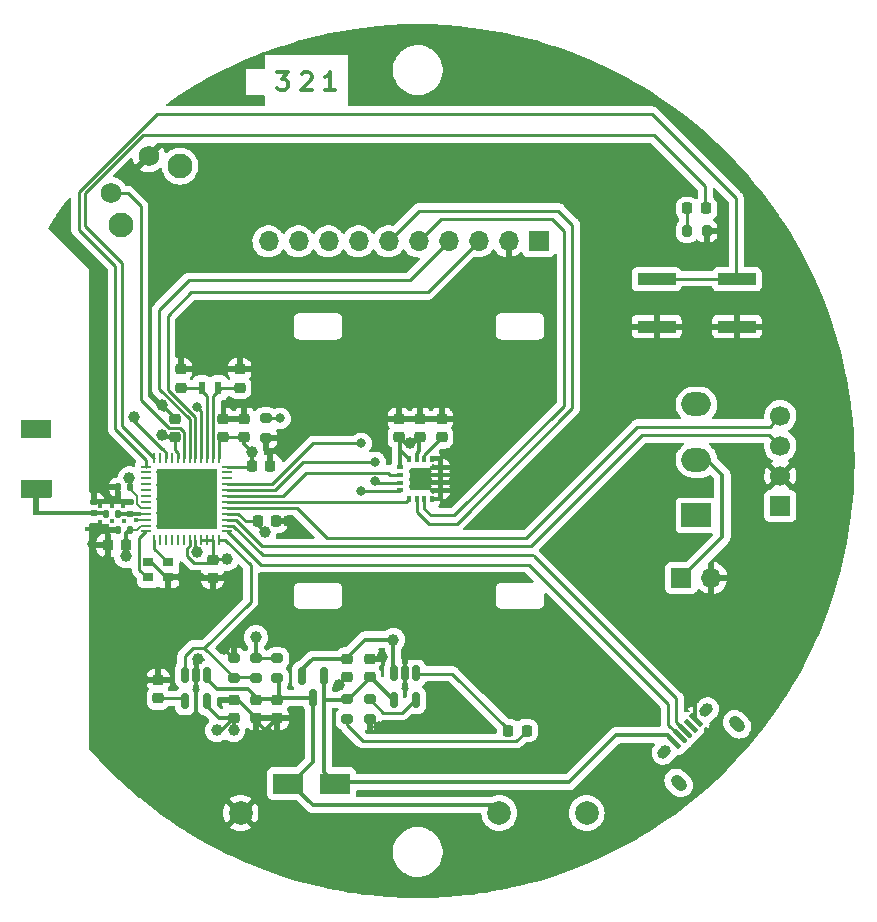
<source format=gbr>
%TF.GenerationSoftware,KiCad,Pcbnew,(6.0.1)*%
%TF.CreationDate,2022-03-12T16:33:18+00:00*%
%TF.ProjectId,Ball_Remote_Components,42616c6c-5f52-4656-9d6f-74655f436f6d,rev?*%
%TF.SameCoordinates,Original*%
%TF.FileFunction,Copper,L1,Top*%
%TF.FilePolarity,Positive*%
%FSLAX46Y46*%
G04 Gerber Fmt 4.6, Leading zero omitted, Abs format (unit mm)*
G04 Created by KiCad (PCBNEW (6.0.1)) date 2022-03-12 16:33:18*
%MOMM*%
%LPD*%
G01*
G04 APERTURE LIST*
G04 Aperture macros list*
%AMRoundRect*
0 Rectangle with rounded corners*
0 $1 Rounding radius*
0 $2 $3 $4 $5 $6 $7 $8 $9 X,Y pos of 4 corners*
0 Add a 4 corners polygon primitive as box body*
4,1,4,$2,$3,$4,$5,$6,$7,$8,$9,$2,$3,0*
0 Add four circle primitives for the rounded corners*
1,1,$1+$1,$2,$3*
1,1,$1+$1,$4,$5*
1,1,$1+$1,$6,$7*
1,1,$1+$1,$8,$9*
0 Add four rect primitives between the rounded corners*
20,1,$1+$1,$2,$3,$4,$5,0*
20,1,$1+$1,$4,$5,$6,$7,0*
20,1,$1+$1,$6,$7,$8,$9,0*
20,1,$1+$1,$8,$9,$2,$3,0*%
%AMHorizOval*
0 Thick line with rounded ends*
0 $1 width*
0 $2 $3 position (X,Y) of the first rounded end (center of the circle)*
0 $4 $5 position (X,Y) of the second rounded end (center of the circle)*
0 Add line between two ends*
20,1,$1,$2,$3,$4,$5,0*
0 Add two circle primitives to create the rounded ends*
1,1,$1,$2,$3*
1,1,$1,$4,$5*%
%AMRotRect*
0 Rectangle, with rotation*
0 The origin of the aperture is its center*
0 $1 length*
0 $2 width*
0 $3 Rotation angle, in degrees counterclockwise*
0 Add horizontal line*
21,1,$1,$2,0,0,$3*%
%AMFreePoly0*
4,1,21,4.785355,0.185355,4.800000,0.150000,4.800000,-1.300000,5.800000,-1.300000,5.835355,-1.314645,5.850000,-1.350000,5.850000,-2.750000,5.835355,-2.785355,5.800000,-2.800000,3.300000,-2.800000,3.264645,-2.785355,3.250000,-2.750000,3.250000,-1.350000,3.264645,-1.314645,3.300000,-1.300000,4.300000,-1.300000,4.300000,-0.200000,-0.100000,-0.200000,-0.100000,0.200000,4.750000,0.200000,
4.785355,0.185355,4.785355,0.185355,$1*%
G04 Aperture macros list end*
%ADD10C,0.300000*%
%TA.AperFunction,NonConductor*%
%ADD11C,0.300000*%
%TD*%
%TA.AperFunction,ComponentPad*%
%ADD12R,1.700000X1.700000*%
%TD*%
%TA.AperFunction,ComponentPad*%
%ADD13O,1.700000X1.700000*%
%TD*%
%TA.AperFunction,ComponentPad*%
%ADD14R,2.500000X2.000000*%
%TD*%
%TA.AperFunction,ComponentPad*%
%ADD15O,2.500000X2.000000*%
%TD*%
%TA.AperFunction,SMDPad,CuDef*%
%ADD16RoundRect,0.200000X-0.275000X0.200000X-0.275000X-0.200000X0.275000X-0.200000X0.275000X0.200000X0*%
%TD*%
%TA.AperFunction,SMDPad,CuDef*%
%ADD17RoundRect,0.225000X0.225000X0.250000X-0.225000X0.250000X-0.225000X-0.250000X0.225000X-0.250000X0*%
%TD*%
%TA.AperFunction,SMDPad,CuDef*%
%ADD18RoundRect,0.218750X-0.218750X-0.256250X0.218750X-0.256250X0.218750X0.256250X-0.218750X0.256250X0*%
%TD*%
%TA.AperFunction,SMDPad,CuDef*%
%ADD19R,0.900000X0.800000*%
%TD*%
%TA.AperFunction,SMDPad,CuDef*%
%ADD20RoundRect,0.225000X0.250000X-0.225000X0.250000X0.225000X-0.250000X0.225000X-0.250000X-0.225000X0*%
%TD*%
%TA.AperFunction,SMDPad,CuDef*%
%ADD21RoundRect,0.225000X-0.250000X0.225000X-0.250000X-0.225000X0.250000X-0.225000X0.250000X0.225000X0*%
%TD*%
%TA.AperFunction,SMDPad,CuDef*%
%ADD22RoundRect,0.150000X-0.150000X0.512500X-0.150000X-0.512500X0.150000X-0.512500X0.150000X0.512500X0*%
%TD*%
%TA.AperFunction,ComponentPad*%
%ADD23C,2.000000*%
%TD*%
%TA.AperFunction,ComponentPad*%
%ADD24C,1.700000*%
%TD*%
%TA.AperFunction,SMDPad,CuDef*%
%ADD25RoundRect,0.200000X0.275000X-0.200000X0.275000X0.200000X-0.275000X0.200000X-0.275000X-0.200000X0*%
%TD*%
%TA.AperFunction,ComponentPad*%
%ADD26HorizOval,0.950000X0.106066X0.106066X-0.106066X-0.106066X0*%
%TD*%
%TA.AperFunction,ComponentPad*%
%ADD27HorizOval,1.000000X-0.194454X0.194454X0.194454X-0.194454X0*%
%TD*%
%TA.AperFunction,SMDPad,CuDef*%
%ADD28RotRect,1.350000X0.400000X135.000000*%
%TD*%
%TA.AperFunction,SMDPad,CuDef*%
%ADD29RoundRect,0.225000X-0.225000X-0.250000X0.225000X-0.250000X0.225000X0.250000X-0.225000X0.250000X0*%
%TD*%
%TA.AperFunction,SMDPad,CuDef*%
%ADD30RoundRect,0.140000X0.170000X-0.140000X0.170000X0.140000X-0.170000X0.140000X-0.170000X-0.140000X0*%
%TD*%
%TA.AperFunction,SMDPad,CuDef*%
%ADD31RoundRect,0.200000X0.200000X0.275000X-0.200000X0.275000X-0.200000X-0.275000X0.200000X-0.275000X0*%
%TD*%
%TA.AperFunction,ComponentPad*%
%ADD32C,0.500000*%
%TD*%
%TA.AperFunction,SMDPad,CuDef*%
%ADD33R,5.150000X5.150000*%
%TD*%
%TA.AperFunction,SMDPad,CuDef*%
%ADD34RoundRect,0.062500X-0.375000X0.062500X-0.375000X-0.062500X0.375000X-0.062500X0.375000X0.062500X0*%
%TD*%
%TA.AperFunction,SMDPad,CuDef*%
%ADD35RoundRect,0.062500X-0.062500X0.375000X-0.062500X-0.375000X0.062500X-0.375000X0.062500X0.375000X0*%
%TD*%
%TA.AperFunction,SMDPad,CuDef*%
%ADD36R,3.200000X1.000000*%
%TD*%
%TA.AperFunction,SMDPad,CuDef*%
%ADD37R,2.500000X1.800000*%
%TD*%
%TA.AperFunction,SMDPad,CuDef*%
%ADD38RoundRect,0.150000X-0.150000X0.587500X-0.150000X-0.587500X0.150000X-0.587500X0.150000X0.587500X0*%
%TD*%
%TA.AperFunction,SMDPad,CuDef*%
%ADD39RoundRect,0.147500X0.147500X0.172500X-0.147500X0.172500X-0.147500X-0.172500X0.147500X-0.172500X0*%
%TD*%
%TA.AperFunction,SMDPad,CuDef*%
%ADD40RoundRect,0.140000X0.140000X0.170000X-0.140000X0.170000X-0.140000X-0.170000X0.140000X-0.170000X0*%
%TD*%
%TA.AperFunction,ComponentPad*%
%ADD41C,2.100000*%
%TD*%
%TA.AperFunction,ComponentPad*%
%ADD42C,1.750000*%
%TD*%
%TA.AperFunction,SMDPad,CuDef*%
%ADD43RoundRect,0.100000X-0.100000X-0.175000X0.100000X-0.175000X0.100000X0.175000X-0.100000X0.175000X0*%
%TD*%
%TA.AperFunction,SMDPad,CuDef*%
%ADD44RoundRect,0.100000X-0.175000X-0.100000X0.175000X-0.100000X0.175000X0.100000X-0.175000X0.100000X0*%
%TD*%
%TA.AperFunction,SMDPad,CuDef*%
%ADD45R,2.600000X1.500000*%
%TD*%
%TA.AperFunction,SMDPad,CuDef*%
%ADD46FreePoly0,180.000000*%
%TD*%
%TA.AperFunction,SMDPad,CuDef*%
%ADD47R,0.600000X1.100000*%
%TD*%
%TA.AperFunction,ViaPad*%
%ADD48C,1.000000*%
%TD*%
%TA.AperFunction,ViaPad*%
%ADD49C,0.400000*%
%TD*%
%TA.AperFunction,ViaPad*%
%ADD50C,0.800000*%
%TD*%
%TA.AperFunction,Conductor*%
%ADD51C,0.250000*%
%TD*%
%TA.AperFunction,Conductor*%
%ADD52C,0.350000*%
%TD*%
%TA.AperFunction,Conductor*%
%ADD53C,0.200000*%
%TD*%
%TA.AperFunction,Conductor*%
%ADD54C,0.322000*%
%TD*%
G04 APERTURE END LIST*
D10*
%TO.C,FID1*%
D11*
X136046428Y-72508928D02*
X136117857Y-72437500D01*
X136260714Y-72366071D01*
X136617857Y-72366071D01*
X136760714Y-72437500D01*
X136832142Y-72508928D01*
X136903571Y-72651785D01*
X136903571Y-72794642D01*
X136832142Y-73008928D01*
X135975000Y-73866071D01*
X136903571Y-73866071D01*
D10*
D11*
X133975000Y-72366071D02*
X134903571Y-72366071D01*
X134403571Y-72937500D01*
X134617857Y-72937500D01*
X134760714Y-73008928D01*
X134832142Y-73080357D01*
X134903571Y-73223214D01*
X134903571Y-73580357D01*
X134832142Y-73723214D01*
X134760714Y-73794642D01*
X134617857Y-73866071D01*
X134189285Y-73866071D01*
X134046428Y-73794642D01*
X133975000Y-73723214D01*
D10*
D11*
X138903571Y-73866071D02*
X138046428Y-73866071D01*
X138475000Y-73866071D02*
X138475000Y-72366071D01*
X138332142Y-72580357D01*
X138189285Y-72723214D01*
X138046428Y-72794642D01*
%TD*%
D12*
%TO.P,J2,1,Pin_1*%
%TO.N,+2V8*%
X156100000Y-86687500D03*
D13*
%TO.P,J2,2,Pin_2*%
%TO.N,GND*%
X153560000Y-86687500D03*
%TO.P,J2,3,Pin_3*%
%TO.N,/I2C_CLK*%
X151020000Y-86687500D03*
%TO.P,J2,4,Pin_4*%
%TO.N,/12C_SDA*%
X148480000Y-86687500D03*
%TO.P,J2,5,Pin_5*%
%TO.N,/G_INT*%
X145940000Y-86687500D03*
%TO.P,J2,6,Pin_6*%
%TO.N,/G_RDY*%
X143400000Y-86687500D03*
%TO.P,J2,7,Pin_7*%
%TO.N,unconnected-(J2-Pad7)*%
X140860000Y-86687500D03*
%TO.P,J2,8,Pin_8*%
%TO.N,unconnected-(J2-Pad8)*%
X138320000Y-86687500D03*
%TO.P,J2,9,Pin_9*%
%TO.N,unconnected-(J2-Pad9)*%
X135780000Y-86687500D03*
%TO.P,J2,10,Pin_10*%
%TO.N,unconnected-(J2-Pad10)*%
X133240000Y-86687500D03*
%TD*%
D14*
%TO.P,SW1,1,A*%
%TO.N,/BATT_ON_OFF*%
X169475000Y-109887500D03*
D15*
%TO.P,SW1,2,B*%
%TO.N,/BATT+*%
X169475000Y-105187500D03*
%TO.P,SW1,3,C*%
%TO.N,unconnected-(SW1-Pad3)*%
X169475000Y-100487500D03*
%TD*%
D12*
%TO.P,BT1,1,+*%
%TO.N,/BATT+*%
X168200000Y-115187500D03*
D13*
%TO.P,BT1,2,-*%
%TO.N,GND*%
X170740000Y-115187500D03*
%TD*%
D16*
%TO.P,R5,1*%
%TO.N,/Battery_Level*%
X132200000Y-121975000D03*
%TO.P,R5,2*%
%TO.N,/LDO_Inhibit*%
X132200000Y-123625000D03*
%TD*%
D17*
%TO.P,C8,2*%
%TO.N,GND*%
X119625000Y-112400000D03*
%TO.P,C8,1*%
%TO.N,+2V8*%
X121175000Y-112400000D03*
%TD*%
D18*
%TO.P,D1,1,K*%
%TO.N,Net-(D1-Pad1)*%
X168712500Y-83900000D03*
%TO.P,D1,2,A*%
%TO.N,/LED_BLUE_OUT*%
X170287500Y-83900000D03*
%TD*%
D19*
%TO.P,Y1,4,4*%
%TO.N,GND*%
X123075000Y-113875000D03*
%TO.P,Y1,3,3*%
%TO.N,Net-(U1-Pad25)*%
X124725000Y-113875000D03*
%TO.P,Y1,2,2*%
%TO.N,GND*%
X124725000Y-115125000D03*
%TO.P,Y1,1,1*%
%TO.N,Net-(U1-Pad24)*%
X123075000Y-115125000D03*
%TD*%
D20*
%TO.P,C3,2*%
%TO.N,GND*%
X129400000Y-101725000D03*
%TO.P,C3,1*%
%TO.N,+2V8*%
X129400000Y-103275000D03*
%TD*%
D21*
%TO.P,C1,2*%
%TO.N,+2V8*%
X125300000Y-103275000D03*
%TO.P,C1,1*%
%TO.N,GND*%
X125300000Y-101725000D03*
%TD*%
%TO.P,C5,2*%
%TO.N,GND*%
X128500000Y-115175000D03*
%TO.P,C5,1*%
%TO.N,+2V8*%
X128500000Y-113625000D03*
%TD*%
D22*
%TO.P,U3,1,STAT*%
%TO.N,/CHG_STAT*%
X145750000Y-123262500D03*
%TO.P,U3,2,VSS*%
%TO.N,GND*%
X144800000Y-123262500D03*
%TO.P,U3,3,VBAT*%
%TO.N,/BATT_ON_OFF*%
X143850000Y-123262500D03*
%TO.P,U3,4,VDD*%
%TO.N,/USB_VIN*%
X143850000Y-125537500D03*
%TO.P,U3,5,PROG*%
%TO.N,Net-(R6-Pad2)*%
X145750000Y-125537500D03*
%TD*%
D23*
%TO.P,TP2,1,1*%
%TO.N,+2V8*%
X160175000Y-135087500D03*
%TD*%
D12*
%TO.P,J3,1,Pin_1*%
%TO.N,+2V8*%
X176575000Y-109097500D03*
D24*
%TO.P,J3,2,Pin_2*%
%TO.N,GND*%
X176575000Y-106557500D03*
%TO.P,J3,3,Pin_3*%
%TO.N,/SWIO*%
X176575000Y-104017500D03*
%TO.P,J3,4,Pin_4*%
%TO.N,/SWCLK*%
X176575000Y-101477500D03*
%TD*%
D25*
%TO.P,R3,1*%
%TO.N,Net-(D3-Pad2)*%
X139900000Y-127125000D03*
%TO.P,R3,2*%
%TO.N,/USB_VIN*%
X139900000Y-125475000D03*
%TD*%
D26*
%TO.P,J1,*%
%TO.N,*%
X166762205Y-129910239D03*
X170297739Y-126374705D03*
D27*
X172914034Y-127576786D03*
D28*
%TO.P,J1,1,VBUS*%
%TO.N,/USB_VIN*%
X167610733Y-129061711D03*
%TO.P,J1,2,D-*%
%TO.N,/USB_DM*%
X168070352Y-128602091D03*
%TO.P,J1,3,D+*%
%TO.N,/USB_DP*%
X168529972Y-128142472D03*
%TO.P,J1,4,ID*%
%TO.N,unconnected-(J1-Pad4)*%
X168989591Y-127682852D03*
%TO.P,J1,5,GND*%
%TO.N,GND*%
X169449211Y-127223233D03*
D27*
%TO.P,J1,6,Shield*%
%TO.N,unconnected-(J1-Pad6)*%
X167964286Y-132526534D03*
%TD*%
D18*
%TO.P,D3,1,K*%
%TO.N,/CHG_STAT*%
X153512500Y-128100000D03*
%TO.P,D3,2,A*%
%TO.N,Net-(D3-Pad2)*%
X155087500Y-128100000D03*
%TD*%
D29*
%TO.P,C7,2*%
%TO.N,GND*%
X133893750Y-110381250D03*
%TO.P,C7,1*%
%TO.N,+2V8*%
X132343750Y-110381250D03*
%TD*%
D20*
%TO.P,C2,2*%
%TO.N,GND*%
X131200000Y-101725000D03*
%TO.P,C2,1*%
%TO.N,+2V8*%
X131200000Y-103275000D03*
%TD*%
D30*
%TO.P,C15,2*%
%TO.N,GND*%
X121500000Y-108790000D03*
%TO.P,C15,1*%
%TO.N,/RF_Output*%
X121500000Y-109750000D03*
%TD*%
D23*
%TO.P,TP1,1,1*%
%TO.N,GND*%
X130875000Y-135087500D03*
%TD*%
D20*
%TO.P,C17,1*%
%TO.N,/USB_VIN*%
X141800000Y-123575000D03*
%TO.P,C17,2*%
%TO.N,GND*%
X141800000Y-122025000D03*
%TD*%
D25*
%TO.P,R4,1*%
%TO.N,VCC*%
X134000000Y-123625000D03*
%TO.P,R4,2*%
%TO.N,/Battery_Level*%
X134000000Y-121975000D03*
%TD*%
D21*
%TO.P,C13,2*%
%TO.N,Net-(C13-Pad2)*%
X125800000Y-99075000D03*
%TO.P,C13,1*%
%TO.N,GND*%
X125800000Y-97525000D03*
%TD*%
D29*
%TO.P,C6,2*%
%TO.N,GND*%
X133393750Y-105700000D03*
%TO.P,C6,1*%
%TO.N,+2V8*%
X131843750Y-105700000D03*
%TD*%
D25*
%TO.P,R6,1*%
%TO.N,GND*%
X141800000Y-127125000D03*
%TO.P,R6,2*%
%TO.N,Net-(R6-Pad2)*%
X141800000Y-125475000D03*
%TD*%
D31*
%TO.P,R1,1*%
%TO.N,GND*%
X170325000Y-85800000D03*
%TO.P,R1,2*%
%TO.N,Net-(D1-Pad1)*%
X168675000Y-85800000D03*
%TD*%
D21*
%TO.P,C12,2*%
%TO.N,Net-(C12-Pad2)*%
X130800000Y-99075000D03*
%TO.P,C12,1*%
%TO.N,GND*%
X130800000Y-97525000D03*
%TD*%
D20*
%TO.P,C10,1*%
%TO.N,+2V8*%
X146100000Y-103275000D03*
%TO.P,C10,2*%
%TO.N,GND*%
X146100000Y-101725000D03*
%TD*%
D32*
%TO.P,U1,49,GND*%
%TO.N,GND*%
X123975000Y-106175000D03*
X128625000Y-110825000D03*
X127462500Y-106175000D03*
X127462500Y-107337500D03*
D33*
X126300000Y-108500000D03*
D32*
X125137500Y-110825000D03*
X126300000Y-106175000D03*
X128625000Y-109662500D03*
X126300000Y-108500000D03*
X123975000Y-108500000D03*
X127462500Y-110825000D03*
X123975000Y-110825000D03*
X126300000Y-110825000D03*
X125137500Y-106175000D03*
X126300000Y-107337500D03*
X127462500Y-109662500D03*
X128625000Y-108500000D03*
X127462500Y-108500000D03*
X125137500Y-108500000D03*
X126300000Y-109662500D03*
X125137500Y-109662500D03*
X128625000Y-106175000D03*
X125137500Y-107337500D03*
X123975000Y-109662500D03*
X123975000Y-107337500D03*
X128625000Y-107337500D03*
D34*
%TO.P,U1,48,VDD*%
%TO.N,+2V8*%
X129737500Y-105750000D03*
%TO.P,U1,47,PB7*%
%TO.N,unconnected-(U1-Pad47)*%
X129737500Y-106250000D03*
%TO.P,U1,46,PB6*%
%TO.N,unconnected-(U1-Pad46)*%
X129737500Y-106750000D03*
%TO.P,U1,45,PB5*%
%TO.N,/SPI_MOSI*%
X129737500Y-107250000D03*
%TO.P,U1,44,PB4*%
%TO.N,/SPI_MISO*%
X129737500Y-107750000D03*
%TO.P,U1,43,PB3*%
%TO.N,/SPI_CLK*%
X129737500Y-108250000D03*
%TO.P,U1,42,PA15*%
%TO.N,/SPI_CS*%
X129737500Y-108750000D03*
%TO.P,U1,41,PA14*%
%TO.N,/SWCLK*%
X129737500Y-109250000D03*
%TO.P,U1,40,VDDUSB*%
%TO.N,+2V8*%
X129737500Y-109750000D03*
%TO.P,U1,39,PA13*%
%TO.N,/SWIO*%
X129737500Y-110250000D03*
%TO.P,U1,38,PA12*%
%TO.N,/USB_DP*%
X129737500Y-110750000D03*
%TO.P,U1,37,PA11*%
%TO.N,/USB_DM*%
X129737500Y-111250000D03*
D35*
%TO.P,U1,36,PA10*%
%TO.N,/LDO_Inhibit*%
X129050000Y-111937500D03*
%TO.P,U1,35,VDD*%
%TO.N,+2V8*%
X128550000Y-111937500D03*
%TO.P,U1,34,VDDSMPS*%
X128050000Y-111937500D03*
%TO.P,U1,33,VLXSMPS*%
X127550000Y-111937500D03*
%TO.P,U1,32,VSSSMPS*%
%TO.N,GND*%
X127050000Y-111937500D03*
%TO.P,U1,31,VFBSMPS*%
%TO.N,+2V8*%
X126550000Y-111937500D03*
%TO.P,U1,30,PE4*%
%TO.N,unconnected-(U1-Pad30)*%
X126050000Y-111937500D03*
%TO.P,U1,29,PB1*%
%TO.N,unconnected-(U1-Pad29)*%
X125550000Y-111937500D03*
%TO.P,U1,28,PB0*%
%TO.N,unconnected-(U1-Pad28)*%
X125050000Y-111937500D03*
%TO.P,U1,27,AT1*%
%TO.N,unconnected-(U1-Pad27)*%
X124550000Y-111937500D03*
%TO.P,U1,26,AT0*%
%TO.N,unconnected-(U1-Pad26)*%
X124050000Y-111937500D03*
%TO.P,U1,25,OSC_IN*%
%TO.N,Net-(U1-Pad25)*%
X123550000Y-111937500D03*
D34*
%TO.P,U1,24,OSC_OUT*%
%TO.N,Net-(U1-Pad24)*%
X122862500Y-111250000D03*
%TO.P,U1,23,VDDRF*%
%TO.N,+2V8*%
X122862500Y-110750000D03*
%TO.P,U1,22,VSSRF*%
%TO.N,GND*%
X122862500Y-110250000D03*
%TO.P,U1,21,RF1*%
%TO.N,/RF_Output*%
X122862500Y-109750000D03*
%TO.P,U1,20,VDD*%
%TO.N,+2V8*%
X122862500Y-109250000D03*
%TO.P,U1,19,PB2*%
%TO.N,unconnected-(U1-Pad19)*%
X122862500Y-108750000D03*
%TO.P,U1,18,PA9*%
%TO.N,unconnected-(U1-Pad18)*%
X122862500Y-108250000D03*
%TO.P,U1,17,PA8*%
%TO.N,unconnected-(U1-Pad17)*%
X122862500Y-107750000D03*
%TO.P,U1,16,PA7*%
%TO.N,unconnected-(U1-Pad16)*%
X122862500Y-107250000D03*
%TO.P,U1,15,PA6*%
%TO.N,unconnected-(U1-Pad15)*%
X122862500Y-106750000D03*
%TO.P,U1,14,PA5*%
%TO.N,unconnected-(U1-Pad14)*%
X122862500Y-106250000D03*
%TO.P,U1,13,PA4*%
%TO.N,/CONNECT*%
X122862500Y-105750000D03*
D35*
%TO.P,U1,12,PA3*%
%TO.N,/LED_BLUE_OUT*%
X123550000Y-105062500D03*
%TO.P,U1,11,PA2*%
%TO.N,unconnected-(U1-Pad11)*%
X124050000Y-105062500D03*
%TO.P,U1,10,PA1*%
%TO.N,/Battery_Level*%
X124550000Y-105062500D03*
%TO.P,U1,9,PA0*%
%TO.N,unconnected-(U1-Pad9)*%
X125050000Y-105062500D03*
%TO.P,U1,8,VDDA*%
%TO.N,+2V8*%
X125550000Y-105062500D03*
%TO.P,U1,7,NRST*%
%TO.N,/RESET*%
X126050000Y-105062500D03*
%TO.P,U1,6,PB9*%
%TO.N,/12C_SDA*%
X126550000Y-105062500D03*
%TO.P,U1,5,PB8*%
%TO.N,/I2C_CLK*%
X127050000Y-105062500D03*
%TO.P,U1,4,PH3_BOOT0*%
%TO.N,/BOOT0*%
X127550000Y-105062500D03*
%TO.P,U1,3,PC15_OSC32_OUT*%
%TO.N,Net-(C13-Pad2)*%
X128050000Y-105062500D03*
%TO.P,U1,2,PC14_OSC32_IN*%
%TO.N,Net-(C12-Pad2)*%
X128550000Y-105062500D03*
%TO.P,U1,1,VBAT*%
%TO.N,+2V8*%
X129050000Y-105062500D03*
%TD*%
D36*
%TO.P,CONNECT1,1,1*%
%TO.N,/CONNECT*%
X172900000Y-89900000D03*
X166100000Y-89900000D03*
%TO.P,CONNECT1,2,2*%
%TO.N,GND*%
X172900000Y-93900000D03*
X166100000Y-93900000D03*
%TD*%
D21*
%TO.P,C19,1*%
%TO.N,VCC*%
X134000000Y-125525000D03*
%TO.P,C19,2*%
%TO.N,GND*%
X134000000Y-127075000D03*
%TD*%
%TO.P,C20,1*%
%TO.N,VCC*%
X132200000Y-125525000D03*
%TO.P,C20,2*%
%TO.N,GND*%
X132200000Y-127075000D03*
%TD*%
D37*
%TO.P,D2,1,K*%
%TO.N,VCC*%
X134875000Y-132587500D03*
%TO.P,D2,2,A*%
%TO.N,/USB_VIN*%
X138875000Y-132587500D03*
%TD*%
D25*
%TO.P,R7,1*%
%TO.N,/LDO_Inhibit*%
X130300000Y-123625000D03*
%TO.P,R7,2*%
%TO.N,GND*%
X130300000Y-121975000D03*
%TD*%
%TO.P,R2,2*%
%TO.N,/BOOT0*%
X133018750Y-101656250D03*
%TO.P,R2,1*%
%TO.N,GND*%
X133018750Y-103306250D03*
%TD*%
D20*
%TO.P,C22,1*%
%TO.N,+2V8*%
X130300000Y-127075000D03*
%TO.P,C22,2*%
%TO.N,GND*%
X130300000Y-125525000D03*
%TD*%
D22*
%TO.P,U4,1,VIN*%
%TO.N,VCC*%
X128050000Y-123362500D03*
%TO.P,U4,2,GND*%
%TO.N,GND*%
X127100000Y-123362500D03*
%TO.P,U4,3,INH*%
%TO.N,/LDO_Inhibit*%
X126150000Y-123362500D03*
%TO.P,U4,4,BYP*%
%TO.N,Net-(C21-Pad1)*%
X126150000Y-125637500D03*
%TO.P,U4,5,VOUT*%
%TO.N,+2V8*%
X128050000Y-125637500D03*
%TD*%
D38*
%TO.P,Q1,1,G*%
%TO.N,/USB_VIN*%
X137950000Y-123462500D03*
%TO.P,Q1,2,S*%
%TO.N,/BATT_ON_OFF*%
X136050000Y-123462500D03*
%TO.P,Q1,3,D*%
%TO.N,VCC*%
X137000000Y-125337500D03*
%TD*%
D21*
%TO.P,C18,1*%
%TO.N,/BATT_ON_OFF*%
X139900000Y-122025000D03*
%TO.P,C18,2*%
%TO.N,GND*%
X139900000Y-123575000D03*
%TD*%
D39*
%TO.P,L1,2*%
%TO.N,Net-(AE1-Pad1)*%
X119515000Y-109750000D03*
%TO.P,L1,1*%
%TO.N,/RF_Output*%
X120485000Y-109750000D03*
%TD*%
D40*
%TO.P,C9,2*%
%TO.N,GND*%
X120520000Y-111100000D03*
%TO.P,C9,1*%
%TO.N,+2V8*%
X121480000Y-111100000D03*
%TD*%
D20*
%TO.P,C11,1*%
%TO.N,+2V8*%
X144300000Y-103275000D03*
%TO.P,C11,2*%
%TO.N,GND*%
X144300000Y-101725000D03*
%TD*%
D41*
%TO.P,RESET1,*%
%TO.N,*%
X120789959Y-85269884D03*
X125746778Y-80313066D03*
D42*
%TO.P,RESET1,1,1*%
%TO.N,/RESET*%
X119913147Y-82625305D03*
%TO.P,RESET1,2,2*%
%TO.N,GND*%
X123095128Y-79443324D03*
%TD*%
D20*
%TO.P,C21,1*%
%TO.N,Net-(C21-Pad1)*%
X123900000Y-125375000D03*
%TO.P,C21,2*%
%TO.N,GND*%
X123900000Y-123825000D03*
%TD*%
D43*
%TO.P,U2,16,VDD*%
%TO.N,+2V8*%
X145125000Y-105100000D03*
%TO.P,U2,15,RES(VDD)*%
X145775000Y-105100000D03*
%TO.P,U2,14,RES(CAP)*%
%TO.N,Net-(C14-Pad1)*%
X146425000Y-105100000D03*
%TO.P,U2,13,GND*%
%TO.N,GND*%
X147075000Y-105100000D03*
D44*
%TO.P,U2,12,RES(GND)*%
X147800000Y-105825000D03*
%TO.P,U2,11,RES(GND)*%
X147800000Y-106475000D03*
%TO.P,U2,10,RES(GND)*%
X147800000Y-107125000D03*
%TO.P,U2,9,RES(GND)*%
X147800000Y-107775000D03*
D43*
%TO.P,U2,8,RES(GND)*%
X147075000Y-108500000D03*
%TO.P,U2,7,INT1*%
%TO.N,/G_INT*%
X146425000Y-108500000D03*
%TO.P,U2,6,DRDY/INT2*%
%TO.N,/G_RDY*%
X145775000Y-108500000D03*
%TO.P,U2,5,CS*%
%TO.N,/SPI_CS*%
X145125000Y-108500000D03*
D44*
%TO.P,U2,4,SDO/SA0*%
%TO.N,/SPI_MOSI*%
X144400000Y-107775000D03*
%TO.P,U2,3,SDA/SDI/SDO*%
%TO.N,/SPI_MISO*%
X144400000Y-107125000D03*
%TO.P,U2,2,SCL/SPC*%
%TO.N,/SPI_CLK*%
X144400000Y-106475000D03*
%TO.P,U2,1,VDDIO*%
%TO.N,+2V8*%
X144400000Y-105825000D03*
%TD*%
D40*
%TO.P,C4,2*%
%TO.N,GND*%
X120520000Y-107500000D03*
%TO.P,C4,1*%
%TO.N,+2V8*%
X121480000Y-107500000D03*
%TD*%
D30*
%TO.P,C16,2*%
%TO.N,GND*%
X118500000Y-108760000D03*
%TO.P,C16,1*%
%TO.N,Net-(AE1-Pad1)*%
X118500000Y-109720000D03*
%TD*%
D23*
%TO.P,TP3,1,1*%
%TO.N,VCC*%
X152775000Y-135087500D03*
%TD*%
D20*
%TO.P,C14,1*%
%TO.N,Net-(C14-Pad1)*%
X147900000Y-103275000D03*
%TO.P,C14,2*%
%TO.N,GND*%
X147900000Y-101725000D03*
%TD*%
D45*
%TO.P,AE1,2,Shield*%
%TO.N,unconnected-(AE1-Pad2)*%
X113575000Y-102550000D03*
D46*
%TO.P,AE1,1,A*%
%TO.N,Net-(AE1-Pad1)*%
X118125000Y-109700000D03*
%TD*%
D47*
%TO.P,Y2,2,2*%
%TO.N,Net-(C13-Pad2)*%
X127600000Y-99100000D03*
%TO.P,Y2,1,1*%
%TO.N,Net-(C12-Pad2)*%
X129000000Y-99100000D03*
%TD*%
D48*
%TO.N,/BATT_ON_OFF*%
X143800000Y-120412500D03*
%TO.N,GND*%
X134918750Y-110381250D03*
D49*
X122019174Y-110310500D03*
X118500000Y-107000000D03*
D50*
X129600000Y-115100000D03*
D49*
X118500000Y-107800000D03*
X118500000Y-100200000D03*
D48*
X142875000Y-121887500D03*
X133075000Y-128187500D03*
D50*
X125800000Y-115100000D03*
D49*
X120000000Y-109080000D03*
X118500000Y-105400000D03*
X119980000Y-110380000D03*
D48*
X129475000Y-121187500D03*
X139175000Y-124287500D03*
D49*
X120940000Y-109100000D03*
D50*
X127400000Y-115100000D03*
D49*
X118500000Y-104600000D03*
D48*
X127275000Y-122087500D03*
D49*
X120970000Y-110360000D03*
D48*
X169328544Y-125375024D03*
D49*
X117900000Y-111000000D03*
D48*
X127170517Y-113005441D03*
D49*
X118930000Y-110430000D03*
D50*
X122775000Y-123787500D03*
D48*
X124218750Y-100581250D03*
D50*
X119600000Y-113600000D03*
D48*
X144975000Y-121587500D03*
D49*
X118950000Y-109060000D03*
D48*
X142600000Y-127800000D03*
D49*
X118500000Y-103800000D03*
D50*
X118300000Y-112300000D03*
D49*
X118500000Y-106200000D03*
D48*
%TO.N,+2V8*%
X124218750Y-103081250D03*
X129718750Y-113600000D03*
X131818750Y-104500000D03*
X132918750Y-111281250D03*
X145200000Y-103800000D03*
X121460000Y-106740000D03*
X130275000Y-128087500D03*
X121170000Y-113360000D03*
X128875000Y-128087500D03*
%TO.N,/Battery_Level*%
X132175000Y-120187500D03*
X121818750Y-101581250D03*
D50*
%TO.N,/SPI_MISO*%
X142275000Y-106987500D03*
X142275000Y-105387500D03*
%TO.N,/SPI_MOSI*%
X141075000Y-103787500D03*
X141075000Y-107787500D03*
%TO.N,/BOOT0*%
X134218750Y-101681250D03*
X127218750Y-100681250D03*
%TD*%
D51*
%TO.N,/SPI_MOSI*%
X129737500Y-107250000D02*
X133550000Y-107250000D01*
X133550000Y-107250000D02*
X137018750Y-103781250D01*
%TO.N,/RESET*%
X121325305Y-82625305D02*
X119913147Y-82625305D01*
X122418750Y-100115228D02*
X122418750Y-83718750D01*
X124803042Y-102499520D02*
X122418750Y-100115228D01*
X122418750Y-83718750D02*
X121325305Y-82625305D01*
X125776658Y-102499520D02*
X124803042Y-102499520D01*
X126099520Y-102822382D02*
X125776658Y-102499520D01*
X126099520Y-104362980D02*
X126099520Y-102822382D01*
X126050000Y-104412500D02*
X126099520Y-104362980D01*
X126050000Y-105062500D02*
X126050000Y-104412500D01*
%TO.N,/12C_SDA*%
X145180000Y-89987500D02*
X148480000Y-86687500D01*
X124000000Y-92500000D02*
X126512500Y-89987500D01*
X126550000Y-101722862D02*
X124000000Y-99172862D01*
X126512500Y-89987500D02*
X145180000Y-89987500D01*
X126550000Y-105062500D02*
X126550000Y-101722862D01*
X124000000Y-99172862D02*
X124000000Y-92500000D01*
%TO.N,/I2C_CLK*%
X124718750Y-99255908D02*
X124718750Y-92981250D01*
X127050000Y-101587158D02*
X124718750Y-99255908D01*
X124718750Y-92981250D02*
X126700000Y-91000000D01*
X127050000Y-105062500D02*
X127050000Y-101587158D01*
X126712500Y-91000000D02*
X146707500Y-91000000D01*
X146707500Y-91000000D02*
X151020000Y-86687500D01*
%TO.N,/LED_BLUE_OUT*%
X122610704Y-77687500D02*
X165875000Y-77687500D01*
X170225000Y-82037500D02*
X170225000Y-83837500D01*
X117675000Y-82623204D02*
X122610704Y-77687500D01*
X117675000Y-85375000D02*
X117675000Y-82623204D01*
X123550000Y-105062500D02*
X120800000Y-102312500D01*
X120800000Y-102312500D02*
X120800000Y-88500000D01*
X120800000Y-88500000D02*
X117675000Y-85375000D01*
X165875000Y-77687500D02*
X170225000Y-82037500D01*
%TO.N,/CONNECT*%
X172837500Y-89837500D02*
X166037500Y-89837500D01*
X172837500Y-83050000D02*
X172837500Y-89837500D01*
X117175000Y-85687500D02*
X117175000Y-82487500D01*
X120246896Y-88759396D02*
X117175000Y-85687500D01*
X165675000Y-75887500D02*
X172837500Y-83050000D01*
X120246896Y-102546896D02*
X120246896Y-88759396D01*
X122862500Y-105162500D02*
X120246896Y-102546896D01*
X117175000Y-82487500D02*
X123775000Y-75887500D01*
X123775000Y-75887500D02*
X165675000Y-75887500D01*
X122862500Y-105750000D02*
X122862500Y-105162500D01*
%TO.N,/LDO_Inhibit*%
X131718750Y-117181250D02*
X127800000Y-121100000D01*
X131718750Y-114081250D02*
X131718750Y-117181250D01*
X129050000Y-111937500D02*
X129575000Y-111937500D01*
X129575000Y-111937500D02*
X131718750Y-114081250D01*
%TO.N,+2V8*%
X126550000Y-111937500D02*
X126550000Y-112459936D01*
X128500000Y-113625000D02*
X128550000Y-113575000D01*
X126550000Y-112459936D02*
X126346016Y-112663920D01*
X126891428Y-113892374D02*
X128232626Y-113892374D01*
X126346016Y-112663920D02*
X126346016Y-113346962D01*
X128232626Y-113892374D02*
X128500000Y-113625000D01*
X126346016Y-113346962D02*
X126891428Y-113892374D01*
X128550000Y-111937500D02*
X128550000Y-113575000D01*
X127550000Y-111937500D02*
X128550000Y-111937500D01*
%TO.N,GND*%
X127050000Y-111937500D02*
X127050000Y-112884924D01*
%TO.N,/CHG_STAT*%
X145850000Y-123300000D02*
X148800000Y-123300000D01*
X148800000Y-123300000D02*
X153487500Y-127987500D01*
D52*
%TO.N,GND*%
X144800000Y-121762500D02*
X144975000Y-121587500D01*
X144800000Y-123100000D02*
X144800000Y-121762500D01*
%TO.N,/BATT_ON_OFF*%
X143800000Y-120412500D02*
X143800000Y-123150000D01*
%TO.N,GND*%
X141925000Y-127125000D02*
X142600000Y-127800000D01*
X141825000Y-127125000D02*
X141925000Y-127125000D01*
D51*
%TO.N,Net-(R6-Pad2)*%
X142950000Y-126600000D02*
X141825000Y-125475000D01*
X144525000Y-126600000D02*
X142950000Y-126600000D01*
X145700000Y-125425000D02*
X144525000Y-126600000D01*
D52*
%TO.N,VCC*%
X128887980Y-124587980D02*
X128100000Y-123800000D01*
X131525480Y-124587980D02*
X128887980Y-124587980D01*
X134150000Y-125412500D02*
X132350000Y-125412500D01*
X132350000Y-125412500D02*
X131525480Y-124587980D01*
X134150000Y-123612500D02*
X134150000Y-125412500D01*
X128100000Y-123800000D02*
X128100000Y-123350000D01*
D51*
%TO.N,/LDO_Inhibit*%
X127781250Y-121087500D02*
X126875000Y-121087500D01*
X130293750Y-123600000D02*
X127781250Y-121087500D01*
X126875000Y-121087500D02*
X126150000Y-121812500D01*
X126150000Y-121812500D02*
X126150000Y-123362500D01*
X132437500Y-123600000D02*
X130293750Y-123600000D01*
%TO.N,/SPI_CS*%
X144868750Y-108756250D02*
X145125000Y-108500000D01*
X129737500Y-108750000D02*
X144812500Y-108750000D01*
%TO.N,/G_INT*%
X157275000Y-84787500D02*
X147840000Y-84787500D01*
X158275000Y-100587500D02*
X158275000Y-85787500D01*
X147840000Y-84787500D02*
X145940000Y-86687500D01*
X148975000Y-109887500D02*
X158275000Y-100587500D01*
X146987500Y-109887500D02*
X148975000Y-109887500D01*
X158275000Y-85787500D02*
X157275000Y-84787500D01*
X146425000Y-109325000D02*
X146987500Y-109887500D01*
X146425000Y-108500000D02*
X146425000Y-109325000D01*
%TO.N,/G_RDY*%
X158975000Y-100787500D02*
X158975000Y-85287500D01*
X149175000Y-110587500D02*
X158975000Y-100787500D01*
X146787500Y-110587500D02*
X149175000Y-110587500D01*
X157775000Y-84087500D02*
X146000000Y-84087500D01*
X145775000Y-109575000D02*
X146787500Y-110587500D01*
X158975000Y-85287500D02*
X157775000Y-84087500D01*
X145775000Y-108500000D02*
X145775000Y-109575000D01*
X146000000Y-84087500D02*
X143400000Y-86687500D01*
%TO.N,Net-(D3-Pad2)*%
X139925000Y-127637500D02*
X141275000Y-128987500D01*
X141275000Y-128987500D02*
X154200000Y-128987500D01*
X139925000Y-127125000D02*
X139925000Y-127637500D01*
X154200000Y-128987500D02*
X155087500Y-128100000D01*
D52*
%TO.N,VCC*%
X152075000Y-134387500D02*
X136975000Y-134387500D01*
X136975000Y-134387500D02*
X135175000Y-132587500D01*
X152775000Y-135087500D02*
X152075000Y-134387500D01*
%TO.N,/BATT+*%
X171675000Y-111712500D02*
X168200000Y-115187500D01*
X171675000Y-106487500D02*
X171675000Y-111712500D01*
X170375000Y-105187500D02*
X171675000Y-106487500D01*
X169475000Y-105187500D02*
X170375000Y-105187500D01*
D51*
%TO.N,/USB_DM*%
X132568750Y-114081250D02*
X129737500Y-111250000D01*
X167075000Y-125887500D02*
X155275000Y-114087500D01*
X155218750Y-114081250D02*
X132568750Y-114081250D01*
X168470352Y-129002091D02*
X167075000Y-127606739D01*
X167075000Y-127606739D02*
X167075000Y-125887500D01*
%TO.N,/USB_DP*%
X132753578Y-113281250D02*
X130222328Y-110750000D01*
X167775000Y-125387500D02*
X155675000Y-113287500D01*
X167775000Y-127387500D02*
X167775000Y-125387500D01*
X168929972Y-128542472D02*
X167775000Y-127387500D01*
X155618750Y-113281250D02*
X132753578Y-113281250D01*
X130222328Y-110750000D02*
X129737500Y-110750000D01*
D52*
%TO.N,/USB_VIN*%
X162675000Y-128487500D02*
X158675000Y-132487500D01*
X158675000Y-132487500D02*
X138975000Y-132487500D01*
X167036522Y-128487500D02*
X162675000Y-128487500D01*
X167610733Y-129061711D02*
X167036522Y-128487500D01*
%TO.N,GND*%
X169342154Y-125388634D02*
X169328544Y-125375024D01*
X169342154Y-127116176D02*
X169342154Y-125388634D01*
X169429483Y-127203505D02*
X169342154Y-127116176D01*
D51*
%TO.N,/SWIO*%
X175645000Y-103087500D02*
X176575000Y-104017500D01*
X164875000Y-103087500D02*
X175645000Y-103087500D01*
X155475000Y-112487500D02*
X164875000Y-103087500D01*
X130487500Y-110250000D02*
X132718750Y-112481250D01*
X129737500Y-110250000D02*
X130487500Y-110250000D01*
X132718750Y-112481250D02*
X155418750Y-112481250D01*
%TO.N,/SWCLK*%
X175665000Y-102387500D02*
X176575000Y-101477500D01*
X164475000Y-102387500D02*
X175665000Y-102387500D01*
X138175000Y-111787500D02*
X155075000Y-111787500D01*
X135643750Y-109256250D02*
X138175000Y-111787500D01*
X155075000Y-111787500D02*
X164475000Y-102387500D01*
X129737500Y-109250000D02*
X135587500Y-109250000D01*
D52*
%TO.N,GND*%
X130300000Y-125525000D02*
X130650000Y-125525000D01*
D51*
X123293750Y-113875000D02*
X124543750Y-115125000D01*
D52*
X142737500Y-122025000D02*
X142875000Y-121887500D01*
X133075000Y-128187500D02*
X133075000Y-128000000D01*
X125300000Y-101725000D02*
X125300000Y-101662500D01*
D53*
X122079674Y-110250000D02*
X122019174Y-110310500D01*
D52*
X124543750Y-115125000D02*
X124725000Y-115125000D01*
X127050000Y-112884924D02*
X127170517Y-113005441D01*
X133893750Y-110381250D02*
X134918750Y-110381250D01*
X130650000Y-125525000D02*
X132200000Y-127075000D01*
X125300000Y-101662500D02*
X124218750Y-100581250D01*
X130300000Y-121975000D02*
X130262500Y-121975000D01*
X132200000Y-127075000D02*
X132200000Y-127312500D01*
X132200000Y-127312500D02*
X133075000Y-128187500D01*
X123075000Y-113875000D02*
X123293750Y-113875000D01*
D51*
X166037500Y-93837500D02*
X172837500Y-93837500D01*
D52*
X141825000Y-122025000D02*
X142737500Y-122025000D01*
X133075000Y-128000000D02*
X134000000Y-127075000D01*
X130262500Y-121975000D02*
X129475000Y-121187500D01*
X127150000Y-123350000D02*
X127150000Y-122212500D01*
X127150000Y-122212500D02*
X127275000Y-122087500D01*
D53*
X122862500Y-110250000D02*
X122079674Y-110250000D01*
D52*
X139887500Y-123575000D02*
X139175000Y-124287500D01*
D51*
%TO.N,+2V8*%
X129718750Y-113600000D02*
X128525000Y-113600000D01*
D53*
X122862500Y-110750000D02*
X122413027Y-110750000D01*
X122413027Y-110750000D02*
X122063027Y-111100000D01*
D52*
X145775000Y-104693573D02*
X146000000Y-104468573D01*
X125300000Y-103275000D02*
X124412500Y-103275000D01*
X121175000Y-111405000D02*
X121480000Y-111100000D01*
D53*
X122125480Y-108962453D02*
X122125480Y-108245480D01*
D52*
X124412500Y-103275000D02*
X124218750Y-103081250D01*
D53*
X122125480Y-108245480D02*
X121580000Y-107700000D01*
D52*
X128875000Y-128087500D02*
X129287500Y-128087500D01*
D51*
X129737500Y-105750000D02*
X131793750Y-105750000D01*
X125550000Y-105062500D02*
X125550000Y-104577672D01*
D52*
X128100000Y-125625000D02*
X128100000Y-126112500D01*
X121480000Y-106760000D02*
X121460000Y-106740000D01*
X132343750Y-110706250D02*
X132918750Y-111281250D01*
D51*
X131318750Y-110381250D02*
X132343750Y-110381250D01*
D52*
X121175000Y-112400000D02*
X121175000Y-113355000D01*
D51*
X129400000Y-103275000D02*
X131200000Y-103275000D01*
D52*
X144825000Y-103800000D02*
X145200000Y-103800000D01*
D51*
X129737500Y-109750000D02*
X130687500Y-109750000D01*
D52*
X144400000Y-105825000D02*
X144400000Y-103375000D01*
X130300000Y-127075000D02*
X130300000Y-128062500D01*
X146000000Y-104468573D02*
X146000000Y-103375000D01*
X144300000Y-103275000D02*
X144825000Y-103800000D01*
D53*
X122862500Y-109250000D02*
X122413027Y-109250000D01*
D52*
X130300000Y-128062500D02*
X130275000Y-128087500D01*
D51*
X131793750Y-105750000D02*
X131843750Y-105700000D01*
D52*
X131843750Y-104525000D02*
X131818750Y-104500000D01*
X145775000Y-105100000D02*
X145775000Y-104693573D01*
X145575000Y-103800000D02*
X145200000Y-103800000D01*
D51*
X129050000Y-105062500D02*
X129050000Y-103625000D01*
D52*
X145125000Y-105100000D02*
X144400000Y-104375000D01*
X121175000Y-112400000D02*
X121175000Y-111405000D01*
X128100000Y-126112500D02*
X129062500Y-127075000D01*
D51*
X130687500Y-109750000D02*
X131318750Y-110381250D01*
D52*
X131843750Y-105700000D02*
X131843750Y-104525000D01*
D51*
X129050000Y-103625000D02*
X129400000Y-103275000D01*
D52*
X145575000Y-103800000D02*
X146100000Y-103275000D01*
X121175000Y-113355000D02*
X121170000Y-113360000D01*
X129062500Y-127075000D02*
X130300000Y-127075000D01*
X131200000Y-103275000D02*
X131200000Y-103881250D01*
D53*
X122413027Y-109250000D02*
X122125480Y-108962453D01*
D52*
X131200000Y-103881250D02*
X131818750Y-104500000D01*
X121480000Y-107500000D02*
X121480000Y-106760000D01*
X132343750Y-110381250D02*
X132343750Y-110706250D01*
D51*
X125300000Y-104327672D02*
X125300000Y-103275000D01*
X125550000Y-104577672D02*
X125300000Y-104327672D01*
D53*
X122063027Y-111100000D02*
X121480000Y-111100000D01*
D52*
X129287500Y-128087500D02*
X130300000Y-127075000D01*
D51*
%TO.N,Net-(C12-Pad2)*%
X128550000Y-99750000D02*
X129200000Y-99100000D01*
X128550000Y-105062500D02*
X128550000Y-99750000D01*
X129200000Y-99100000D02*
X130725000Y-99100000D01*
D52*
%TO.N,/USB_VIN*%
X137925000Y-131637500D02*
X138875000Y-132587500D01*
X141887500Y-123587500D02*
X140100000Y-125375000D01*
X143725000Y-125425000D02*
X141887500Y-123587500D01*
X139750000Y-125375000D02*
X139637500Y-125487500D01*
D51*
X139875000Y-125375000D02*
X139750000Y-125375000D01*
D52*
X140100000Y-125375000D02*
X139975000Y-125375000D01*
X138025000Y-125487500D02*
X137925000Y-125387500D01*
X139637500Y-125487500D02*
X138025000Y-125487500D01*
X137925000Y-123450000D02*
X137925000Y-131637500D01*
D54*
%TO.N,Net-(AE1-Pad1)*%
X119515000Y-109700000D02*
X118535520Y-109700000D01*
D51*
%TO.N,Net-(C13-Pad2)*%
X127600000Y-99362500D02*
X127600000Y-99100000D01*
X128050000Y-99812500D02*
X127600000Y-99362500D01*
X127600000Y-99100000D02*
X125975000Y-99100000D01*
X128050000Y-105062500D02*
X128050000Y-99812500D01*
%TO.N,Net-(D1-Pad1)*%
X168650000Y-83837500D02*
X168650000Y-85700000D01*
X168650000Y-85700000D02*
X168612500Y-85737500D01*
%TO.N,/Battery_Level*%
X124550000Y-104577672D02*
X124272808Y-104300480D01*
D52*
X132175000Y-120187500D02*
X132175000Y-121950000D01*
D51*
X121818750Y-101881250D02*
X121818750Y-101581250D01*
X124272808Y-104300480D02*
X124237980Y-104300480D01*
X124550000Y-105062500D02*
X124550000Y-104577672D01*
X134150000Y-121962500D02*
X132450000Y-121962500D01*
X124237980Y-104300480D02*
X121818750Y-101881250D01*
D52*
X132175000Y-121950000D02*
X132200000Y-121975000D01*
D51*
%TO.N,/SPI_CLK*%
X136443251Y-106256749D02*
X134450000Y-108250000D01*
X134450000Y-108250000D02*
X129737500Y-108250000D01*
X143350499Y-106262999D02*
X136499501Y-106262999D01*
X144400000Y-106475000D02*
X143575000Y-106475000D01*
X143550000Y-106462500D02*
X143350499Y-106262999D01*
%TO.N,/SPI_MISO*%
X144400000Y-107125000D02*
X142425000Y-107125000D01*
X133750000Y-107750000D02*
X136118750Y-105381250D01*
X142400000Y-107112500D02*
X142275000Y-106987500D01*
X129737500Y-107750000D02*
X133750000Y-107750000D01*
X136175000Y-105387500D02*
X142275000Y-105387500D01*
%TO.N,/SPI_MOSI*%
X141099501Y-107812001D02*
X141075000Y-107787500D01*
X144350499Y-107824501D02*
X141124501Y-107824501D01*
X144400000Y-107775000D02*
X144350499Y-107824501D01*
X137075000Y-103787500D02*
X141075000Y-103787500D01*
%TO.N,/BOOT0*%
X127550000Y-105062500D02*
X127550000Y-101012500D01*
X133018750Y-101656250D02*
X134193750Y-101656250D01*
X134193750Y-101656250D02*
X134218750Y-101681250D01*
X127550000Y-101012500D02*
X127218750Y-100681250D01*
%TO.N,Net-(C14-Pad1)*%
X146425000Y-105100000D02*
X146425000Y-104750000D01*
X146425000Y-104750000D02*
X147900000Y-103275000D01*
%TO.N,Net-(C21-Pad1)*%
X125937500Y-125362500D02*
X126200000Y-125625000D01*
X123900000Y-125362500D02*
X125937500Y-125362500D01*
D54*
%TO.N,/RF_Output*%
X121500000Y-109750000D02*
X122360000Y-109750000D01*
X121500000Y-109750000D02*
X120485000Y-109750000D01*
D51*
%TO.N,Net-(U1-Pad24)*%
X122300489Y-111812011D02*
X122300489Y-114500489D01*
X122862500Y-111250000D02*
X122300489Y-111812011D01*
X122300489Y-114500489D02*
X122925000Y-115125000D01*
X122925000Y-115125000D02*
X123075000Y-115125000D01*
%TO.N,Net-(U1-Pad25)*%
X123550000Y-112700000D02*
X124725000Y-113875000D01*
X123550000Y-111937500D02*
X123550000Y-112700000D01*
D52*
%TO.N,/BATT_ON_OFF*%
X143787500Y-120400000D02*
X143800000Y-120412500D01*
X141400000Y-120400000D02*
X143787500Y-120400000D01*
X137000000Y-122025000D02*
X139875000Y-122025000D01*
X139875000Y-121925000D02*
X141400000Y-120400000D01*
X136025000Y-123000000D02*
X137000000Y-122025000D01*
D51*
X136125000Y-123450000D02*
X136125000Y-123000000D01*
D52*
X139875000Y-122025000D02*
X139875000Y-121925000D01*
%TO.N,VCC*%
X135175000Y-132587500D02*
X134875000Y-132587500D01*
X136975000Y-130787500D02*
X135175000Y-132587500D01*
X136975000Y-125325000D02*
X134062500Y-125325000D01*
X136975000Y-125325000D02*
X136975000Y-130787500D01*
%TD*%
%TA.AperFunction,Conductor*%
%TO.N,GND*%
G36*
X146183020Y-68300339D02*
G01*
X147034958Y-68313722D01*
X147038914Y-68313846D01*
X148195751Y-68368401D01*
X148199702Y-68368649D01*
X149354296Y-68459518D01*
X149358236Y-68459891D01*
X149847736Y-68513932D01*
X150509381Y-68586978D01*
X150513251Y-68587467D01*
X151179752Y-68682324D01*
X151659861Y-68750654D01*
X151663770Y-68751273D01*
X152199940Y-68844849D01*
X152804695Y-68950396D01*
X152808533Y-68951128D01*
X153352152Y-69063706D01*
X153942602Y-69185983D01*
X153946465Y-69186846D01*
X154764666Y-69383279D01*
X155072639Y-69457217D01*
X155076453Y-69458196D01*
X156193538Y-69763796D01*
X156197305Y-69764890D01*
X157304266Y-70105435D01*
X157308010Y-70106651D01*
X157462263Y-70159464D01*
X158403728Y-70481801D01*
X158407452Y-70483142D01*
X159098004Y-70744079D01*
X159472392Y-70885548D01*
X159490811Y-70892508D01*
X159494481Y-70893961D01*
X159697350Y-70977992D01*
X160564462Y-71337162D01*
X160568095Y-71338734D01*
X161067654Y-71564293D01*
X161623663Y-71815341D01*
X161627213Y-71817013D01*
X162191319Y-72093365D01*
X162667237Y-72326515D01*
X162670715Y-72328286D01*
X163694338Y-72870266D01*
X163697693Y-72872110D01*
X164220473Y-73170299D01*
X164703743Y-73445952D01*
X164707150Y-73447967D01*
X165011121Y-73634240D01*
X165694640Y-74053101D01*
X165697942Y-74055196D01*
X166082041Y-74307502D01*
X166665933Y-74691048D01*
X166669207Y-74693273D01*
X167616745Y-75359214D01*
X167619947Y-75361541D01*
X168546068Y-76056893D01*
X168549196Y-76059319D01*
X169453056Y-76783447D01*
X169456105Y-76785970D01*
X170336736Y-77538099D01*
X170339706Y-77540717D01*
X171196300Y-78320158D01*
X171199180Y-78322863D01*
X172030904Y-79128859D01*
X172033641Y-79131596D01*
X172715080Y-79834786D01*
X172839633Y-79963315D01*
X172842338Y-79966195D01*
X173073633Y-80220385D01*
X173621783Y-80822794D01*
X173624401Y-80825764D01*
X174376530Y-81706395D01*
X174379053Y-81709444D01*
X175103181Y-82613304D01*
X175105607Y-82616432D01*
X175800959Y-83542553D01*
X175803286Y-83545755D01*
X176469227Y-84493293D01*
X176471452Y-84496567D01*
X176546657Y-84611055D01*
X177101440Y-85455630D01*
X177107291Y-85464538D01*
X177109399Y-85467860D01*
X177436197Y-86001145D01*
X177714533Y-86455350D01*
X177716548Y-86458757D01*
X177896789Y-86774752D01*
X178290390Y-87464807D01*
X178292234Y-87468162D01*
X178834214Y-88491785D01*
X178835985Y-88495263D01*
X179341984Y-89528134D01*
X179345480Y-89535271D01*
X179347159Y-89538837D01*
X179358920Y-89564884D01*
X179823766Y-90594405D01*
X179825338Y-90598038D01*
X180254267Y-91633562D01*
X180268535Y-91668009D01*
X180269992Y-91671689D01*
X180679358Y-92755048D01*
X180680699Y-92758772D01*
X181055845Y-93854479D01*
X181057065Y-93858234D01*
X181397065Y-94963422D01*
X181397605Y-94965178D01*
X181398704Y-94968962D01*
X181704301Y-96086037D01*
X181705286Y-96089871D01*
X181975654Y-97216035D01*
X181976517Y-97219898D01*
X182077048Y-97705342D01*
X182209444Y-98344654D01*
X182211367Y-98353942D01*
X182212104Y-98357805D01*
X182288934Y-98798018D01*
X182411227Y-99498730D01*
X182411846Y-99502639D01*
X182448884Y-99762882D01*
X182575033Y-100649249D01*
X182575522Y-100653119D01*
X182644037Y-101273723D01*
X182702609Y-101804264D01*
X182702982Y-101808204D01*
X182793851Y-102962798D01*
X182794099Y-102966749D01*
X182848654Y-104123586D01*
X182848778Y-104127542D01*
X182860615Y-104881065D01*
X182865269Y-105177274D01*
X182866969Y-105285521D01*
X182866969Y-105289473D01*
X182862740Y-105558652D01*
X182848778Y-106447458D01*
X182848654Y-106451414D01*
X182794099Y-107608251D01*
X182793851Y-107612202D01*
X182702982Y-108766796D01*
X182702609Y-108770736D01*
X182675932Y-109012376D01*
X182579149Y-109889034D01*
X182575525Y-109921856D01*
X182575033Y-109925751D01*
X182498425Y-110464031D01*
X182411846Y-111072361D01*
X182411227Y-111076270D01*
X182330305Y-111539932D01*
X182212905Y-112212611D01*
X182212109Y-112217170D01*
X182211367Y-112221058D01*
X181976517Y-113355102D01*
X181975654Y-113358965D01*
X181807561Y-114059123D01*
X181713281Y-114451829D01*
X181705286Y-114485129D01*
X181704304Y-114488953D01*
X181400215Y-115600517D01*
X181398709Y-115606021D01*
X181397610Y-115609805D01*
X181115299Y-116527473D01*
X181057068Y-116716756D01*
X181055845Y-116720521D01*
X180680699Y-117816228D01*
X180679358Y-117819952D01*
X180269992Y-118903311D01*
X180268539Y-118906981D01*
X180157609Y-119174789D01*
X179825338Y-119976962D01*
X179823766Y-119980595D01*
X179628754Y-120412500D01*
X179350125Y-121029595D01*
X179347166Y-121036148D01*
X179345487Y-121039713D01*
X178949356Y-121848319D01*
X178835985Y-122079737D01*
X178834214Y-122083215D01*
X178292234Y-123106838D01*
X178290390Y-123110193D01*
X178033944Y-123559790D01*
X177716548Y-124116243D01*
X177714533Y-124119650D01*
X177469621Y-124519311D01*
X177111027Y-125104485D01*
X177109412Y-125107120D01*
X177107304Y-125110442D01*
X176753713Y-125648732D01*
X176471452Y-126078433D01*
X176469227Y-126081707D01*
X175803286Y-127029245D01*
X175800959Y-127032447D01*
X175105607Y-127958568D01*
X175103181Y-127961696D01*
X174379053Y-128865556D01*
X174376530Y-128868605D01*
X173624401Y-129749236D01*
X173621783Y-129752206D01*
X172842342Y-130608800D01*
X172839637Y-130611680D01*
X172033641Y-131443404D01*
X172030904Y-131446141D01*
X171279267Y-132174528D01*
X171199185Y-132252133D01*
X171196300Y-132254842D01*
X170339706Y-133034283D01*
X170336736Y-133036901D01*
X169456105Y-133789030D01*
X169453056Y-133791553D01*
X168549196Y-134515681D01*
X168546068Y-134518107D01*
X167619947Y-135213459D01*
X167616745Y-135215786D01*
X166669207Y-135881727D01*
X166665933Y-135883952D01*
X166565974Y-135949613D01*
X165697942Y-136519804D01*
X165694640Y-136521899D01*
X165307601Y-136759077D01*
X164707150Y-137127033D01*
X164703743Y-137129048D01*
X164352268Y-137329526D01*
X163697693Y-137702890D01*
X163694338Y-137704734D01*
X162670715Y-138246714D01*
X162667236Y-138248485D01*
X161627213Y-138757987D01*
X161623663Y-138759659D01*
X161465585Y-138831034D01*
X160568095Y-139236266D01*
X160564462Y-139237838D01*
X159942288Y-139495551D01*
X159670538Y-139608114D01*
X159494491Y-139681035D01*
X159490811Y-139682492D01*
X158407452Y-140091858D01*
X158403728Y-140093199D01*
X157746522Y-140318212D01*
X157308010Y-140468349D01*
X157304266Y-140469565D01*
X156197305Y-140810110D01*
X156193538Y-140811204D01*
X155076453Y-141116804D01*
X155072639Y-141117783D01*
X154764666Y-141191721D01*
X153946465Y-141388154D01*
X153942602Y-141389017D01*
X153352152Y-141511294D01*
X152808533Y-141623872D01*
X152804695Y-141624604D01*
X152199940Y-141730151D01*
X151663770Y-141823727D01*
X151659861Y-141824346D01*
X151179752Y-141892676D01*
X150513251Y-141987533D01*
X150509381Y-141988022D01*
X149847736Y-142061068D01*
X149358236Y-142115109D01*
X149354296Y-142115482D01*
X148199702Y-142206351D01*
X148195751Y-142206599D01*
X147038914Y-142261154D01*
X147034958Y-142261278D01*
X146183020Y-142274661D01*
X145876973Y-142279469D01*
X145873027Y-142279469D01*
X145566980Y-142274661D01*
X144715042Y-142261278D01*
X144711086Y-142261154D01*
X143554249Y-142206599D01*
X143550298Y-142206351D01*
X142395704Y-142115482D01*
X142391764Y-142115109D01*
X141902264Y-142061068D01*
X141240619Y-141988022D01*
X141236749Y-141987533D01*
X140570248Y-141892676D01*
X140090139Y-141824346D01*
X140086230Y-141823727D01*
X139550060Y-141730151D01*
X138945305Y-141624604D01*
X138941467Y-141623872D01*
X138397848Y-141511294D01*
X137807398Y-141389017D01*
X137803535Y-141388154D01*
X136985334Y-141191721D01*
X136677361Y-141117783D01*
X136673547Y-141116804D01*
X135556462Y-140811204D01*
X135552695Y-140810110D01*
X134445734Y-140469565D01*
X134441990Y-140468349D01*
X134003478Y-140318212D01*
X133346272Y-140093199D01*
X133342548Y-140091858D01*
X132259189Y-139682492D01*
X132255509Y-139681035D01*
X132079463Y-139608114D01*
X131807712Y-139495551D01*
X131185538Y-139237838D01*
X131181905Y-139236266D01*
X130284415Y-138831034D01*
X130126337Y-138759659D01*
X130122787Y-138757987D01*
X129637409Y-138520203D01*
X143765743Y-138520203D01*
X143803268Y-138805234D01*
X143879129Y-139082536D01*
X143880813Y-139086484D01*
X143945048Y-139237079D01*
X143991923Y-139346976D01*
X144139561Y-139593661D01*
X144319313Y-139818028D01*
X144527851Y-140015923D01*
X144634504Y-140092561D01*
X144747966Y-140174092D01*
X144761317Y-140183686D01*
X144765112Y-140185695D01*
X144765113Y-140185696D01*
X144786869Y-140197215D01*
X145015392Y-140318212D01*
X145285373Y-140417011D01*
X145566264Y-140478255D01*
X145594841Y-140480504D01*
X145789282Y-140495807D01*
X145789291Y-140495807D01*
X145791739Y-140496000D01*
X145947271Y-140496000D01*
X145949407Y-140495854D01*
X145949418Y-140495854D01*
X146157548Y-140481665D01*
X146157554Y-140481664D01*
X146161825Y-140481373D01*
X146166020Y-140480504D01*
X146166022Y-140480504D01*
X146302583Y-140452224D01*
X146443342Y-140423074D01*
X146714343Y-140327107D01*
X146969812Y-140195250D01*
X146973313Y-140192789D01*
X146973317Y-140192787D01*
X147116924Y-140091858D01*
X147205023Y-140029941D01*
X147415622Y-139834240D01*
X147597713Y-139611768D01*
X147747927Y-139366642D01*
X147863483Y-139103398D01*
X147942244Y-138826906D01*
X147982751Y-138542284D01*
X147982845Y-138524451D01*
X147984235Y-138259083D01*
X147984235Y-138259076D01*
X147984257Y-138254797D01*
X147946732Y-137969766D01*
X147870871Y-137692464D01*
X147758077Y-137428024D01*
X147610439Y-137181339D01*
X147430687Y-136956972D01*
X147222149Y-136759077D01*
X146988683Y-136591314D01*
X146966843Y-136579750D01*
X146943654Y-136567472D01*
X146734608Y-136456788D01*
X146464627Y-136357989D01*
X146183736Y-136296745D01*
X146152685Y-136294301D01*
X145960718Y-136279193D01*
X145960709Y-136279193D01*
X145958261Y-136279000D01*
X145802729Y-136279000D01*
X145800593Y-136279146D01*
X145800582Y-136279146D01*
X145592452Y-136293335D01*
X145592446Y-136293336D01*
X145588175Y-136293627D01*
X145583980Y-136294496D01*
X145583978Y-136294496D01*
X145505085Y-136310834D01*
X145306658Y-136351926D01*
X145035657Y-136447893D01*
X144780188Y-136579750D01*
X144776687Y-136582211D01*
X144776683Y-136582213D01*
X144766594Y-136589304D01*
X144544977Y-136745059D01*
X144334378Y-136940760D01*
X144152287Y-137163232D01*
X144002073Y-137408358D01*
X143886517Y-137671602D01*
X143807756Y-137948094D01*
X143767249Y-138232716D01*
X143767227Y-138237005D01*
X143767226Y-138237012D01*
X143765765Y-138515917D01*
X143765743Y-138520203D01*
X129637409Y-138520203D01*
X129082764Y-138248485D01*
X129079285Y-138246714D01*
X128055662Y-137704734D01*
X128052307Y-137702890D01*
X127397732Y-137329527D01*
X127046257Y-137129048D01*
X127042850Y-137127033D01*
X126442399Y-136759077D01*
X126055360Y-136521899D01*
X126052058Y-136519804D01*
X125748145Y-136320170D01*
X130007160Y-136320170D01*
X130012887Y-136327820D01*
X130184042Y-136432705D01*
X130192837Y-136437187D01*
X130402988Y-136524234D01*
X130412373Y-136527283D01*
X130633554Y-136580385D01*
X130643301Y-136581928D01*
X130870070Y-136599775D01*
X130879930Y-136599775D01*
X131106699Y-136581928D01*
X131116446Y-136580385D01*
X131337627Y-136527283D01*
X131347012Y-136524234D01*
X131557163Y-136437187D01*
X131565958Y-136432705D01*
X131733445Y-136330068D01*
X131742907Y-136319610D01*
X131739124Y-136310834D01*
X130887812Y-135459522D01*
X130873868Y-135451908D01*
X130872035Y-135452039D01*
X130865420Y-135456290D01*
X130013920Y-136307790D01*
X130007160Y-136320170D01*
X125748145Y-136320170D01*
X125184026Y-135949613D01*
X125084067Y-135883952D01*
X125080793Y-135881727D01*
X124133255Y-135215786D01*
X124130053Y-135213459D01*
X123968858Y-135092430D01*
X129362725Y-135092430D01*
X129380572Y-135319199D01*
X129382115Y-135328946D01*
X129435217Y-135550127D01*
X129438266Y-135559512D01*
X129525313Y-135769663D01*
X129529795Y-135778458D01*
X129632432Y-135945945D01*
X129642890Y-135955407D01*
X129651666Y-135951624D01*
X130502978Y-135100312D01*
X130509356Y-135088632D01*
X131239408Y-135088632D01*
X131239539Y-135090465D01*
X131243790Y-135097080D01*
X132095290Y-135948580D01*
X132107670Y-135955340D01*
X132115320Y-135949613D01*
X132220205Y-135778458D01*
X132224687Y-135769663D01*
X132311734Y-135559512D01*
X132314783Y-135550127D01*
X132367885Y-135328946D01*
X132369428Y-135319199D01*
X132387275Y-135092430D01*
X132387275Y-135082570D01*
X132369428Y-134855801D01*
X132367885Y-134846054D01*
X132314783Y-134624873D01*
X132311734Y-134615488D01*
X132224687Y-134405337D01*
X132220205Y-134396542D01*
X132117568Y-134229055D01*
X132107110Y-134219593D01*
X132098334Y-134223376D01*
X131247022Y-135074688D01*
X131239408Y-135088632D01*
X130509356Y-135088632D01*
X130510592Y-135086368D01*
X130510461Y-135084535D01*
X130506210Y-135077920D01*
X129654710Y-134226420D01*
X129642330Y-134219660D01*
X129634680Y-134225387D01*
X129529795Y-134396542D01*
X129525313Y-134405337D01*
X129438266Y-134615488D01*
X129435217Y-134624873D01*
X129382115Y-134846054D01*
X129380572Y-134855801D01*
X129362725Y-135082570D01*
X129362725Y-135092430D01*
X123968858Y-135092430D01*
X123203932Y-134518107D01*
X123200804Y-134515681D01*
X122376626Y-133855390D01*
X130007093Y-133855390D01*
X130010876Y-133864166D01*
X130862188Y-134715478D01*
X130876132Y-134723092D01*
X130877965Y-134722961D01*
X130884580Y-134718710D01*
X131736080Y-133867210D01*
X131742840Y-133854830D01*
X131737113Y-133847180D01*
X131565958Y-133742295D01*
X131557163Y-133737813D01*
X131347012Y-133650766D01*
X131337627Y-133647717D01*
X131116446Y-133594615D01*
X131106699Y-133593072D01*
X130879930Y-133575225D01*
X130870070Y-133575225D01*
X130643301Y-133593072D01*
X130633554Y-133594615D01*
X130412373Y-133647717D01*
X130402988Y-133650766D01*
X130192837Y-133737813D01*
X130184042Y-133742295D01*
X130016555Y-133844932D01*
X130007093Y-133855390D01*
X122376626Y-133855390D01*
X122296944Y-133791553D01*
X122293895Y-133789030D01*
X121413264Y-133036901D01*
X121410294Y-133034283D01*
X120553700Y-132254842D01*
X120550815Y-132252133D01*
X120470733Y-132174528D01*
X119719096Y-131446141D01*
X119716359Y-131443404D01*
X118910363Y-130611680D01*
X118907658Y-130608800D01*
X118128217Y-129752206D01*
X118125619Y-129749260D01*
X118105188Y-129725338D01*
X118076158Y-129660550D01*
X118075000Y-129643509D01*
X118075000Y-123553126D01*
X122917071Y-123553126D01*
X122921475Y-123568124D01*
X122922865Y-123569329D01*
X122930548Y-123571000D01*
X123627885Y-123571000D01*
X123643124Y-123566525D01*
X123644329Y-123565135D01*
X123646000Y-123557452D01*
X123646000Y-123552885D01*
X124154000Y-123552885D01*
X124158475Y-123568124D01*
X124159865Y-123569329D01*
X124167548Y-123571000D01*
X124864885Y-123571000D01*
X124880124Y-123566525D01*
X124881329Y-123565135D01*
X124883000Y-123557452D01*
X124883000Y-123554562D01*
X124882663Y-123548047D01*
X124873106Y-123455943D01*
X124870212Y-123442544D01*
X124820619Y-123293893D01*
X124814445Y-123280714D01*
X124732212Y-123147827D01*
X124723176Y-123136426D01*
X124612571Y-123026014D01*
X124601160Y-123017002D01*
X124468120Y-122934996D01*
X124454939Y-122928849D01*
X124306186Y-122879509D01*
X124292810Y-122876642D01*
X124201903Y-122867328D01*
X124195486Y-122867000D01*
X124172115Y-122867000D01*
X124156876Y-122871475D01*
X124155671Y-122872865D01*
X124154000Y-122880548D01*
X124154000Y-123552885D01*
X123646000Y-123552885D01*
X123646000Y-122885115D01*
X123641525Y-122869876D01*
X123640135Y-122868671D01*
X123632452Y-122867000D01*
X123604562Y-122867000D01*
X123598047Y-122867337D01*
X123505943Y-122876894D01*
X123492544Y-122879788D01*
X123343893Y-122929381D01*
X123330714Y-122935555D01*
X123197827Y-123017788D01*
X123186426Y-123026824D01*
X123076014Y-123137429D01*
X123067002Y-123148840D01*
X122984996Y-123281880D01*
X122978849Y-123295061D01*
X122929509Y-123443814D01*
X122926642Y-123457190D01*
X122917328Y-123548097D01*
X122917071Y-123553126D01*
X118075000Y-123553126D01*
X118075000Y-112695438D01*
X118667000Y-112695438D01*
X118667337Y-112701953D01*
X118676894Y-112794057D01*
X118679788Y-112807456D01*
X118729381Y-112956107D01*
X118735555Y-112969286D01*
X118817788Y-113102173D01*
X118826824Y-113113574D01*
X118937429Y-113223986D01*
X118948840Y-113232998D01*
X119081880Y-113315004D01*
X119095061Y-113321151D01*
X119243814Y-113370491D01*
X119257190Y-113373358D01*
X119348097Y-113382672D01*
X119353126Y-113382929D01*
X119368124Y-113378525D01*
X119369329Y-113377135D01*
X119371000Y-113369452D01*
X119371000Y-112672115D01*
X119366525Y-112656876D01*
X119365135Y-112655671D01*
X119357452Y-112654000D01*
X118685115Y-112654000D01*
X118669876Y-112658475D01*
X118668671Y-112659865D01*
X118667000Y-112667548D01*
X118667000Y-112695438D01*
X118075000Y-112695438D01*
X118075000Y-112127885D01*
X118667000Y-112127885D01*
X118671475Y-112143124D01*
X118672865Y-112144329D01*
X118680548Y-112146000D01*
X119352885Y-112146000D01*
X119368124Y-112141525D01*
X119369329Y-112140135D01*
X119371000Y-112132452D01*
X119371000Y-111435115D01*
X119366525Y-111419876D01*
X119365135Y-111418671D01*
X119357452Y-111417000D01*
X119354562Y-111417000D01*
X119348047Y-111417337D01*
X119255943Y-111426894D01*
X119242544Y-111429788D01*
X119093893Y-111479381D01*
X119080714Y-111485555D01*
X118947827Y-111567788D01*
X118936426Y-111576824D01*
X118826014Y-111687429D01*
X118817002Y-111698840D01*
X118734996Y-111831880D01*
X118728849Y-111845061D01*
X118679509Y-111993814D01*
X118676642Y-112007190D01*
X118667328Y-112098097D01*
X118667000Y-112104514D01*
X118667000Y-112127885D01*
X118075000Y-112127885D01*
X118075000Y-110628138D01*
X118095002Y-110560017D01*
X118148658Y-110513524D01*
X118223101Y-110504256D01*
X118227746Y-110505606D01*
X118245650Y-110507015D01*
X118262060Y-110508307D01*
X118262068Y-110508307D01*
X118264516Y-110508500D01*
X118735484Y-110508500D01*
X118737932Y-110508307D01*
X118737940Y-110508307D01*
X118765844Y-110506111D01*
X118765849Y-110506110D01*
X118772254Y-110505606D01*
X118778426Y-110503813D01*
X118778431Y-110503812D01*
X118872882Y-110476371D01*
X118916056Y-110463828D01*
X118987051Y-110464031D01*
X119015348Y-110476371D01*
X119104900Y-110529332D01*
X119112511Y-110531543D01*
X119112513Y-110531544D01*
X119163196Y-110546268D01*
X119264063Y-110575573D01*
X119270468Y-110576077D01*
X119270473Y-110576078D01*
X119298797Y-110578307D01*
X119298805Y-110578307D01*
X119301253Y-110578500D01*
X119312763Y-110578500D01*
X119639512Y-110578499D01*
X119707631Y-110598501D01*
X119754124Y-110652156D01*
X119764229Y-110722430D01*
X119760508Y-110739652D01*
X119736688Y-110821641D01*
X119735232Y-110829609D01*
X119738052Y-110843031D01*
X119749513Y-110846000D01*
X120486053Y-110846000D01*
X120554174Y-110866002D01*
X120600667Y-110919658D01*
X120610771Y-110989932D01*
X120593828Y-111037273D01*
X120590755Y-111042347D01*
X120586065Y-111048328D01*
X120582939Y-111055252D01*
X120580318Y-111059579D01*
X120574958Y-111068976D01*
X120572573Y-111073424D01*
X120568205Y-111079639D01*
X120565446Y-111086716D01*
X120545858Y-111136957D01*
X120543306Y-111143029D01*
X120517986Y-111199105D01*
X120516600Y-111206582D01*
X120515090Y-111211402D01*
X120512118Y-111221835D01*
X120510870Y-111226696D01*
X120508111Y-111233772D01*
X120507120Y-111241302D01*
X120506706Y-111244445D01*
X120505769Y-111246563D01*
X120505231Y-111248659D01*
X120504882Y-111248569D01*
X120477985Y-111309372D01*
X120418720Y-111348465D01*
X120381784Y-111354000D01*
X119751576Y-111354000D01*
X119736781Y-111358344D01*
X119735405Y-111366128D01*
X119739789Y-111372991D01*
X119748502Y-111377000D01*
X119753000Y-111377000D01*
X119821121Y-111397002D01*
X119867614Y-111450658D01*
X119879000Y-111503000D01*
X119879000Y-113364885D01*
X119883475Y-113380124D01*
X119884865Y-113381329D01*
X119892548Y-113383000D01*
X119895438Y-113383000D01*
X119901953Y-113382663D01*
X119994057Y-113373106D01*
X120014194Y-113368757D01*
X120014763Y-113371390D01*
X120073534Y-113369233D01*
X120134627Y-113405401D01*
X120166469Y-113468857D01*
X120168051Y-113480806D01*
X120173268Y-113542934D01*
X120227783Y-113733050D01*
X120230602Y-113738535D01*
X120280567Y-113835755D01*
X120318187Y-113908956D01*
X120441035Y-114063953D01*
X120445728Y-114067947D01*
X120445729Y-114067948D01*
X120582261Y-114184145D01*
X120591650Y-114192136D01*
X120764294Y-114288624D01*
X120952392Y-114349740D01*
X121148777Y-114373158D01*
X121154912Y-114372686D01*
X121154914Y-114372686D01*
X121339830Y-114358457D01*
X121339834Y-114358456D01*
X121345972Y-114357984D01*
X121505880Y-114313337D01*
X121576868Y-114314283D01*
X121636077Y-114353459D01*
X121664707Y-114418427D01*
X121665072Y-114439123D01*
X121664787Y-114440398D01*
X121666103Y-114482253D01*
X121666927Y-114508475D01*
X121666989Y-114512434D01*
X121666989Y-114540345D01*
X121667486Y-114544279D01*
X121667486Y-114544280D01*
X121667494Y-114544345D01*
X121668427Y-114556182D01*
X121669816Y-114600378D01*
X121673392Y-114612686D01*
X121675467Y-114619828D01*
X121679476Y-114639189D01*
X121682015Y-114659286D01*
X121684934Y-114666657D01*
X121684934Y-114666659D01*
X121698293Y-114700401D01*
X121702138Y-114711631D01*
X121708855Y-114734752D01*
X121714471Y-114754082D01*
X121718504Y-114760901D01*
X121718506Y-114760906D01*
X121724782Y-114771517D01*
X121733477Y-114789265D01*
X121740937Y-114808106D01*
X121745599Y-114814522D01*
X121745599Y-114814523D01*
X121766925Y-114843876D01*
X121773441Y-114853796D01*
X121783616Y-114871000D01*
X121795947Y-114891851D01*
X121810268Y-114906172D01*
X121823108Y-114921205D01*
X121835017Y-114937596D01*
X121841125Y-114942649D01*
X121869087Y-114965781D01*
X121877867Y-114973771D01*
X122079595Y-115175499D01*
X122113621Y-115237811D01*
X122116500Y-115264594D01*
X122116500Y-115573134D01*
X122123255Y-115635316D01*
X122174385Y-115771705D01*
X122261739Y-115888261D01*
X122378295Y-115975615D01*
X122514684Y-116026745D01*
X122576866Y-116033500D01*
X123573134Y-116033500D01*
X123635316Y-116026745D01*
X123771705Y-115975615D01*
X123778888Y-115970232D01*
X123778891Y-115970230D01*
X123824853Y-115935783D01*
X123891359Y-115910936D01*
X123960742Y-115925989D01*
X123975981Y-115935783D01*
X124021352Y-115969787D01*
X124036946Y-115978324D01*
X124157394Y-116023478D01*
X124172649Y-116027105D01*
X124223514Y-116032631D01*
X124230328Y-116033000D01*
X124452885Y-116033000D01*
X124468124Y-116028525D01*
X124469329Y-116027135D01*
X124471000Y-116019452D01*
X124471000Y-116014884D01*
X124979000Y-116014884D01*
X124983475Y-116030123D01*
X124984865Y-116031328D01*
X124992548Y-116032999D01*
X125219669Y-116032999D01*
X125226490Y-116032629D01*
X125277352Y-116027105D01*
X125292604Y-116023479D01*
X125413054Y-115978324D01*
X125428649Y-115969786D01*
X125530724Y-115893285D01*
X125543285Y-115880724D01*
X125619786Y-115778649D01*
X125628324Y-115763054D01*
X125673478Y-115642606D01*
X125677105Y-115627351D01*
X125682631Y-115576486D01*
X125683000Y-115569672D01*
X125683000Y-115445438D01*
X127517000Y-115445438D01*
X127517337Y-115451953D01*
X127526894Y-115544057D01*
X127529788Y-115557456D01*
X127579381Y-115706107D01*
X127585555Y-115719286D01*
X127667788Y-115852173D01*
X127676824Y-115863574D01*
X127787429Y-115973986D01*
X127798840Y-115982998D01*
X127931880Y-116065004D01*
X127945061Y-116071151D01*
X128093814Y-116120491D01*
X128107190Y-116123358D01*
X128198097Y-116132672D01*
X128204513Y-116133000D01*
X128227885Y-116133000D01*
X128243124Y-116128525D01*
X128244329Y-116127135D01*
X128246000Y-116119452D01*
X128246000Y-116114885D01*
X128754000Y-116114885D01*
X128758475Y-116130124D01*
X128759865Y-116131329D01*
X128767548Y-116133000D01*
X128795438Y-116133000D01*
X128801953Y-116132663D01*
X128894057Y-116123106D01*
X128907456Y-116120212D01*
X129056107Y-116070619D01*
X129069286Y-116064445D01*
X129202173Y-115982212D01*
X129213574Y-115973176D01*
X129323986Y-115862571D01*
X129332998Y-115851160D01*
X129415004Y-115718120D01*
X129421151Y-115704939D01*
X129470491Y-115556186D01*
X129473358Y-115542810D01*
X129482672Y-115451903D01*
X129482929Y-115446874D01*
X129478525Y-115431876D01*
X129477135Y-115430671D01*
X129469452Y-115429000D01*
X128772115Y-115429000D01*
X128756876Y-115433475D01*
X128755671Y-115434865D01*
X128754000Y-115442548D01*
X128754000Y-116114885D01*
X128246000Y-116114885D01*
X128246000Y-115447115D01*
X128241525Y-115431876D01*
X128240135Y-115430671D01*
X128232452Y-115429000D01*
X127535115Y-115429000D01*
X127519876Y-115433475D01*
X127518671Y-115434865D01*
X127517000Y-115442548D01*
X127517000Y-115445438D01*
X125683000Y-115445438D01*
X125683000Y-115397115D01*
X125678525Y-115381876D01*
X125677135Y-115380671D01*
X125669452Y-115379000D01*
X124997115Y-115379000D01*
X124981876Y-115383475D01*
X124980671Y-115384865D01*
X124979000Y-115392548D01*
X124979000Y-116014884D01*
X124471000Y-116014884D01*
X124471000Y-114997000D01*
X124491002Y-114928879D01*
X124544658Y-114882386D01*
X124597000Y-114871000D01*
X125664884Y-114871000D01*
X125680123Y-114866525D01*
X125681328Y-114865135D01*
X125682999Y-114857452D01*
X125682999Y-114680331D01*
X125682629Y-114673510D01*
X125677105Y-114622650D01*
X125673478Y-114607393D01*
X125650066Y-114544941D01*
X125644883Y-114474134D01*
X125650066Y-114456483D01*
X125673973Y-114392711D01*
X125673973Y-114392709D01*
X125676745Y-114385316D01*
X125678308Y-114370933D01*
X125683131Y-114326531D01*
X125683500Y-114323134D01*
X125683500Y-113888824D01*
X125703502Y-113820703D01*
X125757158Y-113774210D01*
X125827432Y-113764106D01*
X125889815Y-113791739D01*
X125914609Y-113812250D01*
X125923390Y-113820240D01*
X126387781Y-114284632D01*
X126395315Y-114292911D01*
X126399428Y-114299392D01*
X126436134Y-114333861D01*
X126449079Y-114346017D01*
X126451921Y-114348772D01*
X126471658Y-114368509D01*
X126474855Y-114370989D01*
X126483875Y-114378692D01*
X126516107Y-114408960D01*
X126523053Y-114412779D01*
X126523056Y-114412781D01*
X126533862Y-114418722D01*
X126550381Y-114429573D01*
X126566387Y-114441988D01*
X126573656Y-114445133D01*
X126573660Y-114445136D01*
X126606965Y-114459548D01*
X126617615Y-114464765D01*
X126656368Y-114486069D01*
X126664043Y-114488040D01*
X126664044Y-114488040D01*
X126675990Y-114491107D01*
X126694695Y-114497511D01*
X126713283Y-114505555D01*
X126721106Y-114506794D01*
X126721116Y-114506797D01*
X126756952Y-114512473D01*
X126768572Y-114514879D01*
X126795160Y-114521705D01*
X126811398Y-114525874D01*
X126831652Y-114525874D01*
X126851362Y-114527425D01*
X126871371Y-114530594D01*
X126879263Y-114529848D01*
X126915389Y-114526433D01*
X126927247Y-114525874D01*
X127443839Y-114525874D01*
X127511960Y-114545876D01*
X127558453Y-114599532D01*
X127568557Y-114669806D01*
X127563432Y-114691542D01*
X127529509Y-114793814D01*
X127526642Y-114807190D01*
X127517328Y-114898097D01*
X127517071Y-114903126D01*
X127521475Y-114918124D01*
X127522865Y-114919329D01*
X127530548Y-114921000D01*
X129464885Y-114921000D01*
X129480124Y-114916525D01*
X129481329Y-114915135D01*
X129483000Y-114907452D01*
X129483000Y-114904562D01*
X129482663Y-114898047D01*
X129473106Y-114805943D01*
X129470211Y-114792538D01*
X129461363Y-114766016D01*
X129458779Y-114695066D01*
X129494964Y-114633983D01*
X129558429Y-114602160D01*
X129595805Y-114601028D01*
X129697527Y-114613158D01*
X129703662Y-114612686D01*
X129703664Y-114612686D01*
X129888580Y-114598457D01*
X129888584Y-114598456D01*
X129894722Y-114597984D01*
X130085213Y-114544798D01*
X130090717Y-114542018D01*
X130090719Y-114542017D01*
X130256245Y-114458404D01*
X130256247Y-114458403D01*
X130261746Y-114455625D01*
X130417597Y-114333861D01*
X130513069Y-114223255D01*
X130542799Y-114188813D01*
X130542800Y-114188811D01*
X130546828Y-114184145D01*
X130602403Y-114086316D01*
X130653442Y-114036965D01*
X130723060Y-114023043D01*
X130789154Y-114048969D01*
X130801054Y-114059458D01*
X131048345Y-114306749D01*
X131082371Y-114369061D01*
X131085250Y-114395844D01*
X131085250Y-116866655D01*
X131065248Y-116934776D01*
X131048345Y-116955750D01*
X127587000Y-120417095D01*
X127524688Y-120451121D01*
X127497905Y-120454000D01*
X126953767Y-120454000D01*
X126942584Y-120453473D01*
X126935091Y-120451798D01*
X126927165Y-120452047D01*
X126927164Y-120452047D01*
X126867001Y-120453938D01*
X126863043Y-120454000D01*
X126835144Y-120454000D01*
X126831154Y-120454504D01*
X126819320Y-120455436D01*
X126775111Y-120456826D01*
X126767497Y-120459038D01*
X126767492Y-120459039D01*
X126755659Y-120462477D01*
X126736296Y-120466488D01*
X126716203Y-120469026D01*
X126708836Y-120471943D01*
X126708831Y-120471944D01*
X126675092Y-120485302D01*
X126663865Y-120489146D01*
X126621407Y-120501482D01*
X126614581Y-120505519D01*
X126603972Y-120511793D01*
X126586224Y-120520488D01*
X126567383Y-120527948D01*
X126560967Y-120532610D01*
X126560966Y-120532610D01*
X126531613Y-120553936D01*
X126521693Y-120560452D01*
X126490465Y-120578920D01*
X126490462Y-120578922D01*
X126483638Y-120582958D01*
X126469317Y-120597279D01*
X126454284Y-120610119D01*
X126437893Y-120622028D01*
X126411516Y-120653913D01*
X126409712Y-120656093D01*
X126401722Y-120664874D01*
X125757742Y-121308853D01*
X125749463Y-121316387D01*
X125742982Y-121320500D01*
X125717156Y-121348002D01*
X125696357Y-121370151D01*
X125693602Y-121372993D01*
X125673865Y-121392730D01*
X125671385Y-121395927D01*
X125663682Y-121404947D01*
X125633414Y-121437179D01*
X125629595Y-121444125D01*
X125629593Y-121444128D01*
X125623652Y-121454934D01*
X125612801Y-121471453D01*
X125600386Y-121487459D01*
X125597241Y-121494728D01*
X125597238Y-121494732D01*
X125582826Y-121528037D01*
X125577609Y-121538687D01*
X125556305Y-121577440D01*
X125554334Y-121585115D01*
X125554334Y-121585116D01*
X125551267Y-121597062D01*
X125544863Y-121615766D01*
X125536819Y-121634355D01*
X125535580Y-121642178D01*
X125535577Y-121642188D01*
X125529901Y-121678024D01*
X125527495Y-121689644D01*
X125516500Y-121732470D01*
X125516500Y-121752724D01*
X125514949Y-121772434D01*
X125511780Y-121792443D01*
X125512526Y-121800335D01*
X125515941Y-121836461D01*
X125516500Y-121848319D01*
X125516500Y-122350050D01*
X125496498Y-122418171D01*
X125485941Y-122431271D01*
X125486011Y-122431325D01*
X125481155Y-122437585D01*
X125475547Y-122443193D01*
X125471511Y-122450017D01*
X125471509Y-122450020D01*
X125445492Y-122494013D01*
X125390855Y-122586399D01*
X125388644Y-122594010D01*
X125388643Y-122594012D01*
X125382435Y-122615381D01*
X125344438Y-122746169D01*
X125343934Y-122752574D01*
X125343933Y-122752579D01*
X125342309Y-122773217D01*
X125341500Y-122783498D01*
X125341500Y-123941502D01*
X125341693Y-123943950D01*
X125341693Y-123943958D01*
X125343775Y-123970405D01*
X125344438Y-123978831D01*
X125346233Y-123985008D01*
X125386961Y-124125196D01*
X125390855Y-124138601D01*
X125394892Y-124145427D01*
X125471509Y-124274980D01*
X125471511Y-124274983D01*
X125475547Y-124281807D01*
X125593193Y-124399453D01*
X125597002Y-124401706D01*
X125637655Y-124457996D01*
X125641506Y-124528888D01*
X125606418Y-124590609D01*
X125598724Y-124597276D01*
X125593193Y-124600547D01*
X125501645Y-124692095D01*
X125439333Y-124726121D01*
X125412550Y-124729000D01*
X124818472Y-124729000D01*
X124750351Y-124708998D01*
X124729715Y-124690307D01*
X124728744Y-124691279D01*
X124726172Y-124688711D01*
X124724423Y-124685514D01*
X124719714Y-124681249D01*
X124719012Y-124680363D01*
X124720821Y-124678930D01*
X124692098Y-124626425D01*
X124697108Y-124555605D01*
X124720499Y-124519147D01*
X124719448Y-124518317D01*
X124732998Y-124501160D01*
X124815004Y-124368120D01*
X124821151Y-124354939D01*
X124870491Y-124206186D01*
X124873358Y-124192810D01*
X124882672Y-124101903D01*
X124882929Y-124096874D01*
X124878525Y-124081876D01*
X124877135Y-124080671D01*
X124869452Y-124079000D01*
X122935115Y-124079000D01*
X122919876Y-124083475D01*
X122918671Y-124084865D01*
X122917000Y-124092548D01*
X122917000Y-124095438D01*
X122917337Y-124101953D01*
X122926894Y-124194057D01*
X122929788Y-124207456D01*
X122979381Y-124356107D01*
X122985555Y-124369286D01*
X123067788Y-124502173D01*
X123081371Y-124519311D01*
X123079441Y-124520841D01*
X123107903Y-124572880D01*
X123102887Y-124643699D01*
X123079201Y-124680617D01*
X123080157Y-124681372D01*
X123075619Y-124687118D01*
X123070448Y-124692298D01*
X123066608Y-124698528D01*
X123066607Y-124698529D01*
X123001594Y-124804000D01*
X122980698Y-124837899D01*
X122926851Y-125000243D01*
X122916500Y-125101268D01*
X122916500Y-125648732D01*
X122927113Y-125751019D01*
X122929295Y-125757559D01*
X122974835Y-125894057D01*
X122981244Y-125913268D01*
X122985096Y-125919492D01*
X122985096Y-125919493D01*
X122999167Y-125942231D01*
X123071248Y-126058713D01*
X123192298Y-126179552D01*
X123198528Y-126183392D01*
X123198529Y-126183393D01*
X123316808Y-126256301D01*
X123337899Y-126269302D01*
X123500243Y-126323149D01*
X123507080Y-126323849D01*
X123507082Y-126323850D01*
X123548401Y-126328083D01*
X123601268Y-126333500D01*
X124198732Y-126333500D01*
X124201978Y-126333163D01*
X124201982Y-126333163D01*
X124236782Y-126329552D01*
X124301019Y-126322887D01*
X124378611Y-126297000D01*
X124456324Y-126271073D01*
X124456326Y-126271072D01*
X124463268Y-126268756D01*
X124551700Y-126214033D01*
X124602485Y-126182606D01*
X124608713Y-126178752D01*
X124616452Y-126171000D01*
X124684646Y-126102686D01*
X124729552Y-126057702D01*
X124733393Y-126051471D01*
X124737930Y-126045726D01*
X124740074Y-126047419D01*
X124783462Y-126008383D01*
X124837933Y-125996000D01*
X125215500Y-125996000D01*
X125283621Y-126016002D01*
X125330114Y-126069658D01*
X125341500Y-126122000D01*
X125341500Y-126216502D01*
X125341693Y-126218950D01*
X125341693Y-126218958D01*
X125343856Y-126246436D01*
X125344438Y-126253831D01*
X125367584Y-126333500D01*
X125384216Y-126390748D01*
X125390855Y-126413601D01*
X125394892Y-126420427D01*
X125471509Y-126549980D01*
X125471511Y-126549983D01*
X125475547Y-126556807D01*
X125593193Y-126674453D01*
X125600017Y-126678489D01*
X125600020Y-126678491D01*
X125650763Y-126708500D01*
X125736399Y-126759145D01*
X125744010Y-126761356D01*
X125744012Y-126761357D01*
X125796231Y-126776528D01*
X125896169Y-126805562D01*
X125902574Y-126806066D01*
X125902579Y-126806067D01*
X125931042Y-126808307D01*
X125931050Y-126808307D01*
X125933498Y-126808500D01*
X126366502Y-126808500D01*
X126368950Y-126808307D01*
X126368958Y-126808307D01*
X126397421Y-126806067D01*
X126397426Y-126806066D01*
X126403831Y-126805562D01*
X126503769Y-126776528D01*
X126555988Y-126761357D01*
X126555990Y-126761356D01*
X126563601Y-126759145D01*
X126649237Y-126708500D01*
X126699980Y-126678491D01*
X126699983Y-126678489D01*
X126706807Y-126674453D01*
X126824453Y-126556807D01*
X126828489Y-126549983D01*
X126828491Y-126549980D01*
X126905108Y-126420427D01*
X126909145Y-126413601D01*
X126915785Y-126390748D01*
X126932416Y-126333500D01*
X126955562Y-126253831D01*
X126956145Y-126246436D01*
X126958307Y-126218958D01*
X126958307Y-126218950D01*
X126958500Y-126216502D01*
X126958500Y-125058498D01*
X126956990Y-125039308D01*
X126956067Y-125027579D01*
X126956066Y-125027574D01*
X126955562Y-125021169D01*
X126909145Y-124861399D01*
X126824453Y-124718193D01*
X126818844Y-124712584D01*
X126814601Y-124707114D01*
X126788654Y-124641029D01*
X126802555Y-124571406D01*
X126840446Y-124529884D01*
X126846000Y-124517630D01*
X126846000Y-124279842D01*
X126863547Y-124215703D01*
X126905108Y-124145427D01*
X126909145Y-124138601D01*
X126913040Y-124125196D01*
X126953767Y-123985008D01*
X126955562Y-123978831D01*
X126956226Y-123970405D01*
X126958307Y-123943958D01*
X126958307Y-123943950D01*
X126958500Y-123941502D01*
X126958500Y-122783498D01*
X126957691Y-122773217D01*
X126956067Y-122752579D01*
X126956066Y-122752574D01*
X126955562Y-122746169D01*
X126917565Y-122615381D01*
X126911357Y-122594012D01*
X126911356Y-122594010D01*
X126909145Y-122586399D01*
X126863547Y-122509297D01*
X126846000Y-122445158D01*
X126846000Y-122213122D01*
X126839548Y-122191149D01*
X126808445Y-122142754D01*
X126808445Y-122071757D01*
X126840246Y-122018158D01*
X126961405Y-121897000D01*
X127100501Y-121757904D01*
X127162813Y-121723879D01*
X127189596Y-121721000D01*
X127466656Y-121721000D01*
X127534777Y-121741002D01*
X127555751Y-121757905D01*
X127797482Y-121999636D01*
X127831508Y-122061948D01*
X127826443Y-122132763D01*
X127783896Y-122189599D01*
X127743540Y-122209728D01*
X127644012Y-122238643D01*
X127644010Y-122238644D01*
X127636399Y-122240855D01*
X127629577Y-122244889D01*
X127624404Y-122247128D01*
X127553942Y-122255824D01*
X127524326Y-122247128D01*
X127505790Y-122239107D01*
X127371395Y-122200061D01*
X127357294Y-122200101D01*
X127354000Y-122207370D01*
X127354000Y-122445158D01*
X127336453Y-122509297D01*
X127290855Y-122586399D01*
X127288644Y-122594010D01*
X127288643Y-122594012D01*
X127282435Y-122615381D01*
X127244438Y-122746169D01*
X127243934Y-122752574D01*
X127243933Y-122752579D01*
X127242309Y-122773217D01*
X127241500Y-122783498D01*
X127241500Y-123941502D01*
X127241693Y-123943950D01*
X127241693Y-123943958D01*
X127243775Y-123970405D01*
X127244438Y-123978831D01*
X127246233Y-123985008D01*
X127286961Y-124125196D01*
X127290855Y-124138601D01*
X127294892Y-124145427D01*
X127336453Y-124215703D01*
X127354000Y-124279842D01*
X127354000Y-124511878D01*
X127358474Y-124527116D01*
X127367882Y-124535268D01*
X127406266Y-124594994D01*
X127406266Y-124665990D01*
X127384929Y-124707720D01*
X127381155Y-124712585D01*
X127375547Y-124718193D01*
X127371511Y-124725017D01*
X127371509Y-124725020D01*
X127336630Y-124783998D01*
X127290855Y-124861399D01*
X127244438Y-125021169D01*
X127243934Y-125027574D01*
X127243933Y-125027579D01*
X127243010Y-125039308D01*
X127241500Y-125058498D01*
X127241500Y-126216502D01*
X127241693Y-126218950D01*
X127241693Y-126218958D01*
X127243856Y-126246436D01*
X127244438Y-126253831D01*
X127267584Y-126333500D01*
X127284216Y-126390748D01*
X127290855Y-126413601D01*
X127294892Y-126420427D01*
X127371509Y-126549980D01*
X127371511Y-126549983D01*
X127375547Y-126556807D01*
X127493193Y-126674453D01*
X127500017Y-126678489D01*
X127500020Y-126678491D01*
X127550763Y-126708500D01*
X127636399Y-126759145D01*
X127644010Y-126761356D01*
X127644012Y-126761357D01*
X127735616Y-126787970D01*
X127796169Y-126805562D01*
X127796127Y-126805706D01*
X127860190Y-126839305D01*
X128187727Y-127166842D01*
X128221753Y-127229154D01*
X128216688Y-127299969D01*
X128177585Y-127354133D01*
X128170783Y-127359602D01*
X128165975Y-127363468D01*
X128038846Y-127514974D01*
X128035879Y-127520372D01*
X128035875Y-127520377D01*
X127973822Y-127633253D01*
X127943567Y-127688287D01*
X127941706Y-127694154D01*
X127941705Y-127694156D01*
X127894763Y-127842136D01*
X127883765Y-127876806D01*
X127861719Y-128073351D01*
X127862235Y-128079495D01*
X127875104Y-128232750D01*
X127878268Y-128270434D01*
X127885634Y-128296121D01*
X127916732Y-128404572D01*
X127932783Y-128460550D01*
X127935602Y-128466035D01*
X128013321Y-128617258D01*
X128023187Y-128636456D01*
X128146035Y-128791453D01*
X128150728Y-128795447D01*
X128150729Y-128795448D01*
X128275202Y-128901382D01*
X128296650Y-128919636D01*
X128469294Y-129016124D01*
X128657392Y-129077240D01*
X128853777Y-129100658D01*
X128859912Y-129100186D01*
X128859914Y-129100186D01*
X129044830Y-129085957D01*
X129044834Y-129085956D01*
X129050972Y-129085484D01*
X129241463Y-129032298D01*
X129246967Y-129029518D01*
X129246969Y-129029517D01*
X129412495Y-128945904D01*
X129412497Y-128945903D01*
X129417996Y-128943125D01*
X129496692Y-128881641D01*
X129562685Y-128855465D01*
X129632355Y-128869123D01*
X129655925Y-128884977D01*
X129666901Y-128894318D01*
X129696650Y-128919636D01*
X129869294Y-129016124D01*
X130057392Y-129077240D01*
X130253777Y-129100658D01*
X130259912Y-129100186D01*
X130259914Y-129100186D01*
X130444830Y-129085957D01*
X130444834Y-129085956D01*
X130450972Y-129085484D01*
X130641463Y-129032298D01*
X130646967Y-129029518D01*
X130646969Y-129029517D01*
X130812495Y-128945904D01*
X130812497Y-128945903D01*
X130817996Y-128943125D01*
X130973847Y-128821361D01*
X131103078Y-128671645D01*
X131200769Y-128499679D01*
X131263197Y-128312013D01*
X131287985Y-128115795D01*
X131288380Y-128087500D01*
X131277869Y-127980303D01*
X131291128Y-127910556D01*
X131339991Y-127859049D01*
X131408943Y-127842136D01*
X131476094Y-127865186D01*
X131481471Y-127869716D01*
X131481683Y-127869448D01*
X131498840Y-127882998D01*
X131631880Y-127965004D01*
X131645061Y-127971151D01*
X131793814Y-128020491D01*
X131807190Y-128023358D01*
X131898097Y-128032672D01*
X131904513Y-128033000D01*
X131927885Y-128033000D01*
X131943124Y-128028525D01*
X131944329Y-128027135D01*
X131946000Y-128019452D01*
X131946000Y-128014885D01*
X132454000Y-128014885D01*
X132458475Y-128030124D01*
X132459865Y-128031329D01*
X132467548Y-128033000D01*
X132495438Y-128033000D01*
X132501953Y-128032663D01*
X132594057Y-128023106D01*
X132607456Y-128020212D01*
X132756107Y-127970619D01*
X132769286Y-127964445D01*
X132902173Y-127882212D01*
X132913574Y-127873176D01*
X133010753Y-127775827D01*
X133073035Y-127741748D01*
X133143855Y-127746751D01*
X133188944Y-127775672D01*
X133287429Y-127873986D01*
X133298840Y-127882998D01*
X133431880Y-127965004D01*
X133445061Y-127971151D01*
X133593814Y-128020491D01*
X133607190Y-128023358D01*
X133698097Y-128032672D01*
X133704513Y-128033000D01*
X133727885Y-128033000D01*
X133743124Y-128028525D01*
X133744329Y-128027135D01*
X133746000Y-128019452D01*
X133746000Y-128014885D01*
X134254000Y-128014885D01*
X134258475Y-128030124D01*
X134259865Y-128031329D01*
X134267548Y-128033000D01*
X134295438Y-128033000D01*
X134301953Y-128032663D01*
X134394057Y-128023106D01*
X134407456Y-128020212D01*
X134556107Y-127970619D01*
X134569286Y-127964445D01*
X134702173Y-127882212D01*
X134713574Y-127873176D01*
X134823986Y-127762571D01*
X134832998Y-127751160D01*
X134915004Y-127618120D01*
X134921151Y-127604939D01*
X134970491Y-127456186D01*
X134973358Y-127442810D01*
X134982672Y-127351903D01*
X134982929Y-127346874D01*
X134978525Y-127331876D01*
X134977135Y-127330671D01*
X134969452Y-127329000D01*
X134272115Y-127329000D01*
X134256876Y-127333475D01*
X134255671Y-127334865D01*
X134254000Y-127342548D01*
X134254000Y-128014885D01*
X133746000Y-128014885D01*
X133746000Y-127347115D01*
X133741525Y-127331876D01*
X133740135Y-127330671D01*
X133732452Y-127329000D01*
X132472115Y-127329000D01*
X132456876Y-127333475D01*
X132455671Y-127334865D01*
X132454000Y-127342548D01*
X132454000Y-128014885D01*
X131946000Y-128014885D01*
X131946000Y-126947000D01*
X131966002Y-126878879D01*
X132019658Y-126832386D01*
X132072000Y-126821000D01*
X134964885Y-126821000D01*
X134980124Y-126816525D01*
X134981329Y-126815135D01*
X134983000Y-126807452D01*
X134983000Y-126804562D01*
X134982663Y-126798047D01*
X134973106Y-126705943D01*
X134970212Y-126692544D01*
X134920619Y-126543893D01*
X134914445Y-126530714D01*
X134832212Y-126397827D01*
X134818629Y-126380689D01*
X134820559Y-126379159D01*
X134792097Y-126327120D01*
X134797113Y-126256301D01*
X134820799Y-126219383D01*
X134819843Y-126218628D01*
X134824381Y-126212882D01*
X134829552Y-126207702D01*
X134843211Y-126185544D01*
X134915429Y-126068384D01*
X134968201Y-126020891D01*
X135022689Y-126008500D01*
X136093928Y-126008500D01*
X136162049Y-126028502D01*
X136208542Y-126082158D01*
X136214924Y-126099346D01*
X136240855Y-126188601D01*
X136273955Y-126244569D01*
X136291500Y-126308706D01*
X136291500Y-130452196D01*
X136271498Y-130520317D01*
X136254595Y-130541291D01*
X135653791Y-131142095D01*
X135591479Y-131176121D01*
X135564696Y-131179000D01*
X133576866Y-131179000D01*
X133514684Y-131185755D01*
X133378295Y-131236885D01*
X133261739Y-131324239D01*
X133174385Y-131440795D01*
X133123255Y-131577184D01*
X133116500Y-131639366D01*
X133116500Y-133535634D01*
X133123255Y-133597816D01*
X133174385Y-133734205D01*
X133261739Y-133850761D01*
X133378295Y-133938115D01*
X133514684Y-133989245D01*
X133576866Y-133996000D01*
X135564695Y-133996000D01*
X135632816Y-134016002D01*
X135653790Y-134032905D01*
X136471844Y-134850959D01*
X136477698Y-134857224D01*
X136514290Y-134899170D01*
X136564626Y-134934546D01*
X136569912Y-134938472D01*
X136618328Y-134976435D01*
X136625249Y-134979560D01*
X136629564Y-134982173D01*
X136638976Y-134987542D01*
X136643424Y-134989927D01*
X136649639Y-134994295D01*
X136656716Y-134997054D01*
X136706952Y-135016640D01*
X136713034Y-135019197D01*
X136737368Y-135030184D01*
X136769104Y-135044514D01*
X136776576Y-135045899D01*
X136781427Y-135047419D01*
X136791757Y-135050362D01*
X136796696Y-135051630D01*
X136803772Y-135054389D01*
X136811303Y-135055381D01*
X136811305Y-135055381D01*
X136864785Y-135062422D01*
X136871279Y-135063450D01*
X136931767Y-135074660D01*
X136939348Y-135074223D01*
X136939349Y-135074223D01*
X136991631Y-135071209D01*
X136998883Y-135071000D01*
X151144063Y-135071000D01*
X151212184Y-135091002D01*
X151258677Y-135144658D01*
X151269675Y-135187114D01*
X151280465Y-135324211D01*
X151335895Y-135555094D01*
X151337788Y-135559665D01*
X151337789Y-135559667D01*
X151424772Y-135769663D01*
X151426760Y-135774463D01*
X151429346Y-135778683D01*
X151548241Y-135972702D01*
X151548245Y-135972708D01*
X151550824Y-135976916D01*
X151705031Y-136157469D01*
X151885584Y-136311676D01*
X151889792Y-136314255D01*
X151889798Y-136314259D01*
X152083084Y-136432705D01*
X152088037Y-136435740D01*
X152092607Y-136437633D01*
X152092611Y-136437635D01*
X152302833Y-136524711D01*
X152307406Y-136526605D01*
X152387609Y-136545860D01*
X152533476Y-136580880D01*
X152533482Y-136580881D01*
X152538289Y-136582035D01*
X152775000Y-136600665D01*
X153011711Y-136582035D01*
X153016518Y-136580881D01*
X153016524Y-136580880D01*
X153162391Y-136545860D01*
X153242594Y-136526605D01*
X153247167Y-136524711D01*
X153457389Y-136437635D01*
X153457393Y-136437633D01*
X153461963Y-136435740D01*
X153466916Y-136432705D01*
X153660202Y-136314259D01*
X153660208Y-136314255D01*
X153664416Y-136311676D01*
X153844969Y-136157469D01*
X153999176Y-135976916D01*
X154001755Y-135972708D01*
X154001759Y-135972702D01*
X154120654Y-135778683D01*
X154123240Y-135774463D01*
X154125229Y-135769663D01*
X154212211Y-135559667D01*
X154212212Y-135559665D01*
X154214105Y-135555094D01*
X154269535Y-135324211D01*
X154288165Y-135087500D01*
X158661835Y-135087500D01*
X158680465Y-135324211D01*
X158735895Y-135555094D01*
X158737788Y-135559665D01*
X158737789Y-135559667D01*
X158824772Y-135769663D01*
X158826760Y-135774463D01*
X158829346Y-135778683D01*
X158948241Y-135972702D01*
X158948245Y-135972708D01*
X158950824Y-135976916D01*
X159105031Y-136157469D01*
X159285584Y-136311676D01*
X159289792Y-136314255D01*
X159289798Y-136314259D01*
X159483084Y-136432705D01*
X159488037Y-136435740D01*
X159492607Y-136437633D01*
X159492611Y-136437635D01*
X159702833Y-136524711D01*
X159707406Y-136526605D01*
X159787609Y-136545860D01*
X159933476Y-136580880D01*
X159933482Y-136580881D01*
X159938289Y-136582035D01*
X160175000Y-136600665D01*
X160411711Y-136582035D01*
X160416518Y-136580881D01*
X160416524Y-136580880D01*
X160562391Y-136545860D01*
X160642594Y-136526605D01*
X160647167Y-136524711D01*
X160857389Y-136437635D01*
X160857393Y-136437633D01*
X160861963Y-136435740D01*
X160866916Y-136432705D01*
X161060202Y-136314259D01*
X161060208Y-136314255D01*
X161064416Y-136311676D01*
X161244969Y-136157469D01*
X161399176Y-135976916D01*
X161401755Y-135972708D01*
X161401759Y-135972702D01*
X161520654Y-135778683D01*
X161523240Y-135774463D01*
X161525229Y-135769663D01*
X161612211Y-135559667D01*
X161612212Y-135559665D01*
X161614105Y-135555094D01*
X161669535Y-135324211D01*
X161688165Y-135087500D01*
X161669535Y-134850789D01*
X161614105Y-134619906D01*
X161570934Y-134515681D01*
X161525135Y-134405111D01*
X161525133Y-134405107D01*
X161523240Y-134400537D01*
X161520654Y-134396317D01*
X161401759Y-134202298D01*
X161401755Y-134202292D01*
X161399176Y-134198084D01*
X161244969Y-134017531D01*
X161064416Y-133863324D01*
X161060208Y-133860745D01*
X161060202Y-133860741D01*
X160866183Y-133741846D01*
X160861963Y-133739260D01*
X160857393Y-133737367D01*
X160857389Y-133737365D01*
X160647167Y-133650289D01*
X160647165Y-133650288D01*
X160642594Y-133648395D01*
X160562391Y-133629140D01*
X160416524Y-133594120D01*
X160416518Y-133594119D01*
X160411711Y-133592965D01*
X160175000Y-133574335D01*
X159938289Y-133592965D01*
X159933482Y-133594119D01*
X159933476Y-133594120D01*
X159787609Y-133629140D01*
X159707406Y-133648395D01*
X159702835Y-133650288D01*
X159702833Y-133650289D01*
X159492611Y-133737365D01*
X159492607Y-133737367D01*
X159488037Y-133739260D01*
X159483817Y-133741846D01*
X159289798Y-133860741D01*
X159289792Y-133860745D01*
X159285584Y-133863324D01*
X159105031Y-134017531D01*
X158950824Y-134198084D01*
X158948245Y-134202292D01*
X158948241Y-134202298D01*
X158829346Y-134396317D01*
X158826760Y-134400537D01*
X158824867Y-134405107D01*
X158824865Y-134405111D01*
X158779066Y-134515681D01*
X158735895Y-134619906D01*
X158680465Y-134850789D01*
X158661835Y-135087500D01*
X154288165Y-135087500D01*
X154269535Y-134850789D01*
X154214105Y-134619906D01*
X154170934Y-134515681D01*
X154125135Y-134405111D01*
X154125133Y-134405107D01*
X154123240Y-134400537D01*
X154120654Y-134396317D01*
X154001759Y-134202298D01*
X154001755Y-134202292D01*
X153999176Y-134198084D01*
X153844969Y-134017531D01*
X153664416Y-133863324D01*
X153660208Y-133860745D01*
X153660202Y-133860741D01*
X153466183Y-133741846D01*
X153461963Y-133739260D01*
X153457393Y-133737367D01*
X153457389Y-133737365D01*
X153247167Y-133650289D01*
X153247165Y-133650288D01*
X153242594Y-133648395D01*
X153162391Y-133629140D01*
X153016524Y-133594120D01*
X153016518Y-133594119D01*
X153011711Y-133592965D01*
X152775000Y-133574335D01*
X152538289Y-133592965D01*
X152533482Y-133594119D01*
X152533476Y-133594120D01*
X152387609Y-133629140D01*
X152307406Y-133648395D01*
X152302835Y-133650288D01*
X152302833Y-133650289D01*
X152281207Y-133659247D01*
X152196769Y-133694222D01*
X152133365Y-133700885D01*
X152133282Y-133702200D01*
X152125700Y-133701723D01*
X152118233Y-133700339D01*
X152110653Y-133700776D01*
X152110652Y-133700776D01*
X152058358Y-133703791D01*
X152051106Y-133704000D01*
X140755639Y-133704000D01*
X140687518Y-133683998D01*
X140641025Y-133630342D01*
X140630376Y-133564393D01*
X140633131Y-133539033D01*
X140633131Y-133539029D01*
X140633500Y-133535634D01*
X140633500Y-133297000D01*
X140653502Y-133228879D01*
X140707158Y-133182386D01*
X140759500Y-133171000D01*
X158646955Y-133171000D01*
X158655524Y-133171292D01*
X158703458Y-133174560D01*
X158703462Y-133174560D01*
X158711034Y-133175076D01*
X158718511Y-133173771D01*
X158718514Y-133173771D01*
X158771647Y-133164498D01*
X158778171Y-133163535D01*
X158831691Y-133157058D01*
X158839235Y-133156145D01*
X158846345Y-133153458D01*
X158851248Y-133152254D01*
X158861734Y-133149386D01*
X158866526Y-133147939D01*
X158874004Y-133146634D01*
X158880957Y-133143582D01*
X158930341Y-133121905D01*
X158936446Y-133119414D01*
X158986882Y-133100355D01*
X158986885Y-133100353D01*
X158993989Y-133097669D01*
X159000246Y-133093369D01*
X159004714Y-133091033D01*
X159014160Y-133085775D01*
X159018526Y-133083193D01*
X159025485Y-133080138D01*
X159074304Y-133042677D01*
X159079623Y-133038814D01*
X159124065Y-133008269D01*
X159130326Y-133003966D01*
X159170233Y-132959176D01*
X159175213Y-132953902D01*
X159807647Y-132321468D01*
X166756508Y-132321468D01*
X166773745Y-132518493D01*
X166775464Y-132524410D01*
X166775465Y-132524415D01*
X166813446Y-132655144D01*
X166828923Y-132708416D01*
X166919940Y-132884006D01*
X167016570Y-133005053D01*
X167480815Y-133469297D01*
X167595001Y-133563091D01*
X167769303Y-133656550D01*
X167877959Y-133689770D01*
X167952540Y-133712572D01*
X167952542Y-133712572D01*
X167958438Y-133714375D01*
X168016291Y-133720252D01*
X168149074Y-133733740D01*
X168149079Y-133733740D01*
X168155202Y-133734362D01*
X168279265Y-133722634D01*
X168345969Y-133716329D01*
X168345971Y-133716329D01*
X168352102Y-133715749D01*
X168458610Y-133683998D01*
X168535733Y-133661007D01*
X168535735Y-133661006D01*
X168541636Y-133659247D01*
X168716586Y-133567006D01*
X168870287Y-133442541D01*
X168996886Y-133290592D01*
X169091562Y-133116947D01*
X169150705Y-132928220D01*
X169154986Y-132888816D01*
X169171399Y-132737725D01*
X169171399Y-132737721D01*
X169172064Y-132731600D01*
X169154827Y-132534575D01*
X169153108Y-132528658D01*
X169153107Y-132528653D01*
X169101367Y-132350566D01*
X169099649Y-132344652D01*
X169008632Y-132169062D01*
X168912002Y-132048015D01*
X168447757Y-131583771D01*
X168333571Y-131489977D01*
X168159269Y-131396518D01*
X168050613Y-131363298D01*
X167976032Y-131340496D01*
X167976030Y-131340496D01*
X167970134Y-131338693D01*
X167912281Y-131332816D01*
X167779498Y-131319328D01*
X167779493Y-131319328D01*
X167773370Y-131318706D01*
X167649307Y-131330434D01*
X167582603Y-131336739D01*
X167582601Y-131336739D01*
X167576470Y-131337319D01*
X167481703Y-131365570D01*
X167392839Y-131392061D01*
X167392837Y-131392062D01*
X167386936Y-131393821D01*
X167211986Y-131486062D01*
X167058285Y-131610527D01*
X166931686Y-131762476D01*
X166837010Y-131936121D01*
X166777867Y-132124848D01*
X166777202Y-132130971D01*
X166777201Y-132130975D01*
X166757173Y-132315343D01*
X166756508Y-132321468D01*
X159807647Y-132321468D01*
X162921210Y-129207905D01*
X162983522Y-129173879D01*
X163010305Y-129171000D01*
X165811060Y-129171000D01*
X165879181Y-129191002D01*
X165925674Y-129244658D01*
X165935778Y-129314932D01*
X165908703Y-129376635D01*
X165889694Y-129399943D01*
X165835774Y-129466056D01*
X165830832Y-129472115D01*
X165827877Y-129477768D01*
X165827876Y-129477769D01*
X165823348Y-129486431D01*
X165738264Y-129649182D01*
X165683191Y-129841244D01*
X165667862Y-130040458D01*
X165692904Y-130238686D01*
X165757293Y-130427828D01*
X165858400Y-130600161D01*
X165992095Y-130748644D01*
X166152915Y-130867210D01*
X166334291Y-130951018D01*
X166528815Y-130996643D01*
X166641196Y-130999782D01*
X166722158Y-131002044D01*
X166722161Y-131002044D01*
X166728540Y-131002222D01*
X166925308Y-130967526D01*
X167111080Y-130893974D01*
X167116427Y-130890475D01*
X167274215Y-130787221D01*
X167274219Y-130787218D01*
X167278267Y-130784569D01*
X167283151Y-130780172D01*
X167599019Y-130464304D01*
X167693578Y-130348363D01*
X167744910Y-130250174D01*
X167794196Y-130199072D01*
X167863286Y-130182728D01*
X167874417Y-130183819D01*
X167946609Y-130194158D01*
X167955498Y-130192885D01*
X168081909Y-130174782D01*
X168081912Y-130174781D01*
X168090795Y-130173509D01*
X168105756Y-130166707D01*
X168216203Y-130116490D01*
X168223391Y-130113222D01*
X168229544Y-130108275D01*
X168229547Y-130108273D01*
X168269475Y-130076169D01*
X168272137Y-130074029D01*
X168623051Y-129723115D01*
X168662244Y-129674369D01*
X168664150Y-129675901D01*
X168684544Y-129655510D01*
X168683010Y-129653602D01*
X168719230Y-129624480D01*
X168731756Y-129614409D01*
X168798302Y-129547863D01*
X168816574Y-129532746D01*
X168886069Y-129485517D01*
X168886068Y-129485517D01*
X168892623Y-129481063D01*
X168899011Y-129473818D01*
X168974206Y-129388526D01*
X168998473Y-129361001D01*
X169003240Y-129351646D01*
X169026412Y-129319753D01*
X169082670Y-129263495D01*
X169121863Y-129214749D01*
X169123771Y-129216283D01*
X169144162Y-129195889D01*
X169142630Y-129193983D01*
X169188714Y-129156930D01*
X169191376Y-129154790D01*
X169257922Y-129088244D01*
X169276194Y-129073127D01*
X169345685Y-129025901D01*
X169345686Y-129025900D01*
X169352243Y-129021444D01*
X169357521Y-129015458D01*
X169452850Y-128907328D01*
X169452850Y-128907327D01*
X169458092Y-128901382D01*
X169461689Y-128894322D01*
X169461692Y-128894318D01*
X169462858Y-128892029D01*
X169486030Y-128860136D01*
X169542290Y-128803876D01*
X169581483Y-128755130D01*
X169583389Y-128756662D01*
X169603783Y-128736271D01*
X169602249Y-128734363D01*
X169633173Y-128709499D01*
X169650995Y-128695170D01*
X170001909Y-128344256D01*
X170041102Y-128295510D01*
X170042773Y-128296853D01*
X170063212Y-128276327D01*
X170061597Y-128274318D01*
X170107632Y-128237305D01*
X170112709Y-128232750D01*
X170131485Y-128213974D01*
X170139099Y-128200030D01*
X170138968Y-128198197D01*
X170129492Y-128183452D01*
X170109489Y-128115332D01*
X170110760Y-128097476D01*
X170122038Y-128018728D01*
X170107875Y-127919833D01*
X170118017Y-127849565D01*
X170164540Y-127795935D01*
X170232672Y-127775971D01*
X170300781Y-127796011D01*
X170321697Y-127812876D01*
X170414327Y-127905506D01*
X170428271Y-127913120D01*
X170430104Y-127912989D01*
X170436719Y-127908738D01*
X170458722Y-127886735D01*
X170463283Y-127881652D01*
X170495344Y-127841778D01*
X170503567Y-127828425D01*
X170556809Y-127711324D01*
X170561797Y-127694266D01*
X170579880Y-127567998D01*
X170579880Y-127550220D01*
X170571510Y-127491775D01*
X170581652Y-127421507D01*
X170624841Y-127371720D01*
X171706256Y-127371720D01*
X171723493Y-127568745D01*
X171725212Y-127574662D01*
X171725213Y-127574667D01*
X171754084Y-127674039D01*
X171778671Y-127758668D01*
X171869688Y-127934258D01*
X171900092Y-127972345D01*
X171949687Y-128034471D01*
X171966318Y-128055305D01*
X172430563Y-128519549D01*
X172544749Y-128613343D01*
X172550182Y-128616256D01*
X172643485Y-128666284D01*
X172719051Y-128706802D01*
X172809198Y-128734363D01*
X172902288Y-128762824D01*
X172902290Y-128762824D01*
X172908186Y-128764627D01*
X172966039Y-128770504D01*
X173098822Y-128783992D01*
X173098827Y-128783992D01*
X173104950Y-128784614D01*
X173229013Y-128772886D01*
X173295717Y-128766581D01*
X173295719Y-128766581D01*
X173301850Y-128766001D01*
X173407979Y-128734363D01*
X173485481Y-128711259D01*
X173485483Y-128711258D01*
X173491384Y-128709499D01*
X173666334Y-128617258D01*
X173820035Y-128492793D01*
X173935673Y-128354000D01*
X173942690Y-128345578D01*
X173942691Y-128345577D01*
X173946634Y-128340844D01*
X174041310Y-128167199D01*
X174082904Y-128034471D01*
X174098610Y-127984354D01*
X174098611Y-127984351D01*
X174100453Y-127978472D01*
X174101207Y-127971536D01*
X174121147Y-127787977D01*
X174121147Y-127787973D01*
X174121812Y-127781852D01*
X174104575Y-127584827D01*
X174102856Y-127578910D01*
X174102855Y-127578905D01*
X174051115Y-127400818D01*
X174049397Y-127394904D01*
X173958380Y-127219314D01*
X173861750Y-127098267D01*
X173397505Y-126634023D01*
X173283319Y-126540229D01*
X173196168Y-126493500D01*
X173114450Y-126449683D01*
X173114449Y-126449683D01*
X173109017Y-126446770D01*
X172975627Y-126405988D01*
X172925780Y-126390748D01*
X172925778Y-126390748D01*
X172919882Y-126388945D01*
X172840220Y-126380853D01*
X172729246Y-126369580D01*
X172729241Y-126369580D01*
X172723118Y-126368958D01*
X172602321Y-126380377D01*
X172532351Y-126386991D01*
X172532349Y-126386991D01*
X172526218Y-126387571D01*
X172464439Y-126405988D01*
X172342587Y-126442313D01*
X172342585Y-126442314D01*
X172336684Y-126444073D01*
X172161734Y-126536314D01*
X172156948Y-126540190D01*
X172156946Y-126540191D01*
X172016446Y-126653966D01*
X172008033Y-126660779D01*
X172004088Y-126665514D01*
X171886061Y-126807175D01*
X171881434Y-126812728D01*
X171786758Y-126986373D01*
X171765252Y-127054999D01*
X171742682Y-127127022D01*
X171727615Y-127175100D01*
X171726950Y-127181223D01*
X171726949Y-127181227D01*
X171707572Y-127359602D01*
X171706256Y-127371720D01*
X170624841Y-127371720D01*
X170628175Y-127367877D01*
X170638249Y-127362050D01*
X170640684Y-127360788D01*
X170646614Y-127358440D01*
X170651951Y-127354948D01*
X170651954Y-127354946D01*
X170809749Y-127251687D01*
X170809753Y-127251684D01*
X170813801Y-127249035D01*
X170818685Y-127244638D01*
X171134553Y-126928770D01*
X171175243Y-126878879D01*
X171225080Y-126817773D01*
X171225081Y-126817772D01*
X171229112Y-126812829D01*
X171233850Y-126803767D01*
X171278925Y-126717545D01*
X171321680Y-126635762D01*
X171376753Y-126443700D01*
X171385724Y-126327120D01*
X171391593Y-126250846D01*
X171391593Y-126250842D01*
X171392082Y-126244486D01*
X171367040Y-126046258D01*
X171361108Y-126028831D01*
X171304708Y-125863159D01*
X171302651Y-125857116D01*
X171244241Y-125757559D01*
X171204773Y-125690286D01*
X171204771Y-125690283D01*
X171201544Y-125684783D01*
X171067849Y-125536300D01*
X170907029Y-125417734D01*
X170725653Y-125333926D01*
X170531129Y-125288301D01*
X170418748Y-125285162D01*
X170337786Y-125282900D01*
X170337783Y-125282900D01*
X170331404Y-125282722D01*
X170134636Y-125317418D01*
X169948864Y-125390970D01*
X169943517Y-125394469D01*
X169785729Y-125497723D01*
X169785725Y-125497726D01*
X169781677Y-125500375D01*
X169776793Y-125504772D01*
X169460925Y-125820640D01*
X169458914Y-125823106D01*
X169458912Y-125823108D01*
X169380303Y-125919493D01*
X169366366Y-125936581D01*
X169335303Y-125996000D01*
X169314788Y-126035241D01*
X169265501Y-126086342D01*
X169196412Y-126102686D01*
X169185264Y-126101592D01*
X169122224Y-126092564D01*
X169104446Y-126092564D01*
X168978178Y-126110647D01*
X168961120Y-126115635D01*
X168844014Y-126168879D01*
X168830668Y-126177098D01*
X168790790Y-126209161D01*
X168785713Y-126213716D01*
X168766937Y-126232492D01*
X168759323Y-126246436D01*
X168759454Y-126248269D01*
X168763705Y-126254884D01*
X168859567Y-126350746D01*
X168893593Y-126413058D01*
X168888528Y-126483873D01*
X168845981Y-126540709D01*
X168779461Y-126565520D01*
X168752612Y-126564568D01*
X168653715Y-126550405D01*
X168574517Y-126561747D01*
X168504249Y-126551605D01*
X168496268Y-126547607D01*
X168474113Y-126535509D01*
X168423911Y-126485306D01*
X168408500Y-126424922D01*
X168408500Y-125466267D01*
X168409027Y-125455084D01*
X168410702Y-125447591D01*
X168409764Y-125417734D01*
X168408562Y-125379514D01*
X168408500Y-125375555D01*
X168408500Y-125347644D01*
X168407995Y-125343644D01*
X168407062Y-125331801D01*
X168406986Y-125329359D01*
X168405673Y-125287610D01*
X168400022Y-125268158D01*
X168396014Y-125248806D01*
X168394467Y-125236563D01*
X168393474Y-125228703D01*
X168390556Y-125221332D01*
X168377200Y-125187597D01*
X168373355Y-125176370D01*
X168372721Y-125174187D01*
X168361018Y-125133907D01*
X168350707Y-125116472D01*
X168342012Y-125098724D01*
X168334552Y-125079883D01*
X168308564Y-125044113D01*
X168302048Y-125034193D01*
X168283580Y-125002965D01*
X168283578Y-125002962D01*
X168279542Y-124996138D01*
X168265221Y-124981817D01*
X168252380Y-124966783D01*
X168248155Y-124960968D01*
X168240472Y-124950393D01*
X168206395Y-124922202D01*
X168197616Y-124914212D01*
X162186715Y-118903311D01*
X156159998Y-112876593D01*
X156125973Y-112814283D01*
X156131038Y-112743468D01*
X156159999Y-112698405D01*
X165100499Y-103757905D01*
X165162811Y-103723879D01*
X165189594Y-103721000D01*
X168286300Y-103721000D01*
X168354421Y-103741002D01*
X168400914Y-103794658D01*
X168411018Y-103864932D01*
X168381524Y-103929512D01*
X168353442Y-103953620D01*
X168322717Y-103972968D01*
X168322707Y-103972976D01*
X168318433Y-103975667D01*
X168274787Y-104014146D01*
X168140142Y-104132850D01*
X168140139Y-104132853D01*
X168136345Y-104136198D01*
X168133135Y-104140106D01*
X168133134Y-104140107D01*
X167986416Y-104318726D01*
X167982266Y-104323778D01*
X167944533Y-104388610D01*
X167868463Y-104519311D01*
X167860159Y-104533578D01*
X167858346Y-104538301D01*
X167775548Y-104754000D01*
X167773167Y-104760202D01*
X167772133Y-104765152D01*
X167772132Y-104765155D01*
X167743962Y-104900000D01*
X167723526Y-104997820D01*
X167712514Y-105240317D01*
X167713095Y-105245337D01*
X167713095Y-105245341D01*
X167734916Y-105433927D01*
X167740415Y-105481456D01*
X167741791Y-105486320D01*
X167741792Y-105486323D01*
X167769304Y-105583547D01*
X167806510Y-105715032D01*
X167808644Y-105719608D01*
X167808646Y-105719614D01*
X167901301Y-105918314D01*
X167909099Y-105935036D01*
X167911940Y-105939217D01*
X167911941Y-105939218D01*
X167938217Y-105977881D01*
X168045544Y-106135807D01*
X168212332Y-106312181D01*
X168216358Y-106315259D01*
X168216359Y-106315260D01*
X168401154Y-106456547D01*
X168401158Y-106456550D01*
X168405174Y-106459620D01*
X168619109Y-106574331D01*
X168848631Y-106653362D01*
X168947978Y-106670522D01*
X169083926Y-106694004D01*
X169083932Y-106694005D01*
X169087836Y-106694679D01*
X169091797Y-106694859D01*
X169091798Y-106694859D01*
X169115506Y-106695936D01*
X169115525Y-106695936D01*
X169116925Y-106696000D01*
X169786001Y-106696000D01*
X169788509Y-106695798D01*
X169788514Y-106695798D01*
X169961924Y-106681846D01*
X169961929Y-106681845D01*
X169966965Y-106681440D01*
X169971873Y-106680234D01*
X169971876Y-106680234D01*
X170197792Y-106624744D01*
X170202706Y-106623537D01*
X170207358Y-106621562D01*
X170207362Y-106621561D01*
X170421498Y-106530665D01*
X170426156Y-106528688D01*
X170539491Y-106457316D01*
X170607790Y-106437942D01*
X170675724Y-106458570D01*
X170695727Y-106474842D01*
X170954595Y-106733710D01*
X170988621Y-106796022D01*
X170991500Y-106822805D01*
X170991500Y-108264433D01*
X170971498Y-108332554D01*
X170917842Y-108379047D01*
X170847568Y-108389151D01*
X170841079Y-108387915D01*
X170835316Y-108385755D01*
X170773134Y-108379000D01*
X168176866Y-108379000D01*
X168114684Y-108385755D01*
X167978295Y-108436885D01*
X167861739Y-108524239D01*
X167774385Y-108640795D01*
X167723255Y-108777184D01*
X167716500Y-108839366D01*
X167716500Y-110935634D01*
X167723255Y-110997816D01*
X167774385Y-111134205D01*
X167861739Y-111250761D01*
X167978295Y-111338115D01*
X168114684Y-111389245D01*
X168176866Y-111396000D01*
X170720695Y-111396000D01*
X170788816Y-111416002D01*
X170835309Y-111469658D01*
X170845413Y-111539932D01*
X170815919Y-111604512D01*
X170809790Y-111611095D01*
X168628790Y-113792095D01*
X168566478Y-113826121D01*
X168539695Y-113829000D01*
X167301866Y-113829000D01*
X167239684Y-113835755D01*
X167103295Y-113886885D01*
X166986739Y-113974239D01*
X166899385Y-114090795D01*
X166848255Y-114227184D01*
X166841500Y-114289366D01*
X166841500Y-116085634D01*
X166848255Y-116147816D01*
X166899385Y-116284205D01*
X166986739Y-116400761D01*
X167103295Y-116488115D01*
X167239684Y-116539245D01*
X167301866Y-116546000D01*
X169098134Y-116546000D01*
X169160316Y-116539245D01*
X169296705Y-116488115D01*
X169413261Y-116400761D01*
X169500615Y-116284205D01*
X169544798Y-116166348D01*
X169587440Y-116109584D01*
X169654001Y-116084884D01*
X169723350Y-116100092D01*
X169758017Y-116128080D01*
X169783218Y-116157173D01*
X169790580Y-116164383D01*
X169954434Y-116300416D01*
X169962881Y-116306331D01*
X170146756Y-116413779D01*
X170156042Y-116418229D01*
X170355001Y-116494203D01*
X170364899Y-116497079D01*
X170468250Y-116518106D01*
X170482299Y-116516910D01*
X170486000Y-116506565D01*
X170486000Y-116506017D01*
X170994000Y-116506017D01*
X170998064Y-116519859D01*
X171011478Y-116521893D01*
X171018184Y-116521034D01*
X171028262Y-116518892D01*
X171232255Y-116457691D01*
X171241842Y-116453933D01*
X171433095Y-116360239D01*
X171441945Y-116354964D01*
X171615328Y-116231292D01*
X171623200Y-116224639D01*
X171774052Y-116074312D01*
X171780730Y-116066465D01*
X171905003Y-115893520D01*
X171910313Y-115884683D01*
X172004670Y-115693767D01*
X172008469Y-115684172D01*
X172070377Y-115480410D01*
X172072555Y-115470337D01*
X172073986Y-115459462D01*
X172071775Y-115445278D01*
X172058617Y-115441500D01*
X171012115Y-115441500D01*
X170996876Y-115445975D01*
X170995671Y-115447365D01*
X170994000Y-115455048D01*
X170994000Y-116506017D01*
X170486000Y-116506017D01*
X170486000Y-114915385D01*
X170994000Y-114915385D01*
X170998475Y-114930624D01*
X170999865Y-114931829D01*
X171007548Y-114933500D01*
X172058344Y-114933500D01*
X172071875Y-114929527D01*
X172073180Y-114920447D01*
X172031214Y-114753375D01*
X172027894Y-114743624D01*
X171942972Y-114548314D01*
X171938105Y-114539239D01*
X171822426Y-114360426D01*
X171816136Y-114352257D01*
X171672806Y-114194740D01*
X171665273Y-114187715D01*
X171498139Y-114055722D01*
X171489552Y-114050017D01*
X171303117Y-113947099D01*
X171293705Y-113942869D01*
X171092959Y-113871780D01*
X171082988Y-113869146D01*
X171011837Y-113856472D01*
X170998540Y-113857932D01*
X170994000Y-113872489D01*
X170994000Y-114915385D01*
X170486000Y-114915385D01*
X170486000Y-113920305D01*
X170506002Y-113852184D01*
X170522905Y-113831210D01*
X172138459Y-112215656D01*
X172144724Y-112209802D01*
X172180945Y-112178204D01*
X172186670Y-112173210D01*
X172222066Y-112122845D01*
X172225980Y-112117577D01*
X172238768Y-112101268D01*
X172263935Y-112069172D01*
X172267061Y-112062248D01*
X172269671Y-112057939D01*
X172275042Y-112048524D01*
X172277427Y-112044076D01*
X172281795Y-112037861D01*
X172304144Y-111980539D01*
X172306698Y-111974462D01*
X172328887Y-111925320D01*
X172332014Y-111918395D01*
X172333400Y-111910918D01*
X172334910Y-111906098D01*
X172337882Y-111895665D01*
X172339130Y-111890804D01*
X172341889Y-111883728D01*
X172349918Y-111822738D01*
X172350950Y-111816222D01*
X172360777Y-111763200D01*
X172362161Y-111755733D01*
X172358709Y-111695858D01*
X172358500Y-111688606D01*
X172358500Y-109995634D01*
X175216500Y-109995634D01*
X175223255Y-110057816D01*
X175274385Y-110194205D01*
X175361739Y-110310761D01*
X175478295Y-110398115D01*
X175614684Y-110449245D01*
X175676866Y-110456000D01*
X177473134Y-110456000D01*
X177535316Y-110449245D01*
X177671705Y-110398115D01*
X177788261Y-110310761D01*
X177875615Y-110194205D01*
X177926745Y-110057816D01*
X177933500Y-109995634D01*
X177933500Y-108199366D01*
X177926745Y-108137184D01*
X177875615Y-108000795D01*
X177788261Y-107884239D01*
X177671705Y-107796885D01*
X177535316Y-107745755D01*
X177473134Y-107739000D01*
X177439452Y-107739000D01*
X177371331Y-107718998D01*
X177328177Y-107672110D01*
X177325658Y-107667368D01*
X176587812Y-106929522D01*
X176573868Y-106921908D01*
X176572035Y-106922039D01*
X176565420Y-106926290D01*
X175821737Y-107669973D01*
X175819874Y-107673385D01*
X175769672Y-107723587D01*
X175709286Y-107739000D01*
X175676866Y-107739000D01*
X175614684Y-107745755D01*
X175478295Y-107796885D01*
X175361739Y-107884239D01*
X175274385Y-108000795D01*
X175223255Y-108137184D01*
X175216500Y-108199366D01*
X175216500Y-109995634D01*
X172358500Y-109995634D01*
X172358500Y-106529363D01*
X175213050Y-106529363D01*
X175225309Y-106741977D01*
X175226745Y-106752197D01*
X175273565Y-106959946D01*
X175276645Y-106969775D01*
X175356770Y-107167103D01*
X175361413Y-107176294D01*
X175441460Y-107306920D01*
X175451916Y-107316380D01*
X175460694Y-107312596D01*
X176202978Y-106570312D01*
X176209356Y-106558632D01*
X176939408Y-106558632D01*
X176939539Y-106560465D01*
X176943790Y-106567080D01*
X177685474Y-107308764D01*
X177697484Y-107315323D01*
X177709223Y-107306355D01*
X177740004Y-107263519D01*
X177745315Y-107254680D01*
X177839670Y-107063767D01*
X177843469Y-107054172D01*
X177905376Y-106850415D01*
X177907555Y-106840334D01*
X177935590Y-106627387D01*
X177936109Y-106620712D01*
X177937572Y-106560864D01*
X177937378Y-106554146D01*
X177919781Y-106340104D01*
X177918096Y-106329924D01*
X177866214Y-106123375D01*
X177862894Y-106113624D01*
X177777972Y-105918314D01*
X177773105Y-105909239D01*
X177708063Y-105808697D01*
X177697377Y-105799495D01*
X177687812Y-105803898D01*
X176947022Y-106544688D01*
X176939408Y-106558632D01*
X176209356Y-106558632D01*
X176210592Y-106556368D01*
X176210461Y-106554535D01*
X176206210Y-106547920D01*
X175464849Y-105806559D01*
X175453313Y-105800259D01*
X175441031Y-105809882D01*
X175393089Y-105880162D01*
X175388004Y-105889113D01*
X175298338Y-106082283D01*
X175294775Y-106091970D01*
X175237864Y-106297181D01*
X175235933Y-106307300D01*
X175213302Y-106519074D01*
X175213050Y-106529363D01*
X172358500Y-106529363D01*
X172358500Y-106515556D01*
X172358792Y-106506986D01*
X172361858Y-106462011D01*
X172362577Y-106451466D01*
X172354940Y-106407702D01*
X172351997Y-106390842D01*
X172351034Y-106384319D01*
X172344558Y-106330808D01*
X172344558Y-106330807D01*
X172343645Y-106323265D01*
X172340959Y-106316155D01*
X172339754Y-106311252D01*
X172336886Y-106300766D01*
X172335439Y-106295974D01*
X172334134Y-106288496D01*
X172327476Y-106273329D01*
X172309405Y-106232159D01*
X172306914Y-106226054D01*
X172287855Y-106175618D01*
X172287853Y-106175615D01*
X172285169Y-106168511D01*
X172280869Y-106162254D01*
X172278533Y-106157786D01*
X172273275Y-106148340D01*
X172270693Y-106143974D01*
X172267638Y-106137015D01*
X172230177Y-106088196D01*
X172226314Y-106082877D01*
X172195769Y-106038435D01*
X172191466Y-106032174D01*
X172146676Y-105992267D01*
X172141402Y-105987287D01*
X171261799Y-105107684D01*
X171227773Y-105045372D01*
X171225729Y-105033071D01*
X171210167Y-104898571D01*
X171210166Y-104898567D01*
X171209585Y-104893544D01*
X171202075Y-104867002D01*
X171144866Y-104664831D01*
X171143490Y-104659968D01*
X171141356Y-104655392D01*
X171141354Y-104655386D01*
X171043038Y-104444546D01*
X171043036Y-104444542D01*
X171040901Y-104439964D01*
X171034079Y-104429925D01*
X170934336Y-104283160D01*
X170904456Y-104239193D01*
X170737668Y-104062819D01*
X170678393Y-104017500D01*
X170586309Y-103947096D01*
X170544341Y-103889831D01*
X170539996Y-103818968D01*
X170574652Y-103757004D01*
X170637307Y-103723614D01*
X170662838Y-103721000D01*
X175100195Y-103721000D01*
X175168316Y-103741002D01*
X175214809Y-103794658D01*
X175225482Y-103860389D01*
X175212251Y-103984195D01*
X175212548Y-103989348D01*
X175212548Y-103989351D01*
X175223026Y-104171073D01*
X175225110Y-104207215D01*
X175226247Y-104212261D01*
X175226248Y-104212267D01*
X175245404Y-104297264D01*
X175274222Y-104425139D01*
X175358266Y-104632116D01*
X175397414Y-104696000D01*
X175451951Y-104784996D01*
X175474987Y-104822588D01*
X175621250Y-104991438D01*
X175793126Y-105134132D01*
X175809830Y-105143893D01*
X175866955Y-105177274D01*
X175915679Y-105228912D01*
X175928750Y-105298695D01*
X175902019Y-105364467D01*
X175861562Y-105397827D01*
X175853460Y-105402044D01*
X175844734Y-105407539D01*
X175824677Y-105422599D01*
X175816223Y-105433927D01*
X175822968Y-105446258D01*
X176562188Y-106185478D01*
X176576132Y-106193092D01*
X176577965Y-106192961D01*
X176584580Y-106188710D01*
X177328389Y-105444901D01*
X177335410Y-105432044D01*
X177328611Y-105422713D01*
X177324559Y-105420021D01*
X177287602Y-105399620D01*
X177237631Y-105349187D01*
X177222859Y-105279745D01*
X177247975Y-105213339D01*
X177275327Y-105186732D01*
X177335385Y-105143893D01*
X177454860Y-105058673D01*
X177470747Y-105042842D01*
X177556006Y-104957880D01*
X177613096Y-104900989D01*
X177672594Y-104818189D01*
X177740435Y-104723777D01*
X177743453Y-104719577D01*
X177748862Y-104708634D01*
X177840136Y-104523953D01*
X177840137Y-104523951D01*
X177842430Y-104519311D01*
X177885825Y-104376482D01*
X177905865Y-104310523D01*
X177905865Y-104310521D01*
X177907370Y-104305569D01*
X177936529Y-104084090D01*
X177936640Y-104079552D01*
X177938074Y-104020865D01*
X177938074Y-104020861D01*
X177938156Y-104017500D01*
X177919852Y-103794861D01*
X177865431Y-103578202D01*
X177776354Y-103373340D01*
X177700621Y-103256274D01*
X177657822Y-103190117D01*
X177657820Y-103190114D01*
X177655014Y-103185777D01*
X177504670Y-103020551D01*
X177500619Y-103017352D01*
X177500615Y-103017348D01*
X177333414Y-102885300D01*
X177333410Y-102885298D01*
X177329359Y-102882098D01*
X177288053Y-102859296D01*
X177238084Y-102808864D01*
X177223312Y-102739421D01*
X177248428Y-102673016D01*
X177275780Y-102646409D01*
X177353808Y-102590752D01*
X177454860Y-102518673D01*
X177493680Y-102479989D01*
X177593318Y-102380698D01*
X177613096Y-102360989D01*
X177645065Y-102316500D01*
X177740435Y-102183777D01*
X177743453Y-102179577D01*
X177760927Y-102144222D01*
X177840136Y-101983953D01*
X177840137Y-101983951D01*
X177842430Y-101979311D01*
X177889304Y-101825031D01*
X177905865Y-101770523D01*
X177905865Y-101770521D01*
X177907370Y-101765569D01*
X177936529Y-101544090D01*
X177936611Y-101540740D01*
X177938074Y-101480865D01*
X177938074Y-101480861D01*
X177938156Y-101477500D01*
X177919852Y-101254861D01*
X177865431Y-101038202D01*
X177776354Y-100833340D01*
X177696079Y-100709254D01*
X177657822Y-100650117D01*
X177657820Y-100650114D01*
X177655014Y-100645777D01*
X177504670Y-100480551D01*
X177500619Y-100477352D01*
X177500615Y-100477348D01*
X177333414Y-100345300D01*
X177333410Y-100345298D01*
X177329359Y-100342098D01*
X177133789Y-100234138D01*
X177128920Y-100232414D01*
X177128916Y-100232412D01*
X176928087Y-100161295D01*
X176928083Y-100161294D01*
X176923212Y-100159569D01*
X176918119Y-100158662D01*
X176918116Y-100158661D01*
X176708373Y-100121300D01*
X176708367Y-100121299D01*
X176703284Y-100120394D01*
X176629452Y-100119492D01*
X176485081Y-100117728D01*
X176485079Y-100117728D01*
X176479911Y-100117665D01*
X176259091Y-100151455D01*
X176046756Y-100220857D01*
X175848607Y-100324007D01*
X175844474Y-100327110D01*
X175844471Y-100327112D01*
X175674954Y-100454389D01*
X175669965Y-100458135D01*
X175666393Y-100461873D01*
X175538401Y-100595809D01*
X175515629Y-100619638D01*
X175512715Y-100623910D01*
X175512714Y-100623911D01*
X175472999Y-100682131D01*
X175389743Y-100804180D01*
X175374003Y-100838089D01*
X175299543Y-100998501D01*
X175295688Y-101006805D01*
X175235989Y-101222070D01*
X175212251Y-101444195D01*
X175212548Y-101449348D01*
X175212548Y-101449351D01*
X175213978Y-101474146D01*
X175221504Y-101604665D01*
X175222431Y-101620747D01*
X175206384Y-101689906D01*
X175155493Y-101739411D01*
X175096640Y-101754000D01*
X170902114Y-101754000D01*
X170833993Y-101733998D01*
X170787500Y-101680342D01*
X170777396Y-101610068D01*
X170811264Y-101540910D01*
X170813655Y-101538802D01*
X170816866Y-101534893D01*
X170964526Y-101355128D01*
X170964528Y-101355125D01*
X170967734Y-101351222D01*
X171045802Y-101217088D01*
X171087299Y-101145790D01*
X171087300Y-101145788D01*
X171089841Y-101141422D01*
X171116701Y-101071449D01*
X171175020Y-100919522D01*
X171175021Y-100919518D01*
X171176833Y-100914798D01*
X171180088Y-100899217D01*
X171225440Y-100682131D01*
X171225440Y-100682127D01*
X171226474Y-100677180D01*
X171237486Y-100434683D01*
X171236905Y-100429659D01*
X171210167Y-100198571D01*
X171210166Y-100198567D01*
X171209585Y-100193544D01*
X171202891Y-100169886D01*
X171144866Y-99964831D01*
X171143490Y-99959968D01*
X171141356Y-99955392D01*
X171141354Y-99955386D01*
X171043038Y-99744546D01*
X171043036Y-99744542D01*
X171040901Y-99739964D01*
X170904456Y-99539193D01*
X170737668Y-99362819D01*
X170719243Y-99348732D01*
X170548846Y-99218453D01*
X170548842Y-99218450D01*
X170544826Y-99215380D01*
X170539862Y-99212718D01*
X170335352Y-99103061D01*
X170330891Y-99100669D01*
X170101369Y-99021638D01*
X170002022Y-99004478D01*
X169866074Y-98980996D01*
X169866068Y-98980995D01*
X169862164Y-98980321D01*
X169858203Y-98980141D01*
X169858202Y-98980141D01*
X169834494Y-98979064D01*
X169834475Y-98979064D01*
X169833075Y-98979000D01*
X169163999Y-98979000D01*
X169161491Y-98979202D01*
X169161486Y-98979202D01*
X168988076Y-98993154D01*
X168988071Y-98993155D01*
X168983035Y-98993560D01*
X168978127Y-98994766D01*
X168978124Y-98994766D01*
X168862007Y-99023287D01*
X168747294Y-99051463D01*
X168742642Y-99053438D01*
X168742638Y-99053439D01*
X168646859Y-99094095D01*
X168523844Y-99146312D01*
X168519560Y-99149010D01*
X168322712Y-99272972D01*
X168322709Y-99272974D01*
X168318433Y-99275667D01*
X168314639Y-99279012D01*
X168140142Y-99432850D01*
X168140139Y-99432853D01*
X168136345Y-99436198D01*
X168133135Y-99440106D01*
X168133134Y-99440107D01*
X167989460Y-99615020D01*
X167982266Y-99623778D01*
X167971696Y-99641939D01*
X167879334Y-99800633D01*
X167860159Y-99833578D01*
X167858346Y-99838301D01*
X167777728Y-100048321D01*
X167773167Y-100060202D01*
X167772133Y-100065152D01*
X167772132Y-100065155D01*
X167726309Y-100284500D01*
X167723526Y-100297820D01*
X167712514Y-100540317D01*
X167713095Y-100545337D01*
X167713095Y-100545341D01*
X167739408Y-100772750D01*
X167740415Y-100781456D01*
X167741791Y-100786320D01*
X167741792Y-100786323D01*
X167780178Y-100921976D01*
X167806510Y-101015032D01*
X167808644Y-101019608D01*
X167808646Y-101019614D01*
X167905355Y-101227007D01*
X167909099Y-101235036D01*
X168045544Y-101435807D01*
X168049023Y-101439486D01*
X168049027Y-101439491D01*
X168145423Y-101541427D01*
X168177695Y-101604665D01*
X168170655Y-101675312D01*
X168126538Y-101730937D01*
X168053875Y-101754000D01*
X164553763Y-101754000D01*
X164542579Y-101753473D01*
X164535091Y-101751799D01*
X164527168Y-101752048D01*
X164467033Y-101753938D01*
X164463075Y-101754000D01*
X164435144Y-101754000D01*
X164431229Y-101754495D01*
X164431225Y-101754495D01*
X164431167Y-101754503D01*
X164431138Y-101754506D01*
X164419296Y-101755439D01*
X164375110Y-101756827D01*
X164362677Y-101760439D01*
X164355658Y-101762478D01*
X164336306Y-101766486D01*
X164324068Y-101768032D01*
X164324066Y-101768033D01*
X164316203Y-101769026D01*
X164275086Y-101785306D01*
X164263885Y-101789141D01*
X164221406Y-101801482D01*
X164214587Y-101805515D01*
X164214582Y-101805517D01*
X164203971Y-101811793D01*
X164186221Y-101820490D01*
X164167383Y-101827948D01*
X164160967Y-101832609D01*
X164160966Y-101832610D01*
X164131625Y-101853928D01*
X164121701Y-101860447D01*
X164090460Y-101878922D01*
X164090455Y-101878926D01*
X164083637Y-101882958D01*
X164069313Y-101897282D01*
X164054281Y-101910121D01*
X164037893Y-101922028D01*
X164009712Y-101956093D01*
X164001722Y-101964873D01*
X154849500Y-111117095D01*
X154787188Y-111151121D01*
X154760405Y-111154000D01*
X149808594Y-111154000D01*
X149740473Y-111133998D01*
X149693980Y-111080342D01*
X149683876Y-111010068D01*
X149713370Y-110945488D01*
X149719499Y-110938905D01*
X154510065Y-106148340D01*
X159367253Y-101291152D01*
X159375539Y-101283612D01*
X159382018Y-101279500D01*
X159409869Y-101249842D01*
X159428643Y-101229849D01*
X159431398Y-101227007D01*
X159451135Y-101207270D01*
X159453615Y-101204073D01*
X159461320Y-101195051D01*
X159491586Y-101162821D01*
X159495405Y-101155875D01*
X159495407Y-101155872D01*
X159501348Y-101145066D01*
X159512199Y-101128547D01*
X159519758Y-101118801D01*
X159524614Y-101112541D01*
X159527759Y-101105272D01*
X159527762Y-101105268D01*
X159542174Y-101071963D01*
X159547391Y-101061313D01*
X159568695Y-101022560D01*
X159571459Y-101011797D01*
X159573733Y-101002938D01*
X159580137Y-100984234D01*
X159585033Y-100972920D01*
X159585033Y-100972919D01*
X159588181Y-100965645D01*
X159589420Y-100957822D01*
X159589423Y-100957812D01*
X159595099Y-100921976D01*
X159597505Y-100910356D01*
X159606528Y-100875211D01*
X159606528Y-100875210D01*
X159608500Y-100867530D01*
X159608500Y-100847276D01*
X159610051Y-100827565D01*
X159611980Y-100815386D01*
X159613220Y-100807557D01*
X159609059Y-100763538D01*
X159608500Y-100751681D01*
X159608500Y-94444669D01*
X163992001Y-94444669D01*
X163992371Y-94451490D01*
X163997895Y-94502352D01*
X164001521Y-94517604D01*
X164046676Y-94638054D01*
X164055214Y-94653649D01*
X164131715Y-94755724D01*
X164144276Y-94768285D01*
X164246351Y-94844786D01*
X164261946Y-94853324D01*
X164382394Y-94898478D01*
X164397649Y-94902105D01*
X164448514Y-94907631D01*
X164455328Y-94908000D01*
X165827885Y-94908000D01*
X165843124Y-94903525D01*
X165844329Y-94902135D01*
X165846000Y-94894452D01*
X165846000Y-94889884D01*
X166354000Y-94889884D01*
X166358475Y-94905123D01*
X166359865Y-94906328D01*
X166367548Y-94907999D01*
X167744669Y-94907999D01*
X167751490Y-94907629D01*
X167802352Y-94902105D01*
X167817604Y-94898479D01*
X167938054Y-94853324D01*
X167953649Y-94844786D01*
X168055724Y-94768285D01*
X168068285Y-94755724D01*
X168144786Y-94653649D01*
X168153324Y-94638054D01*
X168198478Y-94517606D01*
X168202105Y-94502351D01*
X168207631Y-94451486D01*
X168208000Y-94444672D01*
X168208000Y-94444669D01*
X170792001Y-94444669D01*
X170792371Y-94451490D01*
X170797895Y-94502352D01*
X170801521Y-94517604D01*
X170846676Y-94638054D01*
X170855214Y-94653649D01*
X170931715Y-94755724D01*
X170944276Y-94768285D01*
X171046351Y-94844786D01*
X171061946Y-94853324D01*
X171182394Y-94898478D01*
X171197649Y-94902105D01*
X171248514Y-94907631D01*
X171255328Y-94908000D01*
X172627885Y-94908000D01*
X172643124Y-94903525D01*
X172644329Y-94902135D01*
X172646000Y-94894452D01*
X172646000Y-94889884D01*
X173154000Y-94889884D01*
X173158475Y-94905123D01*
X173159865Y-94906328D01*
X173167548Y-94907999D01*
X174544669Y-94907999D01*
X174551490Y-94907629D01*
X174602352Y-94902105D01*
X174617604Y-94898479D01*
X174738054Y-94853324D01*
X174753649Y-94844786D01*
X174855724Y-94768285D01*
X174868285Y-94755724D01*
X174944786Y-94653649D01*
X174953324Y-94638054D01*
X174998478Y-94517606D01*
X175002105Y-94502351D01*
X175007631Y-94451486D01*
X175008000Y-94444672D01*
X175008000Y-94172115D01*
X175003525Y-94156876D01*
X175002135Y-94155671D01*
X174994452Y-94154000D01*
X173172115Y-94154000D01*
X173156876Y-94158475D01*
X173155671Y-94159865D01*
X173154000Y-94167548D01*
X173154000Y-94889884D01*
X172646000Y-94889884D01*
X172646000Y-94172115D01*
X172641525Y-94156876D01*
X172640135Y-94155671D01*
X172632452Y-94154000D01*
X170810116Y-94154000D01*
X170794877Y-94158475D01*
X170793672Y-94159865D01*
X170792001Y-94167548D01*
X170792001Y-94444669D01*
X168208000Y-94444669D01*
X168208000Y-94172115D01*
X168203525Y-94156876D01*
X168202135Y-94155671D01*
X168194452Y-94154000D01*
X166372115Y-94154000D01*
X166356876Y-94158475D01*
X166355671Y-94159865D01*
X166354000Y-94167548D01*
X166354000Y-94889884D01*
X165846000Y-94889884D01*
X165846000Y-94172115D01*
X165841525Y-94156876D01*
X165840135Y-94155671D01*
X165832452Y-94154000D01*
X164010116Y-94154000D01*
X163994877Y-94158475D01*
X163993672Y-94159865D01*
X163992001Y-94167548D01*
X163992001Y-94444669D01*
X159608500Y-94444669D01*
X159608500Y-93627885D01*
X163992000Y-93627885D01*
X163996475Y-93643124D01*
X163997865Y-93644329D01*
X164005548Y-93646000D01*
X165827885Y-93646000D01*
X165843124Y-93641525D01*
X165844329Y-93640135D01*
X165846000Y-93632452D01*
X165846000Y-93627885D01*
X166354000Y-93627885D01*
X166358475Y-93643124D01*
X166359865Y-93644329D01*
X166367548Y-93646000D01*
X168189884Y-93646000D01*
X168205123Y-93641525D01*
X168206328Y-93640135D01*
X168207999Y-93632452D01*
X168207999Y-93627885D01*
X170792000Y-93627885D01*
X170796475Y-93643124D01*
X170797865Y-93644329D01*
X170805548Y-93646000D01*
X172627885Y-93646000D01*
X172643124Y-93641525D01*
X172644329Y-93640135D01*
X172646000Y-93632452D01*
X172646000Y-93627885D01*
X173154000Y-93627885D01*
X173158475Y-93643124D01*
X173159865Y-93644329D01*
X173167548Y-93646000D01*
X174989884Y-93646000D01*
X175005123Y-93641525D01*
X175006328Y-93640135D01*
X175007999Y-93632452D01*
X175007999Y-93355331D01*
X175007629Y-93348510D01*
X175002105Y-93297648D01*
X174998479Y-93282396D01*
X174953324Y-93161946D01*
X174944786Y-93146351D01*
X174868285Y-93044276D01*
X174855724Y-93031715D01*
X174753649Y-92955214D01*
X174738054Y-92946676D01*
X174617606Y-92901522D01*
X174602351Y-92897895D01*
X174551486Y-92892369D01*
X174544672Y-92892000D01*
X173172115Y-92892000D01*
X173156876Y-92896475D01*
X173155671Y-92897865D01*
X173154000Y-92905548D01*
X173154000Y-93627885D01*
X172646000Y-93627885D01*
X172646000Y-92910116D01*
X172641525Y-92894877D01*
X172640135Y-92893672D01*
X172632452Y-92892001D01*
X171255331Y-92892001D01*
X171248510Y-92892371D01*
X171197648Y-92897895D01*
X171182396Y-92901521D01*
X171061946Y-92946676D01*
X171046351Y-92955214D01*
X170944276Y-93031715D01*
X170931715Y-93044276D01*
X170855214Y-93146351D01*
X170846676Y-93161946D01*
X170801522Y-93282394D01*
X170797895Y-93297649D01*
X170792369Y-93348514D01*
X170792000Y-93355328D01*
X170792000Y-93627885D01*
X168207999Y-93627885D01*
X168207999Y-93355331D01*
X168207629Y-93348510D01*
X168202105Y-93297648D01*
X168198479Y-93282396D01*
X168153324Y-93161946D01*
X168144786Y-93146351D01*
X168068285Y-93044276D01*
X168055724Y-93031715D01*
X167953649Y-92955214D01*
X167938054Y-92946676D01*
X167817606Y-92901522D01*
X167802351Y-92897895D01*
X167751486Y-92892369D01*
X167744672Y-92892000D01*
X166372115Y-92892000D01*
X166356876Y-92896475D01*
X166355671Y-92897865D01*
X166354000Y-92905548D01*
X166354000Y-93627885D01*
X165846000Y-93627885D01*
X165846000Y-92910116D01*
X165841525Y-92894877D01*
X165840135Y-92893672D01*
X165832452Y-92892001D01*
X164455331Y-92892001D01*
X164448510Y-92892371D01*
X164397648Y-92897895D01*
X164382396Y-92901521D01*
X164261946Y-92946676D01*
X164246351Y-92955214D01*
X164144276Y-93031715D01*
X164131715Y-93044276D01*
X164055214Y-93146351D01*
X164046676Y-93161946D01*
X164001522Y-93282394D01*
X163997895Y-93297649D01*
X163992369Y-93348514D01*
X163992000Y-93355328D01*
X163992000Y-93627885D01*
X159608500Y-93627885D01*
X159608500Y-85366267D01*
X159609027Y-85355084D01*
X159610702Y-85347591D01*
X159610162Y-85330394D01*
X159608562Y-85279514D01*
X159608500Y-85275555D01*
X159608500Y-85247644D01*
X159607995Y-85243644D01*
X159607062Y-85231801D01*
X159607047Y-85231301D01*
X159605673Y-85187610D01*
X159600022Y-85168158D01*
X159596014Y-85148806D01*
X159594467Y-85136563D01*
X159593474Y-85128703D01*
X159587633Y-85113949D01*
X159577200Y-85087597D01*
X159573355Y-85076370D01*
X159572721Y-85074187D01*
X159561018Y-85033907D01*
X159556984Y-85027085D01*
X159556981Y-85027079D01*
X159550706Y-85016468D01*
X159542010Y-84998718D01*
X159537472Y-84987256D01*
X159537469Y-84987251D01*
X159534552Y-84979883D01*
X159508573Y-84944125D01*
X159502057Y-84934207D01*
X159483575Y-84902957D01*
X159479542Y-84896137D01*
X159465218Y-84881813D01*
X159452376Y-84866778D01*
X159450166Y-84863736D01*
X159440472Y-84850393D01*
X159406406Y-84822211D01*
X159397627Y-84814222D01*
X158278652Y-83695247D01*
X158271112Y-83686961D01*
X158267000Y-83680482D01*
X158217348Y-83633856D01*
X158214507Y-83631102D01*
X158194770Y-83611365D01*
X158191573Y-83608885D01*
X158182551Y-83601180D01*
X158169116Y-83588564D01*
X158150321Y-83570914D01*
X158143375Y-83567095D01*
X158143372Y-83567093D01*
X158132566Y-83561152D01*
X158116047Y-83550301D01*
X158108114Y-83544148D01*
X158100041Y-83537886D01*
X158092772Y-83534741D01*
X158092768Y-83534738D01*
X158059463Y-83520326D01*
X158048813Y-83515109D01*
X158010060Y-83493805D01*
X157990437Y-83488767D01*
X157971734Y-83482363D01*
X157960420Y-83477467D01*
X157960419Y-83477467D01*
X157953145Y-83474319D01*
X157945322Y-83473080D01*
X157945312Y-83473077D01*
X157909476Y-83467401D01*
X157897856Y-83464995D01*
X157862711Y-83455972D01*
X157862710Y-83455972D01*
X157855030Y-83454000D01*
X157834776Y-83454000D01*
X157815065Y-83452449D01*
X157802886Y-83450520D01*
X157795057Y-83449280D01*
X157765786Y-83452047D01*
X157751039Y-83453441D01*
X157739181Y-83454000D01*
X146078767Y-83454000D01*
X146067584Y-83453473D01*
X146060091Y-83451798D01*
X146052165Y-83452047D01*
X146052164Y-83452047D01*
X145992014Y-83453938D01*
X145988055Y-83454000D01*
X145960144Y-83454000D01*
X145956210Y-83454497D01*
X145956209Y-83454497D01*
X145956144Y-83454505D01*
X145944307Y-83455438D01*
X145912490Y-83456438D01*
X145908029Y-83456578D01*
X145900110Y-83456827D01*
X145882454Y-83461956D01*
X145880658Y-83462478D01*
X145861306Y-83466486D01*
X145854235Y-83467380D01*
X145841203Y-83469026D01*
X145833834Y-83471943D01*
X145833832Y-83471944D01*
X145800097Y-83485300D01*
X145788869Y-83489145D01*
X145746407Y-83501482D01*
X145739585Y-83505516D01*
X145739579Y-83505519D01*
X145728968Y-83511794D01*
X145711218Y-83520490D01*
X145699756Y-83525028D01*
X145699751Y-83525031D01*
X145692383Y-83527948D01*
X145674970Y-83540599D01*
X145656625Y-83553927D01*
X145646707Y-83560443D01*
X145636618Y-83566410D01*
X145608637Y-83582958D01*
X145594313Y-83597282D01*
X145579281Y-83610121D01*
X145562893Y-83622028D01*
X145534712Y-83656093D01*
X145526722Y-83664873D01*
X143857345Y-85334250D01*
X143795033Y-85368276D01*
X143746154Y-85369202D01*
X143533373Y-85331300D01*
X143533367Y-85331299D01*
X143528284Y-85330394D01*
X143454452Y-85329492D01*
X143310081Y-85327728D01*
X143310079Y-85327728D01*
X143304911Y-85327665D01*
X143084091Y-85361455D01*
X142871756Y-85430857D01*
X142841443Y-85446637D01*
X142694621Y-85523068D01*
X142673607Y-85534007D01*
X142669474Y-85537110D01*
X142669471Y-85537112D01*
X142524603Y-85645882D01*
X142494965Y-85668135D01*
X142340629Y-85829638D01*
X142233201Y-85987121D01*
X142178293Y-86032121D01*
X142107768Y-86040292D01*
X142044021Y-86009038D01*
X142023324Y-85984554D01*
X141942822Y-85860117D01*
X141942820Y-85860114D01*
X141940014Y-85855777D01*
X141789670Y-85690551D01*
X141785619Y-85687352D01*
X141785615Y-85687348D01*
X141618414Y-85555300D01*
X141618410Y-85555298D01*
X141614359Y-85552098D01*
X141603313Y-85546000D01*
X141510306Y-85494658D01*
X141418789Y-85444138D01*
X141413920Y-85442414D01*
X141413916Y-85442412D01*
X141213087Y-85371295D01*
X141213083Y-85371294D01*
X141208212Y-85369569D01*
X141203119Y-85368662D01*
X141203116Y-85368661D01*
X140993373Y-85331300D01*
X140993367Y-85331299D01*
X140988284Y-85330394D01*
X140914452Y-85329492D01*
X140770081Y-85327728D01*
X140770079Y-85327728D01*
X140764911Y-85327665D01*
X140544091Y-85361455D01*
X140331756Y-85430857D01*
X140301443Y-85446637D01*
X140154621Y-85523068D01*
X140133607Y-85534007D01*
X140129474Y-85537110D01*
X140129471Y-85537112D01*
X139984603Y-85645882D01*
X139954965Y-85668135D01*
X139800629Y-85829638D01*
X139693201Y-85987121D01*
X139638293Y-86032121D01*
X139567768Y-86040292D01*
X139504021Y-86009038D01*
X139483324Y-85984554D01*
X139402822Y-85860117D01*
X139402820Y-85860114D01*
X139400014Y-85855777D01*
X139249670Y-85690551D01*
X139245619Y-85687352D01*
X139245615Y-85687348D01*
X139078414Y-85555300D01*
X139078410Y-85555298D01*
X139074359Y-85552098D01*
X139063313Y-85546000D01*
X138970306Y-85494658D01*
X138878789Y-85444138D01*
X138873920Y-85442414D01*
X138873916Y-85442412D01*
X138673087Y-85371295D01*
X138673083Y-85371294D01*
X138668212Y-85369569D01*
X138663119Y-85368662D01*
X138663116Y-85368661D01*
X138453373Y-85331300D01*
X138453367Y-85331299D01*
X138448284Y-85330394D01*
X138374452Y-85329492D01*
X138230081Y-85327728D01*
X138230079Y-85327728D01*
X138224911Y-85327665D01*
X138004091Y-85361455D01*
X137791756Y-85430857D01*
X137761443Y-85446637D01*
X137614621Y-85523068D01*
X137593607Y-85534007D01*
X137589474Y-85537110D01*
X137589471Y-85537112D01*
X137444603Y-85645882D01*
X137414965Y-85668135D01*
X137260629Y-85829638D01*
X137153201Y-85987121D01*
X137098293Y-86032121D01*
X137027768Y-86040292D01*
X136964021Y-86009038D01*
X136943324Y-85984554D01*
X136862822Y-85860117D01*
X136862820Y-85860114D01*
X136860014Y-85855777D01*
X136709670Y-85690551D01*
X136705619Y-85687352D01*
X136705615Y-85687348D01*
X136538414Y-85555300D01*
X136538410Y-85555298D01*
X136534359Y-85552098D01*
X136523313Y-85546000D01*
X136430306Y-85494658D01*
X136338789Y-85444138D01*
X136333920Y-85442414D01*
X136333916Y-85442412D01*
X136133087Y-85371295D01*
X136133083Y-85371294D01*
X136128212Y-85369569D01*
X136123119Y-85368662D01*
X136123116Y-85368661D01*
X135913373Y-85331300D01*
X135913367Y-85331299D01*
X135908284Y-85330394D01*
X135834452Y-85329492D01*
X135690081Y-85327728D01*
X135690079Y-85327728D01*
X135684911Y-85327665D01*
X135464091Y-85361455D01*
X135251756Y-85430857D01*
X135221443Y-85446637D01*
X135074621Y-85523068D01*
X135053607Y-85534007D01*
X135049474Y-85537110D01*
X135049471Y-85537112D01*
X134904603Y-85645882D01*
X134874965Y-85668135D01*
X134720629Y-85829638D01*
X134613201Y-85987121D01*
X134558293Y-86032121D01*
X134487768Y-86040292D01*
X134424021Y-86009038D01*
X134403324Y-85984554D01*
X134322822Y-85860117D01*
X134322820Y-85860114D01*
X134320014Y-85855777D01*
X134169670Y-85690551D01*
X134165619Y-85687352D01*
X134165615Y-85687348D01*
X133998414Y-85555300D01*
X133998410Y-85555298D01*
X133994359Y-85552098D01*
X133983313Y-85546000D01*
X133890306Y-85494658D01*
X133798789Y-85444138D01*
X133793920Y-85442414D01*
X133793916Y-85442412D01*
X133593087Y-85371295D01*
X133593083Y-85371294D01*
X133588212Y-85369569D01*
X133583119Y-85368662D01*
X133583116Y-85368661D01*
X133373373Y-85331300D01*
X133373367Y-85331299D01*
X133368284Y-85330394D01*
X133294452Y-85329492D01*
X133150081Y-85327728D01*
X133150079Y-85327728D01*
X133144911Y-85327665D01*
X132924091Y-85361455D01*
X132711756Y-85430857D01*
X132681443Y-85446637D01*
X132534621Y-85523068D01*
X132513607Y-85534007D01*
X132509474Y-85537110D01*
X132509471Y-85537112D01*
X132364603Y-85645882D01*
X132334965Y-85668135D01*
X132180629Y-85829638D01*
X132177720Y-85833903D01*
X132177714Y-85833911D01*
X132169265Y-85846297D01*
X132054743Y-86014180D01*
X132038161Y-86049904D01*
X131969228Y-86198408D01*
X131960688Y-86216805D01*
X131900989Y-86432070D01*
X131877251Y-86654195D01*
X131877548Y-86659348D01*
X131877548Y-86659351D01*
X131886485Y-86814344D01*
X131890110Y-86877215D01*
X131891247Y-86882261D01*
X131891248Y-86882267D01*
X131893392Y-86891780D01*
X131939222Y-87095139D01*
X132023266Y-87302116D01*
X132074942Y-87386444D01*
X132137291Y-87488188D01*
X132139987Y-87492588D01*
X132286250Y-87661438D01*
X132458126Y-87804132D01*
X132651000Y-87916838D01*
X132859692Y-87996530D01*
X132864760Y-87997561D01*
X132864763Y-87997562D01*
X132959862Y-88016910D01*
X133078597Y-88041067D01*
X133083772Y-88041257D01*
X133083774Y-88041257D01*
X133296673Y-88049064D01*
X133296677Y-88049064D01*
X133301837Y-88049253D01*
X133306957Y-88048597D01*
X133306959Y-88048597D01*
X133518288Y-88021525D01*
X133518289Y-88021525D01*
X133523416Y-88020868D01*
X133528366Y-88019383D01*
X133732429Y-87958161D01*
X133732434Y-87958159D01*
X133737384Y-87956674D01*
X133937994Y-87858396D01*
X134119860Y-87728673D01*
X134125116Y-87723436D01*
X134274435Y-87574637D01*
X134278096Y-87570989D01*
X134337594Y-87488189D01*
X134408453Y-87389577D01*
X134409776Y-87390528D01*
X134456645Y-87347357D01*
X134526580Y-87335125D01*
X134592026Y-87362644D01*
X134619875Y-87394494D01*
X134679987Y-87492588D01*
X134826250Y-87661438D01*
X134998126Y-87804132D01*
X135191000Y-87916838D01*
X135399692Y-87996530D01*
X135404760Y-87997561D01*
X135404763Y-87997562D01*
X135499862Y-88016910D01*
X135618597Y-88041067D01*
X135623772Y-88041257D01*
X135623774Y-88041257D01*
X135836673Y-88049064D01*
X135836677Y-88049064D01*
X135841837Y-88049253D01*
X135846957Y-88048597D01*
X135846959Y-88048597D01*
X136058288Y-88021525D01*
X136058289Y-88021525D01*
X136063416Y-88020868D01*
X136068366Y-88019383D01*
X136272429Y-87958161D01*
X136272434Y-87958159D01*
X136277384Y-87956674D01*
X136477994Y-87858396D01*
X136659860Y-87728673D01*
X136665116Y-87723436D01*
X136814435Y-87574637D01*
X136818096Y-87570989D01*
X136877594Y-87488189D01*
X136948453Y-87389577D01*
X136949776Y-87390528D01*
X136996645Y-87347357D01*
X137066580Y-87335125D01*
X137132026Y-87362644D01*
X137159875Y-87394494D01*
X137219987Y-87492588D01*
X137366250Y-87661438D01*
X137538126Y-87804132D01*
X137731000Y-87916838D01*
X137939692Y-87996530D01*
X137944760Y-87997561D01*
X137944763Y-87997562D01*
X138039862Y-88016910D01*
X138158597Y-88041067D01*
X138163772Y-88041257D01*
X138163774Y-88041257D01*
X138376673Y-88049064D01*
X138376677Y-88049064D01*
X138381837Y-88049253D01*
X138386957Y-88048597D01*
X138386959Y-88048597D01*
X138598288Y-88021525D01*
X138598289Y-88021525D01*
X138603416Y-88020868D01*
X138608366Y-88019383D01*
X138812429Y-87958161D01*
X138812434Y-87958159D01*
X138817384Y-87956674D01*
X139017994Y-87858396D01*
X139199860Y-87728673D01*
X139205116Y-87723436D01*
X139354435Y-87574637D01*
X139358096Y-87570989D01*
X139417594Y-87488189D01*
X139488453Y-87389577D01*
X139489776Y-87390528D01*
X139536645Y-87347357D01*
X139606580Y-87335125D01*
X139672026Y-87362644D01*
X139699875Y-87394494D01*
X139759987Y-87492588D01*
X139906250Y-87661438D01*
X140078126Y-87804132D01*
X140271000Y-87916838D01*
X140479692Y-87996530D01*
X140484760Y-87997561D01*
X140484763Y-87997562D01*
X140579862Y-88016910D01*
X140698597Y-88041067D01*
X140703772Y-88041257D01*
X140703774Y-88041257D01*
X140916673Y-88049064D01*
X140916677Y-88049064D01*
X140921837Y-88049253D01*
X140926957Y-88048597D01*
X140926959Y-88048597D01*
X141138288Y-88021525D01*
X141138289Y-88021525D01*
X141143416Y-88020868D01*
X141148366Y-88019383D01*
X141352429Y-87958161D01*
X141352434Y-87958159D01*
X141357384Y-87956674D01*
X141557994Y-87858396D01*
X141739860Y-87728673D01*
X141745116Y-87723436D01*
X141894435Y-87574637D01*
X141898096Y-87570989D01*
X141957594Y-87488189D01*
X142028453Y-87389577D01*
X142029776Y-87390528D01*
X142076645Y-87347357D01*
X142146580Y-87335125D01*
X142212026Y-87362644D01*
X142239875Y-87394494D01*
X142299987Y-87492588D01*
X142446250Y-87661438D01*
X142618126Y-87804132D01*
X142811000Y-87916838D01*
X143019692Y-87996530D01*
X143024760Y-87997561D01*
X143024763Y-87997562D01*
X143119862Y-88016910D01*
X143238597Y-88041067D01*
X143243772Y-88041257D01*
X143243774Y-88041257D01*
X143456673Y-88049064D01*
X143456677Y-88049064D01*
X143461837Y-88049253D01*
X143466957Y-88048597D01*
X143466959Y-88048597D01*
X143678288Y-88021525D01*
X143678289Y-88021525D01*
X143683416Y-88020868D01*
X143688366Y-88019383D01*
X143892429Y-87958161D01*
X143892434Y-87958159D01*
X143897384Y-87956674D01*
X144097994Y-87858396D01*
X144279860Y-87728673D01*
X144285116Y-87723436D01*
X144434435Y-87574637D01*
X144438096Y-87570989D01*
X144497594Y-87488189D01*
X144568453Y-87389577D01*
X144569776Y-87390528D01*
X144616645Y-87347357D01*
X144686580Y-87335125D01*
X144752026Y-87362644D01*
X144779875Y-87394494D01*
X144839987Y-87492588D01*
X144986250Y-87661438D01*
X145158126Y-87804132D01*
X145351000Y-87916838D01*
X145559692Y-87996530D01*
X145564760Y-87997561D01*
X145564763Y-87997562D01*
X145659862Y-88016910D01*
X145778597Y-88041067D01*
X145783771Y-88041257D01*
X145783773Y-88041257D01*
X145851293Y-88043733D01*
X145925649Y-88046459D01*
X145992990Y-88068943D01*
X146037486Y-88124267D01*
X146045008Y-88194864D01*
X146010126Y-88261469D01*
X144954500Y-89317095D01*
X144892188Y-89351121D01*
X144865405Y-89354000D01*
X126591268Y-89354000D01*
X126580085Y-89353473D01*
X126572592Y-89351798D01*
X126564666Y-89352047D01*
X126564665Y-89352047D01*
X126504502Y-89353938D01*
X126500544Y-89354000D01*
X126472644Y-89354000D01*
X126468654Y-89354504D01*
X126456820Y-89355436D01*
X126412611Y-89356826D01*
X126404995Y-89359039D01*
X126404993Y-89359039D01*
X126393152Y-89362479D01*
X126373793Y-89366488D01*
X126372483Y-89366654D01*
X126353703Y-89369026D01*
X126346337Y-89371942D01*
X126346331Y-89371944D01*
X126312598Y-89385300D01*
X126301368Y-89389145D01*
X126266517Y-89399270D01*
X126258907Y-89401481D01*
X126252084Y-89405516D01*
X126241466Y-89411795D01*
X126223713Y-89420492D01*
X126216068Y-89423519D01*
X126204883Y-89427948D01*
X126198468Y-89432609D01*
X126169112Y-89453937D01*
X126159195Y-89460451D01*
X126121138Y-89482958D01*
X126106817Y-89497279D01*
X126091784Y-89510119D01*
X126075393Y-89522028D01*
X126061475Y-89538852D01*
X126047202Y-89556105D01*
X126039212Y-89564884D01*
X123607747Y-91996348D01*
X123599461Y-92003888D01*
X123592982Y-92008000D01*
X123587557Y-92013777D01*
X123546357Y-92057651D01*
X123543602Y-92060493D01*
X123523865Y-92080230D01*
X123521385Y-92083427D01*
X123513682Y-92092447D01*
X123483414Y-92124679D01*
X123479595Y-92131625D01*
X123479593Y-92131628D01*
X123473652Y-92142434D01*
X123462801Y-92158953D01*
X123450386Y-92174959D01*
X123447241Y-92182228D01*
X123447238Y-92182232D01*
X123432826Y-92215537D01*
X123427609Y-92226187D01*
X123406305Y-92264940D01*
X123404334Y-92272615D01*
X123404334Y-92272616D01*
X123401267Y-92284562D01*
X123394863Y-92303266D01*
X123386819Y-92321855D01*
X123385580Y-92329678D01*
X123385577Y-92329688D01*
X123379901Y-92365524D01*
X123377495Y-92377144D01*
X123366500Y-92419970D01*
X123366500Y-92440224D01*
X123364949Y-92459934D01*
X123361780Y-92479943D01*
X123362526Y-92487835D01*
X123365941Y-92523961D01*
X123366500Y-92535819D01*
X123366500Y-99094095D01*
X123365973Y-99105278D01*
X123364298Y-99112771D01*
X123364547Y-99120697D01*
X123364547Y-99120698D01*
X123366438Y-99180848D01*
X123366500Y-99184807D01*
X123366500Y-99212718D01*
X123366997Y-99216652D01*
X123366997Y-99216653D01*
X123367005Y-99216718D01*
X123367938Y-99228555D01*
X123369327Y-99272751D01*
X123374978Y-99292201D01*
X123378987Y-99311562D01*
X123381526Y-99331659D01*
X123384445Y-99339030D01*
X123384445Y-99339032D01*
X123397804Y-99372774D01*
X123401649Y-99384004D01*
X123413982Y-99426455D01*
X123418015Y-99433274D01*
X123418017Y-99433279D01*
X123424293Y-99443890D01*
X123432988Y-99461638D01*
X123440448Y-99480479D01*
X123445110Y-99486895D01*
X123445110Y-99486896D01*
X123466436Y-99516249D01*
X123472952Y-99526169D01*
X123480655Y-99539193D01*
X123495458Y-99564224D01*
X123509779Y-99578545D01*
X123522619Y-99593578D01*
X123534528Y-99609969D01*
X123540634Y-99615020D01*
X123568605Y-99638160D01*
X123577384Y-99646150D01*
X124640488Y-100709254D01*
X124674514Y-100771566D01*
X124669449Y-100842381D01*
X124626902Y-100899217D01*
X124617695Y-100905494D01*
X124597824Y-100917790D01*
X124586426Y-100926824D01*
X124476014Y-101037429D01*
X124462465Y-101054585D01*
X124461382Y-101053730D01*
X124414470Y-101095958D01*
X124344399Y-101107388D01*
X124279273Y-101079121D01*
X124270876Y-101071449D01*
X123089155Y-99889728D01*
X123055129Y-99827416D01*
X123052250Y-99800633D01*
X123052250Y-83797518D01*
X123052777Y-83786335D01*
X123054452Y-83778842D01*
X123052312Y-83710751D01*
X123052250Y-83706794D01*
X123052250Y-83678894D01*
X123051746Y-83674903D01*
X123050813Y-83663061D01*
X123049716Y-83628137D01*
X123049424Y-83618861D01*
X123047212Y-83611247D01*
X123047211Y-83611242D01*
X123043773Y-83599409D01*
X123039762Y-83580045D01*
X123038217Y-83567814D01*
X123037224Y-83559953D01*
X123034307Y-83552586D01*
X123034306Y-83552581D01*
X123020948Y-83518842D01*
X123017104Y-83507615D01*
X123012519Y-83491834D01*
X123004768Y-83465157D01*
X122999020Y-83455438D01*
X122994457Y-83447722D01*
X122985762Y-83429974D01*
X122978302Y-83411133D01*
X122952314Y-83375363D01*
X122945798Y-83365443D01*
X122927330Y-83334215D01*
X122927328Y-83334212D01*
X122923292Y-83327388D01*
X122908971Y-83313067D01*
X122896130Y-83298033D01*
X122888881Y-83288056D01*
X122884222Y-83281643D01*
X122850145Y-83253452D01*
X122841366Y-83245462D01*
X121828957Y-82233052D01*
X121821417Y-82224766D01*
X121817305Y-82218287D01*
X121767653Y-82171661D01*
X121764812Y-82168907D01*
X121745075Y-82149170D01*
X121741878Y-82146690D01*
X121732856Y-82138985D01*
X121706405Y-82114146D01*
X121700626Y-82108719D01*
X121693680Y-82104900D01*
X121693677Y-82104898D01*
X121682871Y-82098957D01*
X121666352Y-82088106D01*
X121665888Y-82087746D01*
X121650346Y-82075691D01*
X121643077Y-82072546D01*
X121643073Y-82072543D01*
X121609768Y-82058131D01*
X121599118Y-82052914D01*
X121560365Y-82031610D01*
X121540742Y-82026572D01*
X121522039Y-82020168D01*
X121510725Y-82015272D01*
X121510724Y-82015272D01*
X121503450Y-82012124D01*
X121495627Y-82010885D01*
X121495617Y-82010882D01*
X121459781Y-82005206D01*
X121448161Y-82002800D01*
X121413016Y-81993777D01*
X121413015Y-81993777D01*
X121405335Y-81991805D01*
X121385081Y-81991805D01*
X121365370Y-81990254D01*
X121353191Y-81988325D01*
X121345362Y-81987085D01*
X121337470Y-81987831D01*
X121301344Y-81991246D01*
X121289486Y-81991805D01*
X121219729Y-81991805D01*
X121151608Y-81971803D01*
X121113937Y-81934245D01*
X121015845Y-81782616D01*
X121015843Y-81782613D01*
X121013037Y-81778276D01*
X120859926Y-81610009D01*
X120681388Y-81469009D01*
X120482219Y-81359062D01*
X120477350Y-81357338D01*
X120477346Y-81357336D01*
X120272643Y-81284846D01*
X120272639Y-81284845D01*
X120267768Y-81283120D01*
X120202713Y-81271532D01*
X120139159Y-81239896D01*
X120102796Y-81178919D01*
X120105172Y-81107962D01*
X120135717Y-81058391D01*
X120607654Y-80586454D01*
X122316828Y-80586454D01*
X122322109Y-80593508D01*
X122491047Y-80692228D01*
X122500330Y-80696675D01*
X122703130Y-80774117D01*
X122713028Y-80776993D01*
X122925753Y-80820272D01*
X122935981Y-80821491D01*
X123152916Y-80829446D01*
X123163202Y-80828979D01*
X123378528Y-80801396D01*
X123388605Y-80799254D01*
X123596529Y-80736873D01*
X123606127Y-80733112D01*
X123801072Y-80637609D01*
X123809917Y-80632336D01*
X123986643Y-80506279D01*
X123998469Y-80496285D01*
X123999756Y-80497807D01*
X124054615Y-80467981D01*
X124125422Y-80473174D01*
X124182180Y-80515824D01*
X124203693Y-80561734D01*
X124259973Y-80796158D01*
X124261866Y-80800729D01*
X124261867Y-80800731D01*
X124272236Y-80825764D01*
X124353851Y-81022798D01*
X124482026Y-81231962D01*
X124485241Y-81235726D01*
X124485243Y-81235729D01*
X124592715Y-81361561D01*
X124641345Y-81418499D01*
X124645101Y-81421707D01*
X124697561Y-81466512D01*
X124827882Y-81577818D01*
X124832105Y-81580406D01*
X124832108Y-81580408D01*
X124875188Y-81606807D01*
X125037046Y-81705993D01*
X125181745Y-81765930D01*
X125259113Y-81797977D01*
X125259115Y-81797978D01*
X125263686Y-81799871D01*
X125346341Y-81819715D01*
X125497408Y-81855983D01*
X125497414Y-81855984D01*
X125502221Y-81857138D01*
X125746778Y-81876385D01*
X125991335Y-81857138D01*
X125996142Y-81855984D01*
X125996148Y-81855983D01*
X126147215Y-81819715D01*
X126229870Y-81799871D01*
X126234441Y-81797978D01*
X126234443Y-81797977D01*
X126311811Y-81765930D01*
X126456510Y-81705993D01*
X126618368Y-81606807D01*
X126661448Y-81580408D01*
X126661451Y-81580406D01*
X126665674Y-81577818D01*
X126795996Y-81466512D01*
X126848455Y-81421707D01*
X126852211Y-81418499D01*
X126900841Y-81361561D01*
X127008313Y-81235729D01*
X127008315Y-81235726D01*
X127011530Y-81231962D01*
X127139705Y-81022798D01*
X127221320Y-80825764D01*
X127231689Y-80800731D01*
X127231690Y-80800729D01*
X127233583Y-80796158D01*
X127282235Y-80593508D01*
X127289695Y-80562436D01*
X127289696Y-80562430D01*
X127290850Y-80557623D01*
X127310097Y-80313066D01*
X127290850Y-80068509D01*
X127233583Y-79829974D01*
X127139705Y-79603334D01*
X127011530Y-79394170D01*
X126872023Y-79230829D01*
X126855419Y-79211389D01*
X126852211Y-79207633D01*
X126763220Y-79131627D01*
X126669441Y-79051531D01*
X126669438Y-79051529D01*
X126665674Y-79048314D01*
X126661451Y-79045726D01*
X126661448Y-79045724D01*
X126572739Y-78991364D01*
X126456510Y-78920139D01*
X126311811Y-78860202D01*
X126234443Y-78828155D01*
X126234441Y-78828154D01*
X126229870Y-78826261D01*
X126147215Y-78806417D01*
X125996148Y-78770149D01*
X125996142Y-78770148D01*
X125991335Y-78768994D01*
X125746778Y-78749747D01*
X125502221Y-78768994D01*
X125497414Y-78770148D01*
X125497408Y-78770149D01*
X125346341Y-78806417D01*
X125263686Y-78826261D01*
X125259115Y-78828154D01*
X125259113Y-78828155D01*
X125181745Y-78860202D01*
X125037046Y-78920139D01*
X124920817Y-78991364D01*
X124832108Y-79045724D01*
X124832105Y-79045726D01*
X124827882Y-79048314D01*
X124824118Y-79051529D01*
X124824115Y-79051531D01*
X124648177Y-79201798D01*
X124583387Y-79230829D01*
X124513187Y-79220224D01*
X124459865Y-79173350D01*
X124444142Y-79136682D01*
X124410091Y-79001118D01*
X124406770Y-78991364D01*
X124320208Y-78792283D01*
X124315341Y-78783208D01*
X124246272Y-78676442D01*
X124235586Y-78667239D01*
X124226019Y-78671643D01*
X122323588Y-80574074D01*
X122316828Y-80586454D01*
X120607654Y-80586454D01*
X121529141Y-79664967D01*
X121591453Y-79630941D01*
X121662268Y-79636006D01*
X121719104Y-79678553D01*
X121741153Y-79726361D01*
X121769755Y-79853272D01*
X121772834Y-79863101D01*
X121854507Y-80064238D01*
X121859150Y-80073429D01*
X121943407Y-80210925D01*
X121953863Y-80220385D01*
X121962641Y-80216601D01*
X123821337Y-78357905D01*
X123883649Y-78323879D01*
X123910432Y-78321000D01*
X165560406Y-78321000D01*
X165628527Y-78341002D01*
X165649501Y-78357905D01*
X169554595Y-82263000D01*
X169588621Y-82325312D01*
X169591500Y-82352095D01*
X169591500Y-82973194D01*
X169571498Y-83041315D01*
X169517842Y-83087808D01*
X169447568Y-83097912D01*
X169388444Y-83072521D01*
X169385053Y-83069136D01*
X169240692Y-82980151D01*
X169219718Y-82973194D01*
X169086262Y-82928928D01*
X169086260Y-82928928D01*
X169079731Y-82926762D01*
X168979572Y-82916500D01*
X168445428Y-82916500D01*
X168442182Y-82916837D01*
X168442178Y-82916837D01*
X168408397Y-82920342D01*
X168344018Y-82927022D01*
X168183151Y-82980692D01*
X168038945Y-83069929D01*
X167919136Y-83189947D01*
X167830151Y-83334308D01*
X167827846Y-83341256D01*
X167827846Y-83341257D01*
X167779343Y-83487489D01*
X167776762Y-83495269D01*
X167766500Y-83595428D01*
X167766500Y-84204572D01*
X167777022Y-84305982D01*
X167830692Y-84466849D01*
X167919929Y-84611055D01*
X167925107Y-84616224D01*
X167979518Y-84670540D01*
X168013597Y-84732822D01*
X168016500Y-84759713D01*
X168016500Y-84929290D01*
X167996498Y-84997411D01*
X167979595Y-85018385D01*
X167913361Y-85084619D01*
X167824528Y-85231301D01*
X167822257Y-85238548D01*
X167822256Y-85238550D01*
X167810037Y-85277542D01*
X167773247Y-85394938D01*
X167766500Y-85468365D01*
X167766501Y-86131634D01*
X167766764Y-86134492D01*
X167766764Y-86134501D01*
X167769179Y-86160788D01*
X167773247Y-86205062D01*
X167824528Y-86368699D01*
X167913361Y-86515381D01*
X168034619Y-86636639D01*
X168181301Y-86725472D01*
X168188548Y-86727743D01*
X168188550Y-86727744D01*
X168225483Y-86739318D01*
X168344938Y-86776753D01*
X168418365Y-86783500D01*
X168421263Y-86783500D01*
X168675665Y-86783499D01*
X168931634Y-86783499D01*
X168934492Y-86783236D01*
X168934501Y-86783236D01*
X168970004Y-86779974D01*
X169005062Y-86776753D01*
X169013030Y-86774256D01*
X169161450Y-86727744D01*
X169161452Y-86727743D01*
X169168699Y-86725472D01*
X169315381Y-86636639D01*
X169411259Y-86540761D01*
X169473571Y-86506735D01*
X169544386Y-86511800D01*
X169589449Y-86540761D01*
X169679557Y-86630869D01*
X169691426Y-86640176D01*
X169825012Y-86721079D01*
X169838757Y-86727285D01*
X169988644Y-86774256D01*
X170001694Y-86776869D01*
X170056586Y-86781913D01*
X170068124Y-86778525D01*
X170069329Y-86777135D01*
X170071000Y-86769452D01*
X170071000Y-86764884D01*
X170579000Y-86764884D01*
X170583475Y-86780123D01*
X170584865Y-86781328D01*
X170589294Y-86782291D01*
X170648315Y-86776868D01*
X170661351Y-86774257D01*
X170811243Y-86727285D01*
X170824988Y-86721079D01*
X170958574Y-86640176D01*
X170970443Y-86630869D01*
X171080869Y-86520443D01*
X171090176Y-86508574D01*
X171171079Y-86374988D01*
X171177285Y-86361243D01*
X171224256Y-86211356D01*
X171226869Y-86198306D01*
X171232734Y-86134479D01*
X171233000Y-86128691D01*
X171233000Y-86072115D01*
X171228525Y-86056876D01*
X171227135Y-86055671D01*
X171219452Y-86054000D01*
X170597115Y-86054000D01*
X170581876Y-86058475D01*
X170580671Y-86059865D01*
X170579000Y-86067548D01*
X170579000Y-86764884D01*
X170071000Y-86764884D01*
X170071000Y-85672000D01*
X170091002Y-85603879D01*
X170144658Y-85557386D01*
X170197000Y-85546000D01*
X171214884Y-85546000D01*
X171230123Y-85541525D01*
X171231328Y-85540135D01*
X171232999Y-85532452D01*
X171232999Y-85471295D01*
X171232736Y-85465546D01*
X171226868Y-85401685D01*
X171224257Y-85388649D01*
X171177285Y-85238757D01*
X171171079Y-85225012D01*
X171090176Y-85091426D01*
X171080869Y-85079557D01*
X170970443Y-84969131D01*
X170958571Y-84959821D01*
X170948237Y-84953563D01*
X170900330Y-84901166D01*
X170888357Y-84831186D01*
X170916118Y-84765842D01*
X170947203Y-84738644D01*
X170954830Y-84733924D01*
X170954835Y-84733920D01*
X170961055Y-84730071D01*
X171080864Y-84610053D01*
X171169849Y-84465692D01*
X171172154Y-84458743D01*
X171221072Y-84311262D01*
X171221072Y-84311260D01*
X171223238Y-84304731D01*
X171233500Y-84204572D01*
X171233500Y-83595428D01*
X171222978Y-83494018D01*
X171169308Y-83333151D01*
X171080071Y-83188945D01*
X170960053Y-83069136D01*
X170918384Y-83043451D01*
X170870891Y-82990679D01*
X170858500Y-82936191D01*
X170858500Y-82271094D01*
X170878502Y-82202973D01*
X170932158Y-82156480D01*
X171002432Y-82146376D01*
X171067012Y-82175870D01*
X171073595Y-82181999D01*
X172167095Y-83275499D01*
X172201121Y-83337811D01*
X172204000Y-83364594D01*
X172204000Y-88765500D01*
X172183998Y-88833621D01*
X172130342Y-88880114D01*
X172078000Y-88891500D01*
X171251866Y-88891500D01*
X171189684Y-88898255D01*
X171053295Y-88949385D01*
X170936739Y-89036739D01*
X170849385Y-89153295D01*
X170846381Y-89151044D01*
X170808617Y-89188685D01*
X170748411Y-89204000D01*
X168251589Y-89204000D01*
X168183468Y-89183998D01*
X168153100Y-89151433D01*
X168150615Y-89153295D01*
X168145229Y-89146109D01*
X168063261Y-89036739D01*
X167946705Y-88949385D01*
X167810316Y-88898255D01*
X167748134Y-88891500D01*
X164451866Y-88891500D01*
X164389684Y-88898255D01*
X164253295Y-88949385D01*
X164136739Y-89036739D01*
X164049385Y-89153295D01*
X163998255Y-89289684D01*
X163991500Y-89351866D01*
X163991500Y-90448134D01*
X163998255Y-90510316D01*
X164049385Y-90646705D01*
X164136739Y-90763261D01*
X164253295Y-90850615D01*
X164389684Y-90901745D01*
X164451866Y-90908500D01*
X167748134Y-90908500D01*
X167810316Y-90901745D01*
X167946705Y-90850615D01*
X168063261Y-90763261D01*
X168150615Y-90646705D01*
X168155842Y-90632762D01*
X168185830Y-90552770D01*
X168228472Y-90496006D01*
X168295033Y-90471306D01*
X168303812Y-90471000D01*
X170696188Y-90471000D01*
X170764309Y-90491002D01*
X170810802Y-90544658D01*
X170814170Y-90552770D01*
X170844158Y-90632762D01*
X170849385Y-90646705D01*
X170936739Y-90763261D01*
X171053295Y-90850615D01*
X171189684Y-90901745D01*
X171251866Y-90908500D01*
X174548134Y-90908500D01*
X174610316Y-90901745D01*
X174746705Y-90850615D01*
X174863261Y-90763261D01*
X174950615Y-90646705D01*
X175001745Y-90510316D01*
X175008500Y-90448134D01*
X175008500Y-89351866D01*
X175001745Y-89289684D01*
X174950615Y-89153295D01*
X174863261Y-89036739D01*
X174746705Y-88949385D01*
X174610316Y-88898255D01*
X174548134Y-88891500D01*
X173597000Y-88891500D01*
X173528879Y-88871498D01*
X173482386Y-88817842D01*
X173471000Y-88765500D01*
X173471000Y-83128768D01*
X173471527Y-83117585D01*
X173473202Y-83110092D01*
X173472103Y-83075107D01*
X173471062Y-83042002D01*
X173471000Y-83038044D01*
X173471000Y-83010144D01*
X173470496Y-83006153D01*
X173469563Y-82994311D01*
X173468900Y-82973194D01*
X173468174Y-82950111D01*
X173462521Y-82930652D01*
X173458512Y-82911293D01*
X173458192Y-82908761D01*
X173455974Y-82891203D01*
X173453058Y-82883837D01*
X173453056Y-82883831D01*
X173439700Y-82850098D01*
X173435855Y-82838868D01*
X173425730Y-82804017D01*
X173425730Y-82804016D01*
X173423519Y-82796407D01*
X173413205Y-82778966D01*
X173404508Y-82761213D01*
X173399972Y-82749758D01*
X173397052Y-82742383D01*
X173371063Y-82706612D01*
X173364547Y-82696692D01*
X173346078Y-82665463D01*
X173342042Y-82658638D01*
X173327721Y-82644317D01*
X173314880Y-82629283D01*
X173307631Y-82619306D01*
X173302972Y-82612893D01*
X173268895Y-82584702D01*
X173260116Y-82576712D01*
X166178652Y-75495247D01*
X166171112Y-75486961D01*
X166167000Y-75480482D01*
X166117348Y-75433856D01*
X166114507Y-75431102D01*
X166094770Y-75411365D01*
X166091573Y-75408885D01*
X166082551Y-75401180D01*
X166056100Y-75376341D01*
X166050321Y-75370914D01*
X166043375Y-75367095D01*
X166043372Y-75367093D01*
X166032566Y-75361152D01*
X166016047Y-75350301D01*
X166015583Y-75349941D01*
X166000041Y-75337886D01*
X165992772Y-75334741D01*
X165992768Y-75334738D01*
X165959463Y-75320326D01*
X165948813Y-75315109D01*
X165910060Y-75293805D01*
X165890437Y-75288767D01*
X165871734Y-75282363D01*
X165860420Y-75277467D01*
X165860419Y-75277467D01*
X165853145Y-75274319D01*
X165845322Y-75273080D01*
X165845312Y-75273077D01*
X165809476Y-75267401D01*
X165797856Y-75264995D01*
X165762711Y-75255972D01*
X165762710Y-75255972D01*
X165755030Y-75254000D01*
X165734776Y-75254000D01*
X165715065Y-75252449D01*
X165708127Y-75251350D01*
X165695057Y-75249280D01*
X165687165Y-75250026D01*
X165651039Y-75253441D01*
X165639181Y-75254000D01*
X140123285Y-75254000D01*
X140055164Y-75233998D01*
X140008671Y-75180342D01*
X139997285Y-75128000D01*
X139997285Y-72320203D01*
X143765743Y-72320203D01*
X143803268Y-72605234D01*
X143879129Y-72882536D01*
X143991923Y-73146976D01*
X144139561Y-73393661D01*
X144319313Y-73618028D01*
X144527851Y-73815923D01*
X144761317Y-73983686D01*
X144765112Y-73985695D01*
X144765113Y-73985696D01*
X144786869Y-73997215D01*
X145015392Y-74118212D01*
X145285373Y-74217011D01*
X145566264Y-74278255D01*
X145594841Y-74280504D01*
X145789282Y-74295807D01*
X145789291Y-74295807D01*
X145791739Y-74296000D01*
X145947271Y-74296000D01*
X145949407Y-74295854D01*
X145949418Y-74295854D01*
X146157548Y-74281665D01*
X146157554Y-74281664D01*
X146161825Y-74281373D01*
X146166020Y-74280504D01*
X146166022Y-74280504D01*
X146302583Y-74252224D01*
X146443342Y-74223074D01*
X146714343Y-74127107D01*
X146969812Y-73995250D01*
X146973313Y-73992789D01*
X146973317Y-73992787D01*
X147179756Y-73847699D01*
X147205023Y-73829941D01*
X147415622Y-73634240D01*
X147597713Y-73411768D01*
X147747927Y-73166642D01*
X147863483Y-72903398D01*
X147942244Y-72626906D01*
X147982751Y-72342284D01*
X147982825Y-72328311D01*
X147984235Y-72059083D01*
X147984235Y-72059076D01*
X147984257Y-72054797D01*
X147946732Y-71769766D01*
X147870871Y-71492464D01*
X147805299Y-71338734D01*
X147759763Y-71231976D01*
X147759761Y-71231972D01*
X147758077Y-71228024D01*
X147610439Y-70981339D01*
X147430687Y-70756972D01*
X147222149Y-70559077D01*
X147032064Y-70422487D01*
X146992172Y-70393821D01*
X146992171Y-70393820D01*
X146988683Y-70391314D01*
X146966843Y-70379750D01*
X146943654Y-70367472D01*
X146734608Y-70256788D01*
X146464627Y-70157989D01*
X146183736Y-70096745D01*
X146152685Y-70094301D01*
X145960718Y-70079193D01*
X145960709Y-70079193D01*
X145958261Y-70079000D01*
X145802729Y-70079000D01*
X145800593Y-70079146D01*
X145800582Y-70079146D01*
X145592452Y-70093335D01*
X145592446Y-70093336D01*
X145588175Y-70093627D01*
X145583980Y-70094496D01*
X145583978Y-70094496D01*
X145447417Y-70122776D01*
X145306658Y-70151926D01*
X145035657Y-70247893D01*
X144780188Y-70379750D01*
X144776687Y-70382211D01*
X144776683Y-70382213D01*
X144766594Y-70389304D01*
X144544977Y-70545059D01*
X144529892Y-70559077D01*
X144400020Y-70679762D01*
X144334378Y-70740760D01*
X144152287Y-70963232D01*
X144002073Y-71208358D01*
X143886517Y-71471602D01*
X143807756Y-71748094D01*
X143767249Y-72032716D01*
X143767227Y-72037005D01*
X143767226Y-72037012D01*
X143766931Y-72093365D01*
X143765743Y-72320203D01*
X139997285Y-72320203D01*
X139997285Y-70872000D01*
X133003374Y-70872000D01*
X132962775Y-70860079D01*
X132955737Y-70872000D01*
X132952714Y-70872000D01*
X132952714Y-71961500D01*
X132932712Y-72029621D01*
X132879056Y-72076114D01*
X132826714Y-72087500D01*
X131375000Y-72087500D01*
X131375000Y-74287500D01*
X132826714Y-74287500D01*
X132894835Y-74307502D01*
X132941328Y-74361158D01*
X132952714Y-74413500D01*
X132952714Y-75128000D01*
X132932712Y-75196121D01*
X132879056Y-75242614D01*
X132826714Y-75254000D01*
X124681368Y-75254000D01*
X124613247Y-75233998D01*
X124566754Y-75180342D01*
X124556650Y-75110068D01*
X124586144Y-75045488D01*
X124608917Y-75024913D01*
X125080793Y-74693273D01*
X125084067Y-74691048D01*
X125667959Y-74307502D01*
X126052058Y-74055196D01*
X126055360Y-74053101D01*
X126738879Y-73634240D01*
X127042850Y-73447967D01*
X127046257Y-73445952D01*
X127529527Y-73170299D01*
X128052307Y-72872110D01*
X128055662Y-72870266D01*
X129079285Y-72328286D01*
X129082763Y-72326515D01*
X129558681Y-72093365D01*
X130122787Y-71817013D01*
X130126337Y-71815341D01*
X130682346Y-71564293D01*
X131181905Y-71338734D01*
X131185538Y-71337162D01*
X132052650Y-70977992D01*
X132255519Y-70893961D01*
X132259189Y-70892508D01*
X132265522Y-70890115D01*
X132808000Y-70685130D01*
X132878793Y-70679762D01*
X132896377Y-70689266D01*
X132908150Y-70663488D01*
X132958836Y-70628134D01*
X133342548Y-70483142D01*
X133346272Y-70481801D01*
X134287737Y-70159464D01*
X134441990Y-70106651D01*
X134445734Y-70105435D01*
X135552695Y-69764890D01*
X135556462Y-69763796D01*
X136673547Y-69458196D01*
X136677361Y-69457217D01*
X136985334Y-69383279D01*
X137803535Y-69186846D01*
X137807398Y-69185983D01*
X138397848Y-69063706D01*
X138941467Y-68951128D01*
X138945305Y-68950396D01*
X139550060Y-68844849D01*
X140086230Y-68751273D01*
X140090139Y-68750654D01*
X140570248Y-68682324D01*
X141236749Y-68587467D01*
X141240619Y-68586978D01*
X141902264Y-68513932D01*
X142391764Y-68459891D01*
X142395704Y-68459518D01*
X143550298Y-68368649D01*
X143554249Y-68368401D01*
X144711086Y-68313846D01*
X144715042Y-68313722D01*
X145566980Y-68300339D01*
X145873027Y-68295531D01*
X145876973Y-68295531D01*
X146183020Y-68300339D01*
G37*
%TD.AperFunction*%
%TA.AperFunction,Conductor*%
G36*
X132528684Y-114716301D02*
G01*
X132548693Y-114719470D01*
X132556585Y-114718724D01*
X132592711Y-114715309D01*
X132604569Y-114714750D01*
X154954156Y-114714750D01*
X155022277Y-114734752D01*
X155043251Y-114751655D01*
X155656001Y-115364405D01*
X155690027Y-115426717D01*
X155684962Y-115497532D01*
X155642415Y-115554368D01*
X155575895Y-115579179D01*
X155566906Y-115579500D01*
X152983702Y-115579500D01*
X152982932Y-115579498D01*
X152982078Y-115579493D01*
X152905348Y-115579024D01*
X152896719Y-115581490D01*
X152896714Y-115581491D01*
X152876952Y-115587139D01*
X152860191Y-115590717D01*
X152839848Y-115593630D01*
X152839838Y-115593633D01*
X152830955Y-115594905D01*
X152807605Y-115605521D01*
X152790093Y-115611964D01*
X152782057Y-115614261D01*
X152765435Y-115619012D01*
X152740452Y-115634774D01*
X152725386Y-115642904D01*
X152698490Y-115655133D01*
X152679061Y-115671874D01*
X152664053Y-115682979D01*
X152642369Y-115696660D01*
X152636427Y-115703388D01*
X152622819Y-115718796D01*
X152610627Y-115730840D01*
X152588253Y-115750119D01*
X152583374Y-115757647D01*
X152583371Y-115757650D01*
X152574304Y-115771639D01*
X152563014Y-115786513D01*
X152546044Y-115805728D01*
X152533490Y-115832466D01*
X152525176Y-115847435D01*
X152509107Y-115872227D01*
X152506535Y-115880827D01*
X152501761Y-115896790D01*
X152495099Y-115914236D01*
X152484201Y-115937448D01*
X152479658Y-115966628D01*
X152475874Y-115983349D01*
X152469986Y-116003036D01*
X152469985Y-116003039D01*
X152467413Y-116011641D01*
X152467283Y-116033000D01*
X152467203Y-116046046D01*
X152467170Y-116046828D01*
X152467000Y-116047923D01*
X152467000Y-116078798D01*
X152466998Y-116079568D01*
X152466524Y-116157152D01*
X152466908Y-116158496D01*
X152467000Y-116159841D01*
X152467000Y-117278798D01*
X152466998Y-117279568D01*
X152466524Y-117357152D01*
X152468990Y-117365781D01*
X152468991Y-117365786D01*
X152474639Y-117385548D01*
X152478217Y-117402309D01*
X152481130Y-117422652D01*
X152481133Y-117422662D01*
X152482405Y-117431545D01*
X152493021Y-117454895D01*
X152499464Y-117472407D01*
X152506512Y-117497065D01*
X152522274Y-117522048D01*
X152530404Y-117537114D01*
X152542633Y-117564010D01*
X152559374Y-117583439D01*
X152570479Y-117598447D01*
X152584160Y-117620131D01*
X152590888Y-117626073D01*
X152606296Y-117639681D01*
X152618340Y-117651873D01*
X152637619Y-117674247D01*
X152645147Y-117679126D01*
X152645150Y-117679129D01*
X152659139Y-117688196D01*
X152674013Y-117699486D01*
X152693228Y-117716456D01*
X152701354Y-117720271D01*
X152701355Y-117720272D01*
X152707021Y-117722932D01*
X152719966Y-117729010D01*
X152734935Y-117737324D01*
X152759727Y-117753393D01*
X152776650Y-117758454D01*
X152784290Y-117760739D01*
X152801736Y-117767401D01*
X152824948Y-117778299D01*
X152854130Y-117782843D01*
X152870849Y-117786626D01*
X152890536Y-117792514D01*
X152890539Y-117792515D01*
X152899141Y-117795087D01*
X152908116Y-117795142D01*
X152908117Y-117795142D01*
X152914810Y-117795183D01*
X152933556Y-117795297D01*
X152934328Y-117795330D01*
X152935423Y-117795500D01*
X152966298Y-117795500D01*
X152967068Y-117795502D01*
X153040716Y-117795952D01*
X153040717Y-117795952D01*
X153044652Y-117795976D01*
X153045996Y-117795592D01*
X153047341Y-117795500D01*
X156066298Y-117795500D01*
X156067069Y-117795502D01*
X156144652Y-117795976D01*
X156153281Y-117793510D01*
X156153286Y-117793509D01*
X156173048Y-117787861D01*
X156189809Y-117784283D01*
X156210152Y-117781370D01*
X156210162Y-117781367D01*
X156219045Y-117780095D01*
X156242395Y-117769479D01*
X156259907Y-117763036D01*
X156275937Y-117758454D01*
X156284565Y-117755988D01*
X156309548Y-117740226D01*
X156324614Y-117732096D01*
X156351510Y-117719867D01*
X156370939Y-117703126D01*
X156385947Y-117692021D01*
X156400039Y-117683130D01*
X156407631Y-117678340D01*
X156427182Y-117656203D01*
X156439374Y-117644159D01*
X156454949Y-117630739D01*
X156454950Y-117630737D01*
X156461747Y-117624881D01*
X156466626Y-117617353D01*
X156466629Y-117617350D01*
X156475696Y-117603361D01*
X156486986Y-117588487D01*
X156498012Y-117576002D01*
X156503956Y-117569272D01*
X156516510Y-117542534D01*
X156524824Y-117527565D01*
X156540893Y-117502773D01*
X156548239Y-117478209D01*
X156554901Y-117460764D01*
X156555134Y-117460267D01*
X156565799Y-117437552D01*
X156570343Y-117408370D01*
X156574126Y-117391651D01*
X156580014Y-117371964D01*
X156580015Y-117371961D01*
X156582587Y-117363359D01*
X156582797Y-117328944D01*
X156582830Y-117328172D01*
X156583000Y-117327077D01*
X156583000Y-117296202D01*
X156583002Y-117295432D01*
X156583452Y-117221784D01*
X156583452Y-117221783D01*
X156583476Y-117217848D01*
X156583092Y-117216504D01*
X156583000Y-117215159D01*
X156583000Y-116595594D01*
X156603002Y-116527473D01*
X156656658Y-116480980D01*
X156726932Y-116470876D01*
X156791512Y-116500370D01*
X156798095Y-116506499D01*
X161606688Y-121315093D01*
X166404595Y-126113000D01*
X166438621Y-126175312D01*
X166441500Y-126202095D01*
X166441500Y-127527972D01*
X166440973Y-127539155D01*
X166439298Y-127546648D01*
X166439547Y-127554574D01*
X166439547Y-127554575D01*
X166441438Y-127614725D01*
X166441500Y-127618684D01*
X166441500Y-127646595D01*
X166441997Y-127650529D01*
X166441997Y-127650530D01*
X166442005Y-127650595D01*
X166442937Y-127662427D01*
X166443302Y-127674041D01*
X166425452Y-127742755D01*
X166373285Y-127790911D01*
X166317365Y-127804000D01*
X162703045Y-127804000D01*
X162694476Y-127803708D01*
X162646542Y-127800440D01*
X162646538Y-127800440D01*
X162638966Y-127799924D01*
X162631489Y-127801229D01*
X162631486Y-127801229D01*
X162578353Y-127810502D01*
X162571829Y-127811465D01*
X162518309Y-127817942D01*
X162510765Y-127818855D01*
X162503655Y-127821542D01*
X162498752Y-127822746D01*
X162488266Y-127825614D01*
X162483474Y-127827061D01*
X162475996Y-127828366D01*
X162469044Y-127831418D01*
X162469043Y-127831418D01*
X162419659Y-127853095D01*
X162413554Y-127855586D01*
X162363118Y-127874645D01*
X162363115Y-127874647D01*
X162356011Y-127877331D01*
X162349754Y-127881631D01*
X162345286Y-127883967D01*
X162335840Y-127889225D01*
X162331474Y-127891807D01*
X162324515Y-127894862D01*
X162275696Y-127932323D01*
X162270377Y-127936186D01*
X162237812Y-127958568D01*
X162219674Y-127971034D01*
X162214623Y-127976703D01*
X162179768Y-128015823D01*
X162174787Y-128021098D01*
X158428790Y-131767095D01*
X158366478Y-131801121D01*
X158339695Y-131804000D01*
X140759500Y-131804000D01*
X140691379Y-131783998D01*
X140644886Y-131730342D01*
X140633500Y-131678000D01*
X140633500Y-131639366D01*
X140626745Y-131577184D01*
X140575615Y-131440795D01*
X140488261Y-131324239D01*
X140371705Y-131236885D01*
X140235316Y-131185755D01*
X140173134Y-131179000D01*
X138734500Y-131179000D01*
X138666379Y-131158998D01*
X138619886Y-131105342D01*
X138608500Y-131053000D01*
X138608500Y-126297000D01*
X138628502Y-126228879D01*
X138682158Y-126182386D01*
X138734500Y-126171000D01*
X139066790Y-126171000D01*
X139134911Y-126191002D01*
X139155885Y-126207905D01*
X139158885Y-126210905D01*
X139192911Y-126273217D01*
X139187846Y-126344032D01*
X139158885Y-126389095D01*
X139063361Y-126484619D01*
X138974528Y-126631301D01*
X138972257Y-126638548D01*
X138972256Y-126638550D01*
X138953318Y-126698981D01*
X138923247Y-126794938D01*
X138916500Y-126868365D01*
X138916501Y-127381634D01*
X138916764Y-127384492D01*
X138916764Y-127384501D01*
X138917218Y-127389437D01*
X138923247Y-127455062D01*
X138925246Y-127461440D01*
X138925246Y-127461441D01*
X138954433Y-127554575D01*
X138974528Y-127618699D01*
X139063361Y-127765381D01*
X139184619Y-127886639D01*
X139215210Y-127905165D01*
X139324801Y-127971536D01*
X139324804Y-127971537D01*
X139331301Y-127975472D01*
X139338551Y-127977744D01*
X139338553Y-127977745D01*
X139358360Y-127983952D01*
X139418699Y-128025888D01*
X139420458Y-128028862D01*
X139434779Y-128043183D01*
X139447619Y-128058216D01*
X139459528Y-128074607D01*
X139487162Y-128097468D01*
X139493605Y-128102798D01*
X139502384Y-128110788D01*
X140771343Y-129379747D01*
X140778887Y-129388037D01*
X140783000Y-129394518D01*
X140788777Y-129399943D01*
X140832667Y-129441158D01*
X140835509Y-129443913D01*
X140855230Y-129463634D01*
X140858425Y-129466112D01*
X140867447Y-129473818D01*
X140870063Y-129476275D01*
X140899679Y-129504086D01*
X140906628Y-129507906D01*
X140917432Y-129513846D01*
X140933956Y-129524699D01*
X140949959Y-129537113D01*
X140990543Y-129554676D01*
X141001173Y-129559883D01*
X141039940Y-129581195D01*
X141047617Y-129583166D01*
X141047622Y-129583168D01*
X141059558Y-129586232D01*
X141078266Y-129592637D01*
X141096855Y-129600681D01*
X141104683Y-129601921D01*
X141104690Y-129601923D01*
X141140524Y-129607599D01*
X141152144Y-129610005D01*
X141183959Y-129618173D01*
X141194970Y-129621000D01*
X141215224Y-129621000D01*
X141234934Y-129622551D01*
X141254943Y-129625720D01*
X141262835Y-129624974D01*
X141281580Y-129623202D01*
X141298962Y-129621559D01*
X141310819Y-129621000D01*
X154121233Y-129621000D01*
X154132416Y-129621527D01*
X154139909Y-129623202D01*
X154147835Y-129622953D01*
X154147836Y-129622953D01*
X154207986Y-129621062D01*
X154211945Y-129621000D01*
X154239856Y-129621000D01*
X154243791Y-129620503D01*
X154243856Y-129620495D01*
X154255693Y-129619562D01*
X154287951Y-129618548D01*
X154291970Y-129618422D01*
X154299889Y-129618173D01*
X154319343Y-129612521D01*
X154338700Y-129608513D01*
X154350930Y-129606968D01*
X154350931Y-129606968D01*
X154358797Y-129605974D01*
X154366168Y-129603055D01*
X154366170Y-129603055D01*
X154399912Y-129589696D01*
X154411142Y-129585851D01*
X154445983Y-129575729D01*
X154445984Y-129575729D01*
X154453593Y-129573518D01*
X154460412Y-129569485D01*
X154460417Y-129569483D01*
X154471028Y-129563207D01*
X154488776Y-129554512D01*
X154507617Y-129547052D01*
X154527987Y-129532253D01*
X154543387Y-129521064D01*
X154553307Y-129514548D01*
X154584535Y-129496080D01*
X154584538Y-129496078D01*
X154591362Y-129492042D01*
X154605683Y-129477721D01*
X154620717Y-129464880D01*
X154622432Y-129463634D01*
X154637107Y-129452972D01*
X154665298Y-129418895D01*
X154673288Y-129410116D01*
X154962999Y-129120405D01*
X155025311Y-129086379D01*
X155052094Y-129083500D01*
X155354572Y-129083500D01*
X155357818Y-129083163D01*
X155357822Y-129083163D01*
X155391603Y-129079658D01*
X155455982Y-129072978D01*
X155616849Y-129019308D01*
X155761055Y-128930071D01*
X155880864Y-128810053D01*
X155886313Y-128801214D01*
X155909976Y-128762824D01*
X155969849Y-128665692D01*
X155985914Y-128617258D01*
X156021072Y-128511262D01*
X156021072Y-128511260D01*
X156023238Y-128504731D01*
X156033500Y-128404572D01*
X156033500Y-127795428D01*
X156033032Y-127790911D01*
X156027292Y-127735600D01*
X156022978Y-127694018D01*
X155969308Y-127533151D01*
X155880071Y-127388945D01*
X155760053Y-127269136D01*
X155615692Y-127180151D01*
X155583671Y-127169530D01*
X155461262Y-127128928D01*
X155461260Y-127128928D01*
X155454731Y-127126762D01*
X155354572Y-127116500D01*
X154820428Y-127116500D01*
X154817182Y-127116837D01*
X154817178Y-127116837D01*
X154783397Y-127120342D01*
X154719018Y-127127022D01*
X154558151Y-127180692D01*
X154413945Y-127269929D01*
X154389113Y-127294805D01*
X154326832Y-127328884D01*
X154256012Y-127323882D01*
X154210922Y-127294960D01*
X154190233Y-127274307D01*
X154185053Y-127269136D01*
X154040692Y-127180151D01*
X154008671Y-127169530D01*
X153886262Y-127128928D01*
X153886260Y-127128928D01*
X153879731Y-127126762D01*
X153779572Y-127116500D01*
X153564594Y-127116500D01*
X153496473Y-127096498D01*
X153475499Y-127079595D01*
X151402987Y-125007082D01*
X149303652Y-122907747D01*
X149296112Y-122899461D01*
X149292000Y-122892982D01*
X149283623Y-122885115D01*
X149242349Y-122846357D01*
X149239507Y-122843602D01*
X149219770Y-122823865D01*
X149216573Y-122821385D01*
X149207551Y-122813680D01*
X149202033Y-122808498D01*
X149175321Y-122783414D01*
X149168375Y-122779595D01*
X149168372Y-122779593D01*
X149157566Y-122773652D01*
X149141047Y-122762801D01*
X149140583Y-122762441D01*
X149125041Y-122750386D01*
X149117772Y-122747241D01*
X149117768Y-122747238D01*
X149084463Y-122732826D01*
X149073813Y-122727609D01*
X149035060Y-122706305D01*
X149015437Y-122701267D01*
X148996734Y-122694863D01*
X148985420Y-122689967D01*
X148985419Y-122689967D01*
X148978145Y-122686819D01*
X148970322Y-122685580D01*
X148970312Y-122685577D01*
X148934476Y-122679901D01*
X148922856Y-122677495D01*
X148887711Y-122668472D01*
X148887710Y-122668472D01*
X148880030Y-122666500D01*
X148859776Y-122666500D01*
X148840065Y-122664949D01*
X148827886Y-122663020D01*
X148820057Y-122661780D01*
X148812165Y-122662526D01*
X148776039Y-122665941D01*
X148764181Y-122666500D01*
X146656072Y-122666500D01*
X146587951Y-122646498D01*
X146541458Y-122592842D01*
X146535075Y-122575652D01*
X146529058Y-122554939D01*
X146509145Y-122486399D01*
X146492107Y-122457589D01*
X146428491Y-122350020D01*
X146428489Y-122350017D01*
X146424453Y-122343193D01*
X146306807Y-122225547D01*
X146299983Y-122221511D01*
X146299980Y-122221509D01*
X146170427Y-122144892D01*
X146170428Y-122144892D01*
X146163601Y-122140855D01*
X146155990Y-122138644D01*
X146155988Y-122138643D01*
X146068142Y-122113122D01*
X146003831Y-122094438D01*
X145997426Y-122093934D01*
X145997421Y-122093933D01*
X145968958Y-122091693D01*
X145968950Y-122091693D01*
X145966502Y-122091500D01*
X145533498Y-122091500D01*
X145531050Y-122091693D01*
X145531042Y-122091693D01*
X145502579Y-122093933D01*
X145502574Y-122093934D01*
X145496169Y-122094438D01*
X145431858Y-122113122D01*
X145344012Y-122138643D01*
X145344010Y-122138644D01*
X145336399Y-122140855D01*
X145329577Y-122144889D01*
X145324404Y-122147128D01*
X145253942Y-122155824D01*
X145224326Y-122147128D01*
X145205790Y-122139107D01*
X145071395Y-122100061D01*
X145057294Y-122100101D01*
X145054000Y-122107370D01*
X145054000Y-122345158D01*
X145036453Y-122409297D01*
X144990855Y-122486399D01*
X144988644Y-122494010D01*
X144988643Y-122494012D01*
X144973820Y-122545034D01*
X144944438Y-122646169D01*
X144943934Y-122652574D01*
X144943933Y-122652579D01*
X144941972Y-122677495D01*
X144941500Y-122683498D01*
X144941500Y-123841502D01*
X144941693Y-123843950D01*
X144941693Y-123843958D01*
X144943776Y-123870414D01*
X144944438Y-123878831D01*
X144963359Y-123943958D01*
X144988643Y-124030988D01*
X144988644Y-124030990D01*
X144990855Y-124038601D01*
X145004633Y-124061898D01*
X145036453Y-124115703D01*
X145054000Y-124179842D01*
X145054000Y-124411878D01*
X145058474Y-124427116D01*
X145067882Y-124435268D01*
X145106266Y-124494994D01*
X145106266Y-124565990D01*
X145084929Y-124607720D01*
X145081156Y-124612584D01*
X145075547Y-124618193D01*
X145071511Y-124625017D01*
X145071509Y-124625020D01*
X145012369Y-124725021D01*
X144990855Y-124761399D01*
X144944438Y-124921169D01*
X144941500Y-124958498D01*
X144941500Y-125235405D01*
X144921498Y-125303526D01*
X144904595Y-125324500D01*
X144873595Y-125355500D01*
X144811283Y-125389526D01*
X144740468Y-125384461D01*
X144683632Y-125341914D01*
X144658821Y-125275394D01*
X144658500Y-125266405D01*
X144658500Y-124958498D01*
X144655562Y-124921169D01*
X144609145Y-124761399D01*
X144524453Y-124618193D01*
X144518844Y-124612584D01*
X144514601Y-124607114D01*
X144488654Y-124541029D01*
X144502555Y-124471406D01*
X144540446Y-124429884D01*
X144546000Y-124417630D01*
X144546000Y-124179842D01*
X144563547Y-124115703D01*
X144595367Y-124061898D01*
X144609145Y-124038601D01*
X144611356Y-124030990D01*
X144611357Y-124030988D01*
X144636641Y-123943958D01*
X144655562Y-123878831D01*
X144656225Y-123870414D01*
X144658307Y-123843958D01*
X144658307Y-123843950D01*
X144658500Y-123841502D01*
X144658500Y-122683498D01*
X144658028Y-122677495D01*
X144656067Y-122652579D01*
X144656066Y-122652574D01*
X144655562Y-122646169D01*
X144626180Y-122545034D01*
X144611357Y-122494012D01*
X144611356Y-122494010D01*
X144609145Y-122486399D01*
X144563547Y-122409297D01*
X144546000Y-122345158D01*
X144546000Y-122113122D01*
X144541525Y-122097883D01*
X144526987Y-122085285D01*
X144488604Y-122025559D01*
X144483500Y-121990061D01*
X144483500Y-121210999D01*
X144503502Y-121142878D01*
X144514119Y-121128668D01*
X144519258Y-121122715D01*
X144567120Y-121067266D01*
X144624049Y-121001313D01*
X144624050Y-121001311D01*
X144628078Y-120996645D01*
X144725769Y-120824679D01*
X144788197Y-120637013D01*
X144812985Y-120440795D01*
X144813380Y-120412500D01*
X144794080Y-120215667D01*
X144736916Y-120026331D01*
X144644066Y-119851704D01*
X144545167Y-119730442D01*
X144522960Y-119703213D01*
X144522957Y-119703210D01*
X144519065Y-119698438D01*
X144514316Y-119694509D01*
X144371425Y-119576299D01*
X144371421Y-119576297D01*
X144366675Y-119572370D01*
X144192701Y-119478302D01*
X144003768Y-119419818D01*
X143997643Y-119419174D01*
X143997642Y-119419174D01*
X143813204Y-119399789D01*
X143813202Y-119399789D01*
X143807075Y-119399145D01*
X143724576Y-119406653D01*
X143616251Y-119416511D01*
X143616248Y-119416512D01*
X143610112Y-119417070D01*
X143604206Y-119418808D01*
X143604202Y-119418809D01*
X143499076Y-119449749D01*
X143420381Y-119472910D01*
X143414923Y-119475763D01*
X143414919Y-119475765D01*
X143324147Y-119523220D01*
X143245110Y-119564540D01*
X143090975Y-119688468D01*
X143089198Y-119686258D01*
X143037236Y-119713904D01*
X143011790Y-119716500D01*
X141428056Y-119716500D01*
X141419486Y-119716208D01*
X141418443Y-119716137D01*
X141363966Y-119712423D01*
X141356489Y-119713728D01*
X141356486Y-119713728D01*
X141303342Y-119723003D01*
X141296819Y-119723966D01*
X141243308Y-119730442D01*
X141243307Y-119730442D01*
X141235765Y-119731355D01*
X141228655Y-119734041D01*
X141223752Y-119735246D01*
X141213266Y-119738114D01*
X141208474Y-119739561D01*
X141200996Y-119740866D01*
X141194044Y-119743918D01*
X141194043Y-119743918D01*
X141144659Y-119765595D01*
X141138554Y-119768086D01*
X141088118Y-119787145D01*
X141088115Y-119787147D01*
X141081011Y-119789831D01*
X141074754Y-119794131D01*
X141070286Y-119796467D01*
X141060840Y-119801725D01*
X141056474Y-119804307D01*
X141049515Y-119807362D01*
X141000696Y-119844823D01*
X140995377Y-119848686D01*
X140956679Y-119875283D01*
X140944674Y-119883534D01*
X140939623Y-119889203D01*
X140904768Y-119928323D01*
X140899787Y-119933598D01*
X139803790Y-121029595D01*
X139741478Y-121063621D01*
X139714695Y-121066500D01*
X139601268Y-121066500D01*
X139598022Y-121066837D01*
X139598018Y-121066837D01*
X139580334Y-121068672D01*
X139498981Y-121077113D01*
X139492440Y-121079295D01*
X139492441Y-121079295D01*
X139343676Y-121128927D01*
X139343674Y-121128928D01*
X139336732Y-121131244D01*
X139330508Y-121135096D01*
X139330507Y-121135096D01*
X139281260Y-121165571D01*
X139191287Y-121221248D01*
X139186114Y-121226430D01*
X139108162Y-121304518D01*
X139045880Y-121338597D01*
X139018989Y-121341500D01*
X137028045Y-121341500D01*
X137019476Y-121341208D01*
X136971542Y-121337940D01*
X136971538Y-121337940D01*
X136963966Y-121337424D01*
X136956489Y-121338729D01*
X136956486Y-121338729D01*
X136903353Y-121348002D01*
X136896829Y-121348965D01*
X136843309Y-121355442D01*
X136835765Y-121356355D01*
X136828655Y-121359042D01*
X136823752Y-121360246D01*
X136813266Y-121363114D01*
X136808474Y-121364561D01*
X136800996Y-121365866D01*
X136794044Y-121368918D01*
X136794043Y-121368918D01*
X136744659Y-121390595D01*
X136738554Y-121393086D01*
X136688118Y-121412145D01*
X136688115Y-121412147D01*
X136681011Y-121414831D01*
X136674754Y-121419131D01*
X136670286Y-121421467D01*
X136660840Y-121426725D01*
X136656474Y-121429307D01*
X136649515Y-121432362D01*
X136600696Y-121469823D01*
X136595377Y-121473686D01*
X136564756Y-121494732D01*
X136544674Y-121508534D01*
X136539623Y-121514203D01*
X136504768Y-121553323D01*
X136499787Y-121558598D01*
X135875471Y-122182914D01*
X135813159Y-122216940D01*
X135808883Y-122217563D01*
X135808922Y-122217775D01*
X135802581Y-122218933D01*
X135796169Y-122219438D01*
X135700858Y-122247128D01*
X135644012Y-122263643D01*
X135644010Y-122263644D01*
X135636399Y-122265855D01*
X135629572Y-122269892D01*
X135629573Y-122269892D01*
X135500020Y-122346509D01*
X135500017Y-122346511D01*
X135493193Y-122350547D01*
X135375547Y-122468193D01*
X135371511Y-122475017D01*
X135371509Y-122475020D01*
X135324245Y-122554939D01*
X135290855Y-122611399D01*
X135288644Y-122619010D01*
X135288643Y-122619012D01*
X135288136Y-122620757D01*
X135244438Y-122771169D01*
X135243934Y-122777574D01*
X135243933Y-122777579D01*
X135241693Y-122806042D01*
X135241500Y-122808498D01*
X135241500Y-124116502D01*
X135241693Y-124118950D01*
X135241693Y-124118958D01*
X135243777Y-124145427D01*
X135244438Y-124153831D01*
X135262413Y-124215703D01*
X135286745Y-124299453D01*
X135290855Y-124313601D01*
X135372328Y-124451363D01*
X135389786Y-124520177D01*
X135367269Y-124587508D01*
X135311925Y-124631978D01*
X135263873Y-124641500D01*
X134959500Y-124641500D01*
X134891379Y-124621498D01*
X134844886Y-124567842D01*
X134833500Y-124515500D01*
X134833500Y-124305743D01*
X134851724Y-124240472D01*
X134883856Y-124187416D01*
X134925472Y-124118699D01*
X134929701Y-124105206D01*
X134971313Y-123972421D01*
X134976753Y-123955062D01*
X134983500Y-123881635D01*
X134983499Y-123368366D01*
X134983176Y-123364844D01*
X134979974Y-123329996D01*
X134976753Y-123294938D01*
X134972661Y-123281880D01*
X134927744Y-123138550D01*
X134927743Y-123138548D01*
X134925472Y-123131301D01*
X134836639Y-122984619D01*
X134741115Y-122889095D01*
X134707089Y-122826783D01*
X134712154Y-122755968D01*
X134741115Y-122710905D01*
X134836639Y-122615381D01*
X134925472Y-122468699D01*
X134932850Y-122445158D01*
X134962499Y-122350547D01*
X134976753Y-122305062D01*
X134983500Y-122231635D01*
X134983499Y-121718366D01*
X134976753Y-121644938D01*
X134974754Y-121638559D01*
X134927744Y-121488550D01*
X134927743Y-121488548D01*
X134925472Y-121481301D01*
X134836639Y-121334619D01*
X134715381Y-121213361D01*
X134568699Y-121124528D01*
X134561452Y-121122257D01*
X134561450Y-121122256D01*
X134495164Y-121101483D01*
X134405062Y-121073247D01*
X134331635Y-121066500D01*
X134328737Y-121066500D01*
X133999140Y-121066501D01*
X133668366Y-121066501D01*
X133665508Y-121066764D01*
X133665499Y-121066764D01*
X133631619Y-121069877D01*
X133594938Y-121073247D01*
X133588560Y-121075246D01*
X133588559Y-121075246D01*
X133438550Y-121122256D01*
X133438548Y-121122257D01*
X133431301Y-121124528D01*
X133284619Y-121213361D01*
X133205885Y-121292095D01*
X133143573Y-121326121D01*
X133116790Y-121329000D01*
X133083210Y-121329000D01*
X133015089Y-121308998D01*
X132994115Y-121292095D01*
X132915381Y-121213361D01*
X132908882Y-121209425D01*
X132906751Y-121207754D01*
X132865488Y-121149980D01*
X132858500Y-121108602D01*
X132858500Y-120985999D01*
X132878502Y-120917878D01*
X132889119Y-120903668D01*
X132999049Y-120776313D01*
X132999050Y-120776311D01*
X133003078Y-120771645D01*
X133100769Y-120599679D01*
X133163197Y-120412013D01*
X133187985Y-120215795D01*
X133188380Y-120187500D01*
X133169080Y-119990667D01*
X133151072Y-119931020D01*
X133128767Y-119857145D01*
X133111916Y-119801331D01*
X133019066Y-119626704D01*
X132900422Y-119481232D01*
X132897960Y-119478213D01*
X132897957Y-119478210D01*
X132894065Y-119473438D01*
X132887724Y-119468192D01*
X132746425Y-119351299D01*
X132746421Y-119351297D01*
X132741675Y-119347370D01*
X132567701Y-119253302D01*
X132378768Y-119194818D01*
X132372643Y-119194174D01*
X132372642Y-119194174D01*
X132188204Y-119174789D01*
X132188202Y-119174789D01*
X132182075Y-119174145D01*
X132099576Y-119181653D01*
X131991251Y-119191511D01*
X131991248Y-119191512D01*
X131985112Y-119192070D01*
X131979206Y-119193808D01*
X131979202Y-119193809D01*
X131874076Y-119224749D01*
X131795381Y-119247910D01*
X131789923Y-119250763D01*
X131789919Y-119250765D01*
X131732061Y-119281013D01*
X131620110Y-119339540D01*
X131465975Y-119463468D01*
X131338846Y-119614974D01*
X131335879Y-119620372D01*
X131335875Y-119620377D01*
X131275367Y-119730442D01*
X131243567Y-119788287D01*
X131241706Y-119794154D01*
X131241705Y-119794156D01*
X131224965Y-119846928D01*
X131183765Y-119976806D01*
X131161719Y-120173351D01*
X131178268Y-120370434D01*
X131200906Y-120449381D01*
X131223435Y-120527948D01*
X131232783Y-120560550D01*
X131323187Y-120736456D01*
X131446035Y-120891453D01*
X131450729Y-120895448D01*
X131455009Y-120899880D01*
X131453200Y-120901626D01*
X131486076Y-120951796D01*
X131491500Y-120988367D01*
X131491500Y-121154290D01*
X131471498Y-121222411D01*
X131454595Y-121243385D01*
X131363361Y-121334619D01*
X131357485Y-121344322D01*
X131355465Y-121346169D01*
X131354738Y-121347096D01*
X131354584Y-121346975D01*
X131305091Y-121392229D01*
X131235112Y-121404205D01*
X131169767Y-121376446D01*
X131141933Y-121344326D01*
X131140178Y-121341429D01*
X131130869Y-121329557D01*
X131020443Y-121219131D01*
X131008574Y-121209824D01*
X130874988Y-121128921D01*
X130861243Y-121122715D01*
X130711356Y-121075744D01*
X130698306Y-121073131D01*
X130634479Y-121067266D01*
X130628691Y-121067000D01*
X130572115Y-121067000D01*
X130556876Y-121071475D01*
X130555671Y-121072865D01*
X130554000Y-121080548D01*
X130554000Y-122103000D01*
X130533998Y-122171121D01*
X130480342Y-122217614D01*
X130428000Y-122229000D01*
X130172000Y-122229000D01*
X130103879Y-122208998D01*
X130057386Y-122155342D01*
X130046000Y-122103000D01*
X130046000Y-121085116D01*
X130041525Y-121069877D01*
X130040135Y-121068672D01*
X130032452Y-121067001D01*
X129971295Y-121067001D01*
X129965546Y-121067264D01*
X129901685Y-121073132D01*
X129888649Y-121075743D01*
X129738757Y-121122715D01*
X129725012Y-121128921D01*
X129591426Y-121209824D01*
X129579557Y-121219131D01*
X129469131Y-121329557D01*
X129459824Y-121341426D01*
X129378921Y-121475012D01*
X129372718Y-121488752D01*
X129364709Y-121514308D01*
X129325251Y-121573331D01*
X129260148Y-121601651D01*
X129190068Y-121590278D01*
X129155379Y-121565725D01*
X128781874Y-121192220D01*
X128747848Y-121129908D01*
X128752913Y-121059093D01*
X128781874Y-121014030D01*
X132110997Y-117684907D01*
X132119287Y-117677363D01*
X132125768Y-117673250D01*
X132131216Y-117667449D01*
X132172408Y-117623583D01*
X132175163Y-117620741D01*
X132194884Y-117601020D01*
X132197362Y-117597825D01*
X132205068Y-117588803D01*
X132229908Y-117562351D01*
X132235336Y-117556571D01*
X132245096Y-117538818D01*
X132255949Y-117522295D01*
X132263503Y-117512556D01*
X132268363Y-117506291D01*
X132285926Y-117465707D01*
X132291133Y-117455077D01*
X132312445Y-117416310D01*
X132314416Y-117408633D01*
X132314418Y-117408628D01*
X132317482Y-117396692D01*
X132323888Y-117377980D01*
X132328784Y-117366667D01*
X132331931Y-117359395D01*
X132332286Y-117357152D01*
X135366524Y-117357152D01*
X135368990Y-117365781D01*
X135368991Y-117365786D01*
X135374639Y-117385548D01*
X135378217Y-117402309D01*
X135381130Y-117422652D01*
X135381133Y-117422662D01*
X135382405Y-117431545D01*
X135393021Y-117454895D01*
X135399464Y-117472407D01*
X135406512Y-117497065D01*
X135422274Y-117522048D01*
X135430404Y-117537114D01*
X135442633Y-117564010D01*
X135459374Y-117583439D01*
X135470479Y-117598447D01*
X135484160Y-117620131D01*
X135490888Y-117626073D01*
X135506296Y-117639681D01*
X135518340Y-117651873D01*
X135537619Y-117674247D01*
X135545147Y-117679126D01*
X135545150Y-117679129D01*
X135559139Y-117688196D01*
X135574013Y-117699486D01*
X135593228Y-117716456D01*
X135601354Y-117720271D01*
X135601355Y-117720272D01*
X135607021Y-117722932D01*
X135619966Y-117729010D01*
X135634935Y-117737324D01*
X135659727Y-117753393D01*
X135676650Y-117758454D01*
X135684290Y-117760739D01*
X135701736Y-117767401D01*
X135724948Y-117778299D01*
X135754130Y-117782843D01*
X135770849Y-117786626D01*
X135790536Y-117792514D01*
X135790539Y-117792515D01*
X135799141Y-117795087D01*
X135808116Y-117795142D01*
X135808117Y-117795142D01*
X135814810Y-117795183D01*
X135833556Y-117795297D01*
X135834328Y-117795330D01*
X135835423Y-117795500D01*
X135866298Y-117795500D01*
X135867068Y-117795502D01*
X135940716Y-117795952D01*
X135940717Y-117795952D01*
X135944652Y-117795976D01*
X135945996Y-117795592D01*
X135947341Y-117795500D01*
X138966298Y-117795500D01*
X138967069Y-117795502D01*
X139044652Y-117795976D01*
X139053281Y-117793510D01*
X139053286Y-117793509D01*
X139073048Y-117787861D01*
X139089809Y-117784283D01*
X139110152Y-117781370D01*
X139110162Y-117781367D01*
X139119045Y-117780095D01*
X139142395Y-117769479D01*
X139159907Y-117763036D01*
X139175937Y-117758454D01*
X139184565Y-117755988D01*
X139209548Y-117740226D01*
X139224614Y-117732096D01*
X139251510Y-117719867D01*
X139270939Y-117703126D01*
X139285947Y-117692021D01*
X139300039Y-117683130D01*
X139307631Y-117678340D01*
X139327182Y-117656203D01*
X139339374Y-117644159D01*
X139354949Y-117630739D01*
X139354950Y-117630737D01*
X139361747Y-117624881D01*
X139366626Y-117617353D01*
X139366629Y-117617350D01*
X139375696Y-117603361D01*
X139386986Y-117588487D01*
X139398012Y-117576002D01*
X139403956Y-117569272D01*
X139416510Y-117542534D01*
X139424824Y-117527565D01*
X139440893Y-117502773D01*
X139448239Y-117478209D01*
X139454901Y-117460764D01*
X139455134Y-117460267D01*
X139465799Y-117437552D01*
X139470343Y-117408370D01*
X139474126Y-117391651D01*
X139480014Y-117371964D01*
X139480015Y-117371961D01*
X139482587Y-117363359D01*
X139482797Y-117328944D01*
X139482830Y-117328172D01*
X139483000Y-117327077D01*
X139483000Y-117296202D01*
X139483002Y-117295432D01*
X139483452Y-117221784D01*
X139483452Y-117221783D01*
X139483476Y-117217848D01*
X139483092Y-117216504D01*
X139483000Y-117215159D01*
X139483000Y-116096202D01*
X139483002Y-116095432D01*
X139483380Y-116033500D01*
X139483476Y-116017848D01*
X139481010Y-116009219D01*
X139481009Y-116009214D01*
X139475361Y-115989452D01*
X139471783Y-115972691D01*
X139468870Y-115952348D01*
X139468867Y-115952338D01*
X139467595Y-115943455D01*
X139456979Y-115920105D01*
X139450536Y-115902593D01*
X139445954Y-115886563D01*
X139443488Y-115877935D01*
X139427726Y-115852952D01*
X139419596Y-115837886D01*
X139407367Y-115810990D01*
X139390626Y-115791561D01*
X139379521Y-115776553D01*
X139370630Y-115762461D01*
X139365840Y-115754869D01*
X139343703Y-115735318D01*
X139331659Y-115723126D01*
X139318239Y-115707551D01*
X139318237Y-115707550D01*
X139312381Y-115700753D01*
X139304853Y-115695874D01*
X139304850Y-115695871D01*
X139290861Y-115686804D01*
X139275987Y-115675514D01*
X139263502Y-115664488D01*
X139256772Y-115658544D01*
X139248646Y-115654729D01*
X139248645Y-115654728D01*
X139242979Y-115652068D01*
X139230034Y-115645990D01*
X139215065Y-115637676D01*
X139190273Y-115621607D01*
X139165709Y-115614261D01*
X139148264Y-115607599D01*
X139143827Y-115605516D01*
X139125052Y-115596701D01*
X139095870Y-115592157D01*
X139079151Y-115588374D01*
X139059464Y-115582486D01*
X139059461Y-115582485D01*
X139050859Y-115579913D01*
X139041884Y-115579858D01*
X139041883Y-115579858D01*
X139035190Y-115579817D01*
X139016444Y-115579703D01*
X139015672Y-115579670D01*
X139014577Y-115579500D01*
X138983702Y-115579500D01*
X138982932Y-115579498D01*
X138909284Y-115579048D01*
X138909283Y-115579048D01*
X138905348Y-115579024D01*
X138904004Y-115579408D01*
X138902659Y-115579500D01*
X135883702Y-115579500D01*
X135882932Y-115579498D01*
X135882078Y-115579493D01*
X135805348Y-115579024D01*
X135796719Y-115581490D01*
X135796714Y-115581491D01*
X135776952Y-115587139D01*
X135760191Y-115590717D01*
X135739848Y-115593630D01*
X135739838Y-115593633D01*
X135730955Y-115594905D01*
X135707605Y-115605521D01*
X135690093Y-115611964D01*
X135682057Y-115614261D01*
X135665435Y-115619012D01*
X135640452Y-115634774D01*
X135625386Y-115642904D01*
X135598490Y-115655133D01*
X135579061Y-115671874D01*
X135564053Y-115682979D01*
X135542369Y-115696660D01*
X135536427Y-115703388D01*
X135522819Y-115718796D01*
X135510627Y-115730840D01*
X135488253Y-115750119D01*
X135483374Y-115757647D01*
X135483371Y-115757650D01*
X135474304Y-115771639D01*
X135463014Y-115786513D01*
X135446044Y-115805728D01*
X135433490Y-115832466D01*
X135425176Y-115847435D01*
X135409107Y-115872227D01*
X135406535Y-115880827D01*
X135401761Y-115896790D01*
X135395099Y-115914236D01*
X135384201Y-115937448D01*
X135379658Y-115966628D01*
X135375874Y-115983349D01*
X135369986Y-116003036D01*
X135369985Y-116003039D01*
X135367413Y-116011641D01*
X135367283Y-116033000D01*
X135367203Y-116046046D01*
X135367170Y-116046828D01*
X135367000Y-116047923D01*
X135367000Y-116078798D01*
X135366998Y-116079568D01*
X135366524Y-116157152D01*
X135366908Y-116158496D01*
X135367000Y-116159841D01*
X135367000Y-117278798D01*
X135366998Y-117279568D01*
X135366524Y-117357152D01*
X132332286Y-117357152D01*
X132336753Y-117328954D01*
X132338847Y-117315731D01*
X132341254Y-117304110D01*
X132350278Y-117268961D01*
X132350278Y-117268960D01*
X132352250Y-117261280D01*
X132352250Y-117241019D01*
X132353801Y-117221308D01*
X132355729Y-117209135D01*
X132356969Y-117201307D01*
X132352809Y-117157296D01*
X132352250Y-117145439D01*
X132352250Y-114839427D01*
X132372252Y-114771306D01*
X132425908Y-114724813D01*
X132488720Y-114715233D01*
X132488720Y-114714750D01*
X132508974Y-114714750D01*
X132528684Y-114716301D01*
G37*
%TD.AperFunction*%
%TA.AperFunction,Conductor*%
G36*
X148553527Y-123953502D02*
G01*
X148574501Y-123970405D01*
X152529595Y-127925500D01*
X152563621Y-127987812D01*
X152566500Y-128014595D01*
X152566500Y-128228000D01*
X152546498Y-128296121D01*
X152492842Y-128342614D01*
X152440500Y-128354000D01*
X141589595Y-128354000D01*
X141521474Y-128333998D01*
X141500500Y-128317095D01*
X141431500Y-128248095D01*
X141397474Y-128185783D01*
X141402539Y-128114968D01*
X141445086Y-128058132D01*
X141511606Y-128033321D01*
X141520595Y-128033000D01*
X141527885Y-128033000D01*
X141543124Y-128028525D01*
X141544329Y-128027135D01*
X141546000Y-128019452D01*
X141546000Y-126997000D01*
X141566002Y-126928879D01*
X141619658Y-126882386D01*
X141672000Y-126871000D01*
X141928000Y-126871000D01*
X141996121Y-126891002D01*
X142042614Y-126944658D01*
X142054000Y-126997000D01*
X142054000Y-128014884D01*
X142058475Y-128030123D01*
X142059865Y-128031328D01*
X142067548Y-128032999D01*
X142128705Y-128032999D01*
X142134454Y-128032736D01*
X142198315Y-128026868D01*
X142211351Y-128024257D01*
X142361243Y-127977285D01*
X142374988Y-127971079D01*
X142508574Y-127890176D01*
X142520443Y-127880869D01*
X142630869Y-127770443D01*
X142640176Y-127758574D01*
X142721079Y-127624988D01*
X142727285Y-127611243D01*
X142774256Y-127461356D01*
X142776869Y-127448306D01*
X142782734Y-127384479D01*
X142783000Y-127378691D01*
X142783000Y-127362474D01*
X142803002Y-127294353D01*
X142856658Y-127247860D01*
X142914086Y-127240018D01*
X142914189Y-127236731D01*
X142922114Y-127236980D01*
X142929943Y-127238220D01*
X142937835Y-127237474D01*
X142956580Y-127235702D01*
X142973962Y-127234059D01*
X142985819Y-127233500D01*
X144446233Y-127233500D01*
X144457416Y-127234027D01*
X144464909Y-127235702D01*
X144472835Y-127235453D01*
X144472836Y-127235453D01*
X144532986Y-127233562D01*
X144536945Y-127233500D01*
X144564856Y-127233500D01*
X144568791Y-127233003D01*
X144568856Y-127232995D01*
X144580693Y-127232062D01*
X144612951Y-127231048D01*
X144616970Y-127230922D01*
X144624889Y-127230673D01*
X144644343Y-127225021D01*
X144663700Y-127221013D01*
X144675930Y-127219468D01*
X144675931Y-127219468D01*
X144683797Y-127218474D01*
X144691168Y-127215555D01*
X144691170Y-127215555D01*
X144724912Y-127202196D01*
X144736142Y-127198351D01*
X144770983Y-127188229D01*
X144770984Y-127188229D01*
X144778593Y-127186018D01*
X144785412Y-127181985D01*
X144785417Y-127181983D01*
X144796028Y-127175707D01*
X144813776Y-127167012D01*
X144832617Y-127159552D01*
X144868387Y-127133564D01*
X144878307Y-127127048D01*
X144909535Y-127108580D01*
X144909538Y-127108578D01*
X144916362Y-127104542D01*
X144930683Y-127090221D01*
X144945717Y-127077380D01*
X144955694Y-127070131D01*
X144962107Y-127065472D01*
X144990298Y-127031395D01*
X144998288Y-127022616D01*
X145303359Y-126717545D01*
X145365671Y-126683519D01*
X145427607Y-126685643D01*
X145496169Y-126705562D01*
X145502574Y-126706066D01*
X145502579Y-126706067D01*
X145531042Y-126708307D01*
X145531050Y-126708307D01*
X145533498Y-126708500D01*
X145966502Y-126708500D01*
X145968950Y-126708307D01*
X145968958Y-126708307D01*
X145997421Y-126706067D01*
X145997426Y-126706066D01*
X146003831Y-126705562D01*
X146110910Y-126674453D01*
X146155988Y-126661357D01*
X146155990Y-126661356D01*
X146163601Y-126659145D01*
X146213518Y-126629624D01*
X146299980Y-126578491D01*
X146299983Y-126578489D01*
X146306807Y-126574453D01*
X146424453Y-126456807D01*
X146428489Y-126449983D01*
X146428491Y-126449980D01*
X146505108Y-126320427D01*
X146509145Y-126313601D01*
X146513097Y-126300000D01*
X146527377Y-126250846D01*
X146555562Y-126153831D01*
X146556790Y-126138240D01*
X146558307Y-126118958D01*
X146558307Y-126118950D01*
X146558500Y-126116502D01*
X146558500Y-124958498D01*
X146555562Y-124921169D01*
X146509145Y-124761399D01*
X146487631Y-124725021D01*
X146428491Y-124625020D01*
X146428489Y-124625017D01*
X146424453Y-124618193D01*
X146306807Y-124500547D01*
X146302998Y-124498294D01*
X146262345Y-124442004D01*
X146258494Y-124371112D01*
X146293582Y-124309391D01*
X146301276Y-124302724D01*
X146306807Y-124299453D01*
X146424453Y-124181807D01*
X146428489Y-124174983D01*
X146428491Y-124174980D01*
X146474682Y-124096874D01*
X146509145Y-124038601D01*
X146513287Y-124024345D01*
X146551500Y-123964511D01*
X146615996Y-123934834D01*
X146634283Y-123933500D01*
X148485406Y-123933500D01*
X148553527Y-123953502D01*
G37*
%TD.AperFunction*%
%TA.AperFunction,Conductor*%
G36*
X130496121Y-125291482D02*
G01*
X130542614Y-125345138D01*
X130554000Y-125397480D01*
X130554000Y-125653000D01*
X130533998Y-125721121D01*
X130480342Y-125767614D01*
X130428000Y-125779000D01*
X129335115Y-125779000D01*
X129319876Y-125783475D01*
X129318671Y-125784865D01*
X129317000Y-125792548D01*
X129317000Y-125795438D01*
X129317337Y-125801953D01*
X129326894Y-125894057D01*
X129329788Y-125907456D01*
X129379381Y-126056107D01*
X129385555Y-126069286D01*
X129402628Y-126096876D01*
X129421466Y-126165328D01*
X129400305Y-126233098D01*
X129345864Y-126278669D01*
X129275428Y-126287572D01*
X129206389Y-126252274D01*
X128895405Y-125941290D01*
X128861379Y-125878978D01*
X128858500Y-125852195D01*
X128858500Y-125397480D01*
X128878502Y-125329359D01*
X128932158Y-125282866D01*
X128984500Y-125271480D01*
X130428000Y-125271480D01*
X130496121Y-125291482D01*
G37*
%TD.AperFunction*%
%TA.AperFunction,Conductor*%
G36*
X138917513Y-124064587D02*
G01*
X138975742Y-124105206D01*
X138984604Y-124117749D01*
X139067788Y-124252173D01*
X139076824Y-124263574D01*
X139187429Y-124373986D01*
X139198843Y-124383000D01*
X139286584Y-124437084D01*
X139334078Y-124489856D01*
X139345502Y-124559927D01*
X139317228Y-124625051D01*
X139285740Y-124652120D01*
X139230600Y-124685514D01*
X139184619Y-124713361D01*
X139130885Y-124767095D01*
X139068573Y-124801121D01*
X139041790Y-124804000D01*
X138734500Y-124804000D01*
X138666379Y-124783998D01*
X138619886Y-124730342D01*
X138608500Y-124678000D01*
X138608500Y-124518251D01*
X138626047Y-124454112D01*
X138705108Y-124320427D01*
X138709145Y-124313601D01*
X138713256Y-124299453D01*
X138755562Y-124153831D01*
X138757100Y-124154278D01*
X138785430Y-124097991D01*
X138846567Y-124061898D01*
X138917513Y-124064587D01*
G37*
%TD.AperFunction*%
%TA.AperFunction,Conductor*%
G36*
X143054686Y-121103502D02*
G01*
X143070804Y-121116725D01*
X143071035Y-121116453D01*
X143072163Y-121117413D01*
X143072768Y-121118336D01*
X143077206Y-121121977D01*
X143080013Y-121124884D01*
X143078204Y-121126631D01*
X143111076Y-121176796D01*
X143116500Y-121213367D01*
X143116500Y-122408566D01*
X143098954Y-122472704D01*
X143090855Y-122486399D01*
X143088644Y-122494010D01*
X143088643Y-122494012D01*
X143073820Y-122545034D01*
X143044438Y-122646169D01*
X143043934Y-122652574D01*
X143043933Y-122652579D01*
X143041972Y-122677495D01*
X143041500Y-122683498D01*
X143041500Y-123470695D01*
X143021498Y-123538816D01*
X142967842Y-123585309D01*
X142897568Y-123595413D01*
X142832988Y-123565919D01*
X142826405Y-123559790D01*
X142820405Y-123553790D01*
X142786379Y-123491478D01*
X142783500Y-123464695D01*
X142783500Y-123301268D01*
X142783029Y-123296723D01*
X142773598Y-123205837D01*
X142772887Y-123198981D01*
X142757982Y-123154305D01*
X142721073Y-123043676D01*
X142721072Y-123043674D01*
X142718756Y-123036732D01*
X142691419Y-122992555D01*
X142632606Y-122897515D01*
X142628752Y-122891287D01*
X142623570Y-122886114D01*
X142619023Y-122880377D01*
X142620830Y-122878945D01*
X142592098Y-122826425D01*
X142597108Y-122755605D01*
X142620499Y-122719147D01*
X142619448Y-122718317D01*
X142632998Y-122701160D01*
X142715004Y-122568120D01*
X142721151Y-122554939D01*
X142770491Y-122406186D01*
X142773358Y-122392810D01*
X142782672Y-122301903D01*
X142782929Y-122296874D01*
X142778525Y-122281876D01*
X142777135Y-122280671D01*
X142769452Y-122279000D01*
X141672000Y-122279000D01*
X141603879Y-122258998D01*
X141557386Y-122205342D01*
X141546000Y-122153000D01*
X141546000Y-121897000D01*
X141566002Y-121828879D01*
X141619658Y-121782386D01*
X141672000Y-121771000D01*
X142764885Y-121771000D01*
X142780124Y-121766525D01*
X142781329Y-121765135D01*
X142783000Y-121757452D01*
X142783000Y-121754562D01*
X142782663Y-121748047D01*
X142773106Y-121655943D01*
X142770212Y-121642544D01*
X142720619Y-121493893D01*
X142714445Y-121480714D01*
X142632212Y-121347827D01*
X142623176Y-121336426D01*
X142585357Y-121298673D01*
X142551278Y-121236391D01*
X142556281Y-121165571D01*
X142598778Y-121108698D01*
X142665277Y-121083829D01*
X142674375Y-121083500D01*
X142986565Y-121083500D01*
X143054686Y-121103502D01*
G37*
%TD.AperFunction*%
%TA.AperFunction,Conductor*%
G36*
X127331346Y-112865865D02*
G01*
X127338439Y-112868803D01*
X127346627Y-112869881D01*
X127442191Y-112882462D01*
X127450075Y-112883500D01*
X127481009Y-112883500D01*
X127549130Y-112903502D01*
X127595623Y-112957158D01*
X127605727Y-113027432D01*
X127588270Y-113075614D01*
X127584539Y-113081666D01*
X127584536Y-113081673D01*
X127580698Y-113087899D01*
X127560331Y-113149306D01*
X127552624Y-113172541D01*
X127512194Y-113230901D01*
X127446630Y-113258138D01*
X127433031Y-113258874D01*
X127206023Y-113258874D01*
X127137902Y-113238872D01*
X127116927Y-113221969D01*
X127016420Y-113121461D01*
X126982395Y-113059149D01*
X126979516Y-113032366D01*
X126979516Y-113009000D01*
X126999518Y-112940879D01*
X127053174Y-112894386D01*
X127105516Y-112883000D01*
X127145772Y-112883000D01*
X127153981Y-112882462D01*
X127253244Y-112869394D01*
X127266418Y-112865864D01*
X127331346Y-112865865D01*
G37*
%TD.AperFunction*%
%TA.AperFunction,Conductor*%
G36*
X135391027Y-109903502D02*
G01*
X135412001Y-109920405D01*
X137124250Y-111632655D01*
X137158276Y-111694967D01*
X137153211Y-111765783D01*
X137110664Y-111822618D01*
X137044144Y-111847429D01*
X137035155Y-111847750D01*
X133967886Y-111847750D01*
X133899765Y-111827748D01*
X133853272Y-111774092D01*
X133843168Y-111703818D01*
X133848328Y-111681978D01*
X133871908Y-111611095D01*
X133906947Y-111505763D01*
X133910902Y-111474457D01*
X133939284Y-111409381D01*
X133998344Y-111369980D01*
X134035908Y-111364250D01*
X134164188Y-111364250D01*
X134170703Y-111363913D01*
X134262807Y-111354356D01*
X134276206Y-111351462D01*
X134424857Y-111301869D01*
X134438036Y-111295695D01*
X134570923Y-111213462D01*
X134582324Y-111204426D01*
X134692736Y-111093821D01*
X134701748Y-111082410D01*
X134783754Y-110949370D01*
X134789901Y-110936189D01*
X134839241Y-110787436D01*
X134842108Y-110774060D01*
X134851422Y-110683153D01*
X134851750Y-110676737D01*
X134851750Y-110653365D01*
X134847275Y-110638126D01*
X134845885Y-110636921D01*
X134838202Y-110635250D01*
X133765750Y-110635250D01*
X133697629Y-110615248D01*
X133651136Y-110561592D01*
X13
... [56735 chars truncated]
</source>
